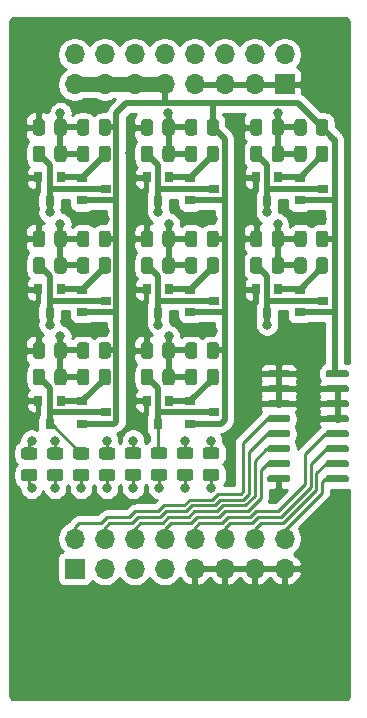
<source format=gtl>
%TF.GenerationSoftware,KiCad,Pcbnew,(5.1.9)-1*%
%TF.CreationDate,2021-06-12T20:27:06+01:00*%
%TF.ProjectId,ModulePullUpDown,4d6f6475-6c65-4507-956c-6c5570446f77,rev?*%
%TF.SameCoordinates,Original*%
%TF.FileFunction,Copper,L1,Top*%
%TF.FilePolarity,Positive*%
%FSLAX46Y46*%
G04 Gerber Fmt 4.6, Leading zero omitted, Abs format (unit mm)*
G04 Created by KiCad (PCBNEW (5.1.9)-1) date 2021-06-12 20:27:06*
%MOMM*%
%LPD*%
G01*
G04 APERTURE LIST*
%TA.AperFunction,ComponentPad*%
%ADD10R,1.700000X1.700000*%
%TD*%
%TA.AperFunction,ComponentPad*%
%ADD11O,1.700000X1.700000*%
%TD*%
%TA.AperFunction,SMDPad,CuDef*%
%ADD12R,0.800000X0.900000*%
%TD*%
%TA.AperFunction,SMDPad,CuDef*%
%ADD13R,0.900000X0.800000*%
%TD*%
%TA.AperFunction,ViaPad*%
%ADD14C,0.800000*%
%TD*%
%TA.AperFunction,Conductor*%
%ADD15C,1.270000*%
%TD*%
%TA.AperFunction,Conductor*%
%ADD16C,0.500000*%
%TD*%
%TA.AperFunction,Conductor*%
%ADD17C,0.250000*%
%TD*%
%TA.AperFunction,Conductor*%
%ADD18C,0.254000*%
%TD*%
%TA.AperFunction,Conductor*%
%ADD19C,0.100000*%
%TD*%
G04 APERTURE END LIST*
D10*
%TO.P,J1,1*%
%TO.N,+5V*%
X26110000Y-67770000D03*
D11*
%TO.P,J1,2*%
%TO.N,O0*%
X26110000Y-65230000D03*
%TO.P,J1,3*%
%TO.N,+5V*%
X28650000Y-67770000D03*
%TO.P,J1,4*%
%TO.N,O1*%
X28650000Y-65230000D03*
%TO.P,J1,5*%
%TO.N,+5V*%
X31190000Y-67770000D03*
%TO.P,J1,6*%
%TO.N,O2*%
X31190000Y-65230000D03*
%TO.P,J1,7*%
%TO.N,+5V*%
X33730000Y-67770000D03*
%TO.P,J1,8*%
%TO.N,O3*%
X33730000Y-65230000D03*
%TO.P,J1,9*%
%TO.N,GND*%
X36270000Y-67770000D03*
%TO.P,J1,10*%
%TO.N,O4*%
X36270000Y-65230000D03*
%TO.P,J1,11*%
%TO.N,GND*%
X38810000Y-67770000D03*
%TO.P,J1,12*%
%TO.N,O5*%
X38810000Y-65230000D03*
%TO.P,J1,13*%
%TO.N,GND*%
X41350000Y-67770000D03*
%TO.P,J1,14*%
%TO.N,O6*%
X41350000Y-65230000D03*
%TO.P,J1,15*%
%TO.N,GND*%
X43890000Y-67770000D03*
%TO.P,J1,16*%
%TO.N,O7*%
X43890000Y-65230000D03*
%TD*%
%TO.P,R38,1*%
%TO.N,O7*%
%TA.AperFunction,SMDPad,CuDef*%
G36*
G01*
X38106001Y-60349000D02*
X37205999Y-60349000D01*
G75*
G02*
X36956000Y-60099001I0J249999D01*
G01*
X36956000Y-59573999D01*
G75*
G02*
X37205999Y-59324000I249999J0D01*
G01*
X38106001Y-59324000D01*
G75*
G02*
X38356000Y-59573999I0J-249999D01*
G01*
X38356000Y-60099001D01*
G75*
G02*
X38106001Y-60349000I-249999J0D01*
G01*
G37*
%TD.AperFunction*%
%TO.P,R38,2*%
%TO.N,Net-(Q15-Pad3)*%
%TA.AperFunction,SMDPad,CuDef*%
G36*
G01*
X38106001Y-58524000D02*
X37205999Y-58524000D01*
G75*
G02*
X36956000Y-58274001I0J249999D01*
G01*
X36956000Y-57748999D01*
G75*
G02*
X37205999Y-57499000I249999J0D01*
G01*
X38106001Y-57499000D01*
G75*
G02*
X38356000Y-57748999I0J-249999D01*
G01*
X38356000Y-58274001D01*
G75*
G02*
X38106001Y-58524000I-249999J0D01*
G01*
G37*
%TD.AperFunction*%
%TD*%
%TO.P,R33,1*%
%TO.N,O6*%
%TA.AperFunction,SMDPad,CuDef*%
G36*
G01*
X35906001Y-60336500D02*
X35005999Y-60336500D01*
G75*
G02*
X34756000Y-60086501I0J249999D01*
G01*
X34756000Y-59561499D01*
G75*
G02*
X35005999Y-59311500I249999J0D01*
G01*
X35906001Y-59311500D01*
G75*
G02*
X36156000Y-59561499I0J-249999D01*
G01*
X36156000Y-60086501D01*
G75*
G02*
X35906001Y-60336500I-249999J0D01*
G01*
G37*
%TD.AperFunction*%
%TO.P,R33,2*%
%TO.N,Net-(Q13-Pad3)*%
%TA.AperFunction,SMDPad,CuDef*%
G36*
G01*
X35906001Y-58511500D02*
X35005999Y-58511500D01*
G75*
G02*
X34756000Y-58261501I0J249999D01*
G01*
X34756000Y-57736499D01*
G75*
G02*
X35005999Y-57486500I249999J0D01*
G01*
X35906001Y-57486500D01*
G75*
G02*
X36156000Y-57736499I0J-249999D01*
G01*
X36156000Y-58261501D01*
G75*
G02*
X35906001Y-58511500I-249999J0D01*
G01*
G37*
%TD.AperFunction*%
%TD*%
%TO.P,R28,1*%
%TO.N,O5*%
%TA.AperFunction,SMDPad,CuDef*%
G36*
G01*
X33706001Y-60336500D02*
X32805999Y-60336500D01*
G75*
G02*
X32556000Y-60086501I0J249999D01*
G01*
X32556000Y-59561499D01*
G75*
G02*
X32805999Y-59311500I249999J0D01*
G01*
X33706001Y-59311500D01*
G75*
G02*
X33956000Y-59561499I0J-249999D01*
G01*
X33956000Y-60086501D01*
G75*
G02*
X33706001Y-60336500I-249999J0D01*
G01*
G37*
%TD.AperFunction*%
%TO.P,R28,2*%
%TO.N,Net-(Q11-Pad3)*%
%TA.AperFunction,SMDPad,CuDef*%
G36*
G01*
X33706001Y-58511500D02*
X32805999Y-58511500D01*
G75*
G02*
X32556000Y-58261501I0J249999D01*
G01*
X32556000Y-57736499D01*
G75*
G02*
X32805999Y-57486500I249999J0D01*
G01*
X33706001Y-57486500D01*
G75*
G02*
X33956000Y-57736499I0J-249999D01*
G01*
X33956000Y-58261501D01*
G75*
G02*
X33706001Y-58511500I-249999J0D01*
G01*
G37*
%TD.AperFunction*%
%TD*%
%TO.P,R23,1*%
%TO.N,O4*%
%TA.AperFunction,SMDPad,CuDef*%
G36*
G01*
X31506001Y-60336500D02*
X30605999Y-60336500D01*
G75*
G02*
X30356000Y-60086501I0J249999D01*
G01*
X30356000Y-59561499D01*
G75*
G02*
X30605999Y-59311500I249999J0D01*
G01*
X31506001Y-59311500D01*
G75*
G02*
X31756000Y-59561499I0J-249999D01*
G01*
X31756000Y-60086501D01*
G75*
G02*
X31506001Y-60336500I-249999J0D01*
G01*
G37*
%TD.AperFunction*%
%TO.P,R23,2*%
%TO.N,Net-(Q10-Pad3)*%
%TA.AperFunction,SMDPad,CuDef*%
G36*
G01*
X31506001Y-58511500D02*
X30605999Y-58511500D01*
G75*
G02*
X30356000Y-58261501I0J249999D01*
G01*
X30356000Y-57736499D01*
G75*
G02*
X30605999Y-57486500I249999J0D01*
G01*
X31506001Y-57486500D01*
G75*
G02*
X31756000Y-57736499I0J-249999D01*
G01*
X31756000Y-58261501D01*
G75*
G02*
X31506001Y-58511500I-249999J0D01*
G01*
G37*
%TD.AperFunction*%
%TD*%
%TO.P,R18,1*%
%TO.N,O3*%
%TA.AperFunction,SMDPad,CuDef*%
G36*
G01*
X29306001Y-60361500D02*
X28405999Y-60361500D01*
G75*
G02*
X28156000Y-60111501I0J249999D01*
G01*
X28156000Y-59586499D01*
G75*
G02*
X28405999Y-59336500I249999J0D01*
G01*
X29306001Y-59336500D01*
G75*
G02*
X29556000Y-59586499I0J-249999D01*
G01*
X29556000Y-60111501D01*
G75*
G02*
X29306001Y-60361500I-249999J0D01*
G01*
G37*
%TD.AperFunction*%
%TO.P,R18,2*%
%TO.N,Net-(Q7-Pad3)*%
%TA.AperFunction,SMDPad,CuDef*%
G36*
G01*
X29306001Y-58536500D02*
X28405999Y-58536500D01*
G75*
G02*
X28156000Y-58286501I0J249999D01*
G01*
X28156000Y-57761499D01*
G75*
G02*
X28405999Y-57511500I249999J0D01*
G01*
X29306001Y-57511500D01*
G75*
G02*
X29556000Y-57761499I0J-249999D01*
G01*
X29556000Y-58286501D01*
G75*
G02*
X29306001Y-58536500I-249999J0D01*
G01*
G37*
%TD.AperFunction*%
%TD*%
%TO.P,R13,1*%
%TO.N,O2*%
%TA.AperFunction,SMDPad,CuDef*%
G36*
G01*
X27106001Y-60361500D02*
X26205999Y-60361500D01*
G75*
G02*
X25956000Y-60111501I0J249999D01*
G01*
X25956000Y-59586499D01*
G75*
G02*
X26205999Y-59336500I249999J0D01*
G01*
X27106001Y-59336500D01*
G75*
G02*
X27356000Y-59586499I0J-249999D01*
G01*
X27356000Y-60111501D01*
G75*
G02*
X27106001Y-60361500I-249999J0D01*
G01*
G37*
%TD.AperFunction*%
%TO.P,R13,2*%
%TO.N,Net-(Q5-Pad3)*%
%TA.AperFunction,SMDPad,CuDef*%
G36*
G01*
X27106001Y-58536500D02*
X26205999Y-58536500D01*
G75*
G02*
X25956000Y-58286501I0J249999D01*
G01*
X25956000Y-57761499D01*
G75*
G02*
X26205999Y-57511500I249999J0D01*
G01*
X27106001Y-57511500D01*
G75*
G02*
X27356000Y-57761499I0J-249999D01*
G01*
X27356000Y-58286501D01*
G75*
G02*
X27106001Y-58536500I-249999J0D01*
G01*
G37*
%TD.AperFunction*%
%TD*%
%TO.P,R8,1*%
%TO.N,O1*%
%TA.AperFunction,SMDPad,CuDef*%
G36*
G01*
X24906001Y-60361500D02*
X24005999Y-60361500D01*
G75*
G02*
X23756000Y-60111501I0J249999D01*
G01*
X23756000Y-59586499D01*
G75*
G02*
X24005999Y-59336500I249999J0D01*
G01*
X24906001Y-59336500D01*
G75*
G02*
X25156000Y-59586499I0J-249999D01*
G01*
X25156000Y-60111501D01*
G75*
G02*
X24906001Y-60361500I-249999J0D01*
G01*
G37*
%TD.AperFunction*%
%TO.P,R8,2*%
%TO.N,Net-(Q3-Pad3)*%
%TA.AperFunction,SMDPad,CuDef*%
G36*
G01*
X24906001Y-58536500D02*
X24005999Y-58536500D01*
G75*
G02*
X23756000Y-58286501I0J249999D01*
G01*
X23756000Y-57761499D01*
G75*
G02*
X24005999Y-57511500I249999J0D01*
G01*
X24906001Y-57511500D01*
G75*
G02*
X25156000Y-57761499I0J-249999D01*
G01*
X25156000Y-58286501D01*
G75*
G02*
X24906001Y-58536500I-249999J0D01*
G01*
G37*
%TD.AperFunction*%
%TD*%
%TO.P,R3,1*%
%TO.N,O0*%
%TA.AperFunction,SMDPad,CuDef*%
G36*
G01*
X22706001Y-60361500D02*
X21805999Y-60361500D01*
G75*
G02*
X21556000Y-60111501I0J249999D01*
G01*
X21556000Y-59586499D01*
G75*
G02*
X21805999Y-59336500I249999J0D01*
G01*
X22706001Y-59336500D01*
G75*
G02*
X22956000Y-59586499I0J-249999D01*
G01*
X22956000Y-60111501D01*
G75*
G02*
X22706001Y-60361500I-249999J0D01*
G01*
G37*
%TD.AperFunction*%
%TO.P,R3,2*%
%TO.N,Net-(Q1-Pad3)*%
%TA.AperFunction,SMDPad,CuDef*%
G36*
G01*
X22706001Y-58536500D02*
X21805999Y-58536500D01*
G75*
G02*
X21556000Y-58286501I0J249999D01*
G01*
X21556000Y-57761499D01*
G75*
G02*
X21805999Y-57511500I249999J0D01*
G01*
X22706001Y-57511500D01*
G75*
G02*
X22956000Y-57761499I0J-249999D01*
G01*
X22956000Y-58286501D01*
G75*
G02*
X22706001Y-58536500I-249999J0D01*
G01*
G37*
%TD.AperFunction*%
%TD*%
%TO.P,U1,16*%
%TO.N,+5V*%
%TA.AperFunction,SMDPad,CuDef*%
G36*
G01*
X47356000Y-51429000D02*
X47356000Y-51129000D01*
G75*
G02*
X47506000Y-50979000I150000J0D01*
G01*
X49156000Y-50979000D01*
G75*
G02*
X49306000Y-51129000I0J-150000D01*
G01*
X49306000Y-51429000D01*
G75*
G02*
X49156000Y-51579000I-150000J0D01*
G01*
X47506000Y-51579000D01*
G75*
G02*
X47356000Y-51429000I0J150000D01*
G01*
G37*
%TD.AperFunction*%
%TO.P,U1,15*%
%TO.N,GND*%
%TA.AperFunction,SMDPad,CuDef*%
G36*
G01*
X47356000Y-52699000D02*
X47356000Y-52399000D01*
G75*
G02*
X47506000Y-52249000I150000J0D01*
G01*
X49156000Y-52249000D01*
G75*
G02*
X49306000Y-52399000I0J-150000D01*
G01*
X49306000Y-52699000D01*
G75*
G02*
X49156000Y-52849000I-150000J0D01*
G01*
X47506000Y-52849000D01*
G75*
G02*
X47356000Y-52699000I0J150000D01*
G01*
G37*
%TD.AperFunction*%
%TO.P,U1,14*%
%TA.AperFunction,SMDPad,CuDef*%
G36*
G01*
X47356000Y-53969000D02*
X47356000Y-53669000D01*
G75*
G02*
X47506000Y-53519000I150000J0D01*
G01*
X49156000Y-53519000D01*
G75*
G02*
X49306000Y-53669000I0J-150000D01*
G01*
X49306000Y-53969000D01*
G75*
G02*
X49156000Y-54119000I-150000J0D01*
G01*
X47506000Y-54119000D01*
G75*
G02*
X47356000Y-53969000I0J150000D01*
G01*
G37*
%TD.AperFunction*%
%TO.P,U1,13*%
%TA.AperFunction,SMDPad,CuDef*%
G36*
G01*
X47356000Y-55239000D02*
X47356000Y-54939000D01*
G75*
G02*
X47506000Y-54789000I150000J0D01*
G01*
X49156000Y-54789000D01*
G75*
G02*
X49306000Y-54939000I0J-150000D01*
G01*
X49306000Y-55239000D01*
G75*
G02*
X49156000Y-55389000I-150000J0D01*
G01*
X47506000Y-55389000D01*
G75*
G02*
X47356000Y-55239000I0J150000D01*
G01*
G37*
%TD.AperFunction*%
%TO.P,U1,12*%
%TO.N,O4*%
%TA.AperFunction,SMDPad,CuDef*%
G36*
G01*
X47356000Y-56509000D02*
X47356000Y-56209000D01*
G75*
G02*
X47506000Y-56059000I150000J0D01*
G01*
X49156000Y-56059000D01*
G75*
G02*
X49306000Y-56209000I0J-150000D01*
G01*
X49306000Y-56509000D01*
G75*
G02*
X49156000Y-56659000I-150000J0D01*
G01*
X47506000Y-56659000D01*
G75*
G02*
X47356000Y-56509000I0J150000D01*
G01*
G37*
%TD.AperFunction*%
%TO.P,U1,11*%
%TO.N,O5*%
%TA.AperFunction,SMDPad,CuDef*%
G36*
G01*
X47356000Y-57779000D02*
X47356000Y-57479000D01*
G75*
G02*
X47506000Y-57329000I150000J0D01*
G01*
X49156000Y-57329000D01*
G75*
G02*
X49306000Y-57479000I0J-150000D01*
G01*
X49306000Y-57779000D01*
G75*
G02*
X49156000Y-57929000I-150000J0D01*
G01*
X47506000Y-57929000D01*
G75*
G02*
X47356000Y-57779000I0J150000D01*
G01*
G37*
%TD.AperFunction*%
%TO.P,U1,10*%
%TO.N,O6*%
%TA.AperFunction,SMDPad,CuDef*%
G36*
G01*
X47356000Y-59049000D02*
X47356000Y-58749000D01*
G75*
G02*
X47506000Y-58599000I150000J0D01*
G01*
X49156000Y-58599000D01*
G75*
G02*
X49306000Y-58749000I0J-150000D01*
G01*
X49306000Y-59049000D01*
G75*
G02*
X49156000Y-59199000I-150000J0D01*
G01*
X47506000Y-59199000D01*
G75*
G02*
X47356000Y-59049000I0J150000D01*
G01*
G37*
%TD.AperFunction*%
%TO.P,U1,9*%
%TO.N,O7*%
%TA.AperFunction,SMDPad,CuDef*%
G36*
G01*
X47356000Y-60319000D02*
X47356000Y-60019000D01*
G75*
G02*
X47506000Y-59869000I150000J0D01*
G01*
X49156000Y-59869000D01*
G75*
G02*
X49306000Y-60019000I0J-150000D01*
G01*
X49306000Y-60319000D01*
G75*
G02*
X49156000Y-60469000I-150000J0D01*
G01*
X47506000Y-60469000D01*
G75*
G02*
X47356000Y-60319000I0J150000D01*
G01*
G37*
%TD.AperFunction*%
%TO.P,U1,8*%
%TO.N,GND*%
%TA.AperFunction,SMDPad,CuDef*%
G36*
G01*
X42406000Y-60319000D02*
X42406000Y-60019000D01*
G75*
G02*
X42556000Y-59869000I150000J0D01*
G01*
X44206000Y-59869000D01*
G75*
G02*
X44356000Y-60019000I0J-150000D01*
G01*
X44356000Y-60319000D01*
G75*
G02*
X44206000Y-60469000I-150000J0D01*
G01*
X42556000Y-60469000D01*
G75*
G02*
X42406000Y-60319000I0J150000D01*
G01*
G37*
%TD.AperFunction*%
%TO.P,U1,7*%
%TO.N,O3*%
%TA.AperFunction,SMDPad,CuDef*%
G36*
G01*
X42406000Y-59049000D02*
X42406000Y-58749000D01*
G75*
G02*
X42556000Y-58599000I150000J0D01*
G01*
X44206000Y-58599000D01*
G75*
G02*
X44356000Y-58749000I0J-150000D01*
G01*
X44356000Y-59049000D01*
G75*
G02*
X44206000Y-59199000I-150000J0D01*
G01*
X42556000Y-59199000D01*
G75*
G02*
X42406000Y-59049000I0J150000D01*
G01*
G37*
%TD.AperFunction*%
%TO.P,U1,6*%
%TO.N,O2*%
%TA.AperFunction,SMDPad,CuDef*%
G36*
G01*
X42406000Y-57779000D02*
X42406000Y-57479000D01*
G75*
G02*
X42556000Y-57329000I150000J0D01*
G01*
X44206000Y-57329000D01*
G75*
G02*
X44356000Y-57479000I0J-150000D01*
G01*
X44356000Y-57779000D01*
G75*
G02*
X44206000Y-57929000I-150000J0D01*
G01*
X42556000Y-57929000D01*
G75*
G02*
X42406000Y-57779000I0J150000D01*
G01*
G37*
%TD.AperFunction*%
%TO.P,U1,5*%
%TO.N,O1*%
%TA.AperFunction,SMDPad,CuDef*%
G36*
G01*
X42406000Y-56509000D02*
X42406000Y-56209000D01*
G75*
G02*
X42556000Y-56059000I150000J0D01*
G01*
X44206000Y-56059000D01*
G75*
G02*
X44356000Y-56209000I0J-150000D01*
G01*
X44356000Y-56509000D01*
G75*
G02*
X44206000Y-56659000I-150000J0D01*
G01*
X42556000Y-56659000D01*
G75*
G02*
X42406000Y-56509000I0J150000D01*
G01*
G37*
%TD.AperFunction*%
%TO.P,U1,4*%
%TO.N,O0*%
%TA.AperFunction,SMDPad,CuDef*%
G36*
G01*
X42406000Y-55239000D02*
X42406000Y-54939000D01*
G75*
G02*
X42556000Y-54789000I150000J0D01*
G01*
X44206000Y-54789000D01*
G75*
G02*
X44356000Y-54939000I0J-150000D01*
G01*
X44356000Y-55239000D01*
G75*
G02*
X44206000Y-55389000I-150000J0D01*
G01*
X42556000Y-55389000D01*
G75*
G02*
X42406000Y-55239000I0J150000D01*
G01*
G37*
%TD.AperFunction*%
%TO.P,U1,3*%
%TO.N,GND*%
%TA.AperFunction,SMDPad,CuDef*%
G36*
G01*
X42406000Y-53969000D02*
X42406000Y-53669000D01*
G75*
G02*
X42556000Y-53519000I150000J0D01*
G01*
X44206000Y-53519000D01*
G75*
G02*
X44356000Y-53669000I0J-150000D01*
G01*
X44356000Y-53969000D01*
G75*
G02*
X44206000Y-54119000I-150000J0D01*
G01*
X42556000Y-54119000D01*
G75*
G02*
X42406000Y-53969000I0J150000D01*
G01*
G37*
%TD.AperFunction*%
%TO.P,U1,2*%
%TA.AperFunction,SMDPad,CuDef*%
G36*
G01*
X42406000Y-52699000D02*
X42406000Y-52399000D01*
G75*
G02*
X42556000Y-52249000I150000J0D01*
G01*
X44206000Y-52249000D01*
G75*
G02*
X44356000Y-52399000I0J-150000D01*
G01*
X44356000Y-52699000D01*
G75*
G02*
X44206000Y-52849000I-150000J0D01*
G01*
X42556000Y-52849000D01*
G75*
G02*
X42406000Y-52699000I0J150000D01*
G01*
G37*
%TD.AperFunction*%
%TO.P,U1,1*%
%TA.AperFunction,SMDPad,CuDef*%
G36*
G01*
X42406000Y-51429000D02*
X42406000Y-51129000D01*
G75*
G02*
X42556000Y-50979000I150000J0D01*
G01*
X44206000Y-50979000D01*
G75*
G02*
X44356000Y-51129000I0J-150000D01*
G01*
X44356000Y-51429000D01*
G75*
G02*
X44206000Y-51579000I-150000J0D01*
G01*
X42556000Y-51579000D01*
G75*
G02*
X42406000Y-51429000I0J150000D01*
G01*
G37*
%TD.AperFunction*%
%TD*%
%TO.P,R40,2*%
%TO.N,I7*%
%TA.AperFunction,SMDPad,CuDef*%
G36*
G01*
X42800000Y-42550001D02*
X42800000Y-41649999D01*
G75*
G02*
X43049999Y-41400000I249999J0D01*
G01*
X43575001Y-41400000D01*
G75*
G02*
X43825000Y-41649999I0J-249999D01*
G01*
X43825000Y-42550001D01*
G75*
G02*
X43575001Y-42800000I-249999J0D01*
G01*
X43049999Y-42800000D01*
G75*
G02*
X42800000Y-42550001I0J249999D01*
G01*
G37*
%TD.AperFunction*%
%TO.P,R40,1*%
%TO.N,Net-(Q15-Pad3)*%
%TA.AperFunction,SMDPad,CuDef*%
G36*
G01*
X40975000Y-42550001D02*
X40975000Y-41649999D01*
G75*
G02*
X41224999Y-41400000I249999J0D01*
G01*
X41750001Y-41400000D01*
G75*
G02*
X42000000Y-41649999I0J-249999D01*
G01*
X42000000Y-42550001D01*
G75*
G02*
X41750001Y-42800000I-249999J0D01*
G01*
X41224999Y-42800000D01*
G75*
G02*
X40975000Y-42550001I0J249999D01*
G01*
G37*
%TD.AperFunction*%
%TD*%
%TO.P,R39,2*%
%TO.N,I7*%
%TA.AperFunction,SMDPad,CuDef*%
G36*
G01*
X42800000Y-40300001D02*
X42800000Y-39399999D01*
G75*
G02*
X43049999Y-39150000I249999J0D01*
G01*
X43575001Y-39150000D01*
G75*
G02*
X43825000Y-39399999I0J-249999D01*
G01*
X43825000Y-40300001D01*
G75*
G02*
X43575001Y-40550000I-249999J0D01*
G01*
X43049999Y-40550000D01*
G75*
G02*
X42800000Y-40300001I0J249999D01*
G01*
G37*
%TD.AperFunction*%
%TO.P,R39,1*%
%TO.N,GND*%
%TA.AperFunction,SMDPad,CuDef*%
G36*
G01*
X40975000Y-40300001D02*
X40975000Y-39399999D01*
G75*
G02*
X41224999Y-39150000I249999J0D01*
G01*
X41750001Y-39150000D01*
G75*
G02*
X42000000Y-39399999I0J-249999D01*
G01*
X42000000Y-40300001D01*
G75*
G02*
X41750001Y-40550000I-249999J0D01*
G01*
X41224999Y-40550000D01*
G75*
G02*
X40975000Y-40300001I0J249999D01*
G01*
G37*
%TD.AperFunction*%
%TD*%
%TO.P,R37,2*%
%TO.N,Net-(Q15-Pad1)*%
%TA.AperFunction,SMDPad,CuDef*%
G36*
G01*
X46550000Y-42550001D02*
X46550000Y-41649999D01*
G75*
G02*
X46799999Y-41400000I249999J0D01*
G01*
X47325001Y-41400000D01*
G75*
G02*
X47575000Y-41649999I0J-249999D01*
G01*
X47575000Y-42550001D01*
G75*
G02*
X47325001Y-42800000I-249999J0D01*
G01*
X46799999Y-42800000D01*
G75*
G02*
X46550000Y-42550001I0J249999D01*
G01*
G37*
%TD.AperFunction*%
%TO.P,R37,1*%
%TO.N,I7*%
%TA.AperFunction,SMDPad,CuDef*%
G36*
G01*
X44725000Y-42550001D02*
X44725000Y-41649999D01*
G75*
G02*
X44974999Y-41400000I249999J0D01*
G01*
X45500001Y-41400000D01*
G75*
G02*
X45750000Y-41649999I0J-249999D01*
G01*
X45750000Y-42550001D01*
G75*
G02*
X45500001Y-42800000I-249999J0D01*
G01*
X44974999Y-42800000D01*
G75*
G02*
X44725000Y-42550001I0J249999D01*
G01*
G37*
%TD.AperFunction*%
%TD*%
%TO.P,R36,2*%
%TO.N,+5V*%
%TA.AperFunction,SMDPad,CuDef*%
G36*
G01*
X46550000Y-40300001D02*
X46550000Y-39399999D01*
G75*
G02*
X46799999Y-39150000I249999J0D01*
G01*
X47325001Y-39150000D01*
G75*
G02*
X47575000Y-39399999I0J-249999D01*
G01*
X47575000Y-40300001D01*
G75*
G02*
X47325001Y-40550000I-249999J0D01*
G01*
X46799999Y-40550000D01*
G75*
G02*
X46550000Y-40300001I0J249999D01*
G01*
G37*
%TD.AperFunction*%
%TO.P,R36,1*%
%TO.N,I7*%
%TA.AperFunction,SMDPad,CuDef*%
G36*
G01*
X44725000Y-40300001D02*
X44725000Y-39399999D01*
G75*
G02*
X44974999Y-39150000I249999J0D01*
G01*
X45500001Y-39150000D01*
G75*
G02*
X45750000Y-39399999I0J-249999D01*
G01*
X45750000Y-40300001D01*
G75*
G02*
X45500001Y-40550000I-249999J0D01*
G01*
X44974999Y-40550000D01*
G75*
G02*
X44725000Y-40300001I0J249999D01*
G01*
G37*
%TD.AperFunction*%
%TD*%
%TO.P,R35,2*%
%TO.N,I6*%
%TA.AperFunction,SMDPad,CuDef*%
G36*
G01*
X42800000Y-33100001D02*
X42800000Y-32199999D01*
G75*
G02*
X43049999Y-31950000I249999J0D01*
G01*
X43575001Y-31950000D01*
G75*
G02*
X43825000Y-32199999I0J-249999D01*
G01*
X43825000Y-33100001D01*
G75*
G02*
X43575001Y-33350000I-249999J0D01*
G01*
X43049999Y-33350000D01*
G75*
G02*
X42800000Y-33100001I0J249999D01*
G01*
G37*
%TD.AperFunction*%
%TO.P,R35,1*%
%TO.N,Net-(Q13-Pad3)*%
%TA.AperFunction,SMDPad,CuDef*%
G36*
G01*
X40975000Y-33100001D02*
X40975000Y-32199999D01*
G75*
G02*
X41224999Y-31950000I249999J0D01*
G01*
X41750001Y-31950000D01*
G75*
G02*
X42000000Y-32199999I0J-249999D01*
G01*
X42000000Y-33100001D01*
G75*
G02*
X41750001Y-33350000I-249999J0D01*
G01*
X41224999Y-33350000D01*
G75*
G02*
X40975000Y-33100001I0J249999D01*
G01*
G37*
%TD.AperFunction*%
%TD*%
%TO.P,R34,2*%
%TO.N,I6*%
%TA.AperFunction,SMDPad,CuDef*%
G36*
G01*
X42800000Y-30850001D02*
X42800000Y-29949999D01*
G75*
G02*
X43049999Y-29700000I249999J0D01*
G01*
X43575001Y-29700000D01*
G75*
G02*
X43825000Y-29949999I0J-249999D01*
G01*
X43825000Y-30850001D01*
G75*
G02*
X43575001Y-31100000I-249999J0D01*
G01*
X43049999Y-31100000D01*
G75*
G02*
X42800000Y-30850001I0J249999D01*
G01*
G37*
%TD.AperFunction*%
%TO.P,R34,1*%
%TO.N,GND*%
%TA.AperFunction,SMDPad,CuDef*%
G36*
G01*
X40975000Y-30850001D02*
X40975000Y-29949999D01*
G75*
G02*
X41224999Y-29700000I249999J0D01*
G01*
X41750001Y-29700000D01*
G75*
G02*
X42000000Y-29949999I0J-249999D01*
G01*
X42000000Y-30850001D01*
G75*
G02*
X41750001Y-31100000I-249999J0D01*
G01*
X41224999Y-31100000D01*
G75*
G02*
X40975000Y-30850001I0J249999D01*
G01*
G37*
%TD.AperFunction*%
%TD*%
%TO.P,R32,2*%
%TO.N,Net-(Q13-Pad1)*%
%TA.AperFunction,SMDPad,CuDef*%
G36*
G01*
X46550000Y-33100001D02*
X46550000Y-32199999D01*
G75*
G02*
X46799999Y-31950000I249999J0D01*
G01*
X47325001Y-31950000D01*
G75*
G02*
X47575000Y-32199999I0J-249999D01*
G01*
X47575000Y-33100001D01*
G75*
G02*
X47325001Y-33350000I-249999J0D01*
G01*
X46799999Y-33350000D01*
G75*
G02*
X46550000Y-33100001I0J249999D01*
G01*
G37*
%TD.AperFunction*%
%TO.P,R32,1*%
%TO.N,I6*%
%TA.AperFunction,SMDPad,CuDef*%
G36*
G01*
X44725000Y-33100001D02*
X44725000Y-32199999D01*
G75*
G02*
X44974999Y-31950000I249999J0D01*
G01*
X45500001Y-31950000D01*
G75*
G02*
X45750000Y-32199999I0J-249999D01*
G01*
X45750000Y-33100001D01*
G75*
G02*
X45500001Y-33350000I-249999J0D01*
G01*
X44974999Y-33350000D01*
G75*
G02*
X44725000Y-33100001I0J249999D01*
G01*
G37*
%TD.AperFunction*%
%TD*%
%TO.P,R31,2*%
%TO.N,+5V*%
%TA.AperFunction,SMDPad,CuDef*%
G36*
G01*
X46550000Y-30850001D02*
X46550000Y-29949999D01*
G75*
G02*
X46799999Y-29700000I249999J0D01*
G01*
X47325001Y-29700000D01*
G75*
G02*
X47575000Y-29949999I0J-249999D01*
G01*
X47575000Y-30850001D01*
G75*
G02*
X47325001Y-31100000I-249999J0D01*
G01*
X46799999Y-31100000D01*
G75*
G02*
X46550000Y-30850001I0J249999D01*
G01*
G37*
%TD.AperFunction*%
%TO.P,R31,1*%
%TO.N,I6*%
%TA.AperFunction,SMDPad,CuDef*%
G36*
G01*
X44725000Y-30850001D02*
X44725000Y-29949999D01*
G75*
G02*
X44974999Y-29700000I249999J0D01*
G01*
X45500001Y-29700000D01*
G75*
G02*
X45750000Y-29949999I0J-249999D01*
G01*
X45750000Y-30850001D01*
G75*
G02*
X45500001Y-31100000I-249999J0D01*
G01*
X44974999Y-31100000D01*
G75*
G02*
X44725000Y-30850001I0J249999D01*
G01*
G37*
%TD.AperFunction*%
%TD*%
%TO.P,R30,2*%
%TO.N,I5*%
%TA.AperFunction,SMDPad,CuDef*%
G36*
G01*
X33550000Y-52000001D02*
X33550000Y-51099999D01*
G75*
G02*
X33799999Y-50850000I249999J0D01*
G01*
X34325001Y-50850000D01*
G75*
G02*
X34575000Y-51099999I0J-249999D01*
G01*
X34575000Y-52000001D01*
G75*
G02*
X34325001Y-52250000I-249999J0D01*
G01*
X33799999Y-52250000D01*
G75*
G02*
X33550000Y-52000001I0J249999D01*
G01*
G37*
%TD.AperFunction*%
%TO.P,R30,1*%
%TO.N,Net-(Q11-Pad3)*%
%TA.AperFunction,SMDPad,CuDef*%
G36*
G01*
X31725000Y-52000001D02*
X31725000Y-51099999D01*
G75*
G02*
X31974999Y-50850000I249999J0D01*
G01*
X32500001Y-50850000D01*
G75*
G02*
X32750000Y-51099999I0J-249999D01*
G01*
X32750000Y-52000001D01*
G75*
G02*
X32500001Y-52250000I-249999J0D01*
G01*
X31974999Y-52250000D01*
G75*
G02*
X31725000Y-52000001I0J249999D01*
G01*
G37*
%TD.AperFunction*%
%TD*%
%TO.P,R29,2*%
%TO.N,I5*%
%TA.AperFunction,SMDPad,CuDef*%
G36*
G01*
X33550000Y-49750001D02*
X33550000Y-48849999D01*
G75*
G02*
X33799999Y-48600000I249999J0D01*
G01*
X34325001Y-48600000D01*
G75*
G02*
X34575000Y-48849999I0J-249999D01*
G01*
X34575000Y-49750001D01*
G75*
G02*
X34325001Y-50000000I-249999J0D01*
G01*
X33799999Y-50000000D01*
G75*
G02*
X33550000Y-49750001I0J249999D01*
G01*
G37*
%TD.AperFunction*%
%TO.P,R29,1*%
%TO.N,GND*%
%TA.AperFunction,SMDPad,CuDef*%
G36*
G01*
X31725000Y-49750001D02*
X31725000Y-48849999D01*
G75*
G02*
X31974999Y-48600000I249999J0D01*
G01*
X32500001Y-48600000D01*
G75*
G02*
X32750000Y-48849999I0J-249999D01*
G01*
X32750000Y-49750001D01*
G75*
G02*
X32500001Y-50000000I-249999J0D01*
G01*
X31974999Y-50000000D01*
G75*
G02*
X31725000Y-49750001I0J249999D01*
G01*
G37*
%TD.AperFunction*%
%TD*%
%TO.P,R27,2*%
%TO.N,Net-(Q11-Pad1)*%
%TA.AperFunction,SMDPad,CuDef*%
G36*
G01*
X37300000Y-52000001D02*
X37300000Y-51099999D01*
G75*
G02*
X37549999Y-50850000I249999J0D01*
G01*
X38075001Y-50850000D01*
G75*
G02*
X38325000Y-51099999I0J-249999D01*
G01*
X38325000Y-52000001D01*
G75*
G02*
X38075001Y-52250000I-249999J0D01*
G01*
X37549999Y-52250000D01*
G75*
G02*
X37300000Y-52000001I0J249999D01*
G01*
G37*
%TD.AperFunction*%
%TO.P,R27,1*%
%TO.N,I5*%
%TA.AperFunction,SMDPad,CuDef*%
G36*
G01*
X35475000Y-52000001D02*
X35475000Y-51099999D01*
G75*
G02*
X35724999Y-50850000I249999J0D01*
G01*
X36250001Y-50850000D01*
G75*
G02*
X36500000Y-51099999I0J-249999D01*
G01*
X36500000Y-52000001D01*
G75*
G02*
X36250001Y-52250000I-249999J0D01*
G01*
X35724999Y-52250000D01*
G75*
G02*
X35475000Y-52000001I0J249999D01*
G01*
G37*
%TD.AperFunction*%
%TD*%
%TO.P,R26,2*%
%TO.N,+5V*%
%TA.AperFunction,SMDPad,CuDef*%
G36*
G01*
X37300000Y-49750001D02*
X37300000Y-48849999D01*
G75*
G02*
X37549999Y-48600000I249999J0D01*
G01*
X38075001Y-48600000D01*
G75*
G02*
X38325000Y-48849999I0J-249999D01*
G01*
X38325000Y-49750001D01*
G75*
G02*
X38075001Y-50000000I-249999J0D01*
G01*
X37549999Y-50000000D01*
G75*
G02*
X37300000Y-49750001I0J249999D01*
G01*
G37*
%TD.AperFunction*%
%TO.P,R26,1*%
%TO.N,I5*%
%TA.AperFunction,SMDPad,CuDef*%
G36*
G01*
X35475000Y-49750001D02*
X35475000Y-48849999D01*
G75*
G02*
X35724999Y-48600000I249999J0D01*
G01*
X36250001Y-48600000D01*
G75*
G02*
X36500000Y-48849999I0J-249999D01*
G01*
X36500000Y-49750001D01*
G75*
G02*
X36250001Y-50000000I-249999J0D01*
G01*
X35724999Y-50000000D01*
G75*
G02*
X35475000Y-49750001I0J249999D01*
G01*
G37*
%TD.AperFunction*%
%TD*%
%TO.P,R25,2*%
%TO.N,I4*%
%TA.AperFunction,SMDPad,CuDef*%
G36*
G01*
X33550000Y-42550001D02*
X33550000Y-41649999D01*
G75*
G02*
X33799999Y-41400000I249999J0D01*
G01*
X34325001Y-41400000D01*
G75*
G02*
X34575000Y-41649999I0J-249999D01*
G01*
X34575000Y-42550001D01*
G75*
G02*
X34325001Y-42800000I-249999J0D01*
G01*
X33799999Y-42800000D01*
G75*
G02*
X33550000Y-42550001I0J249999D01*
G01*
G37*
%TD.AperFunction*%
%TO.P,R25,1*%
%TO.N,Net-(Q10-Pad3)*%
%TA.AperFunction,SMDPad,CuDef*%
G36*
G01*
X31725000Y-42550001D02*
X31725000Y-41649999D01*
G75*
G02*
X31974999Y-41400000I249999J0D01*
G01*
X32500001Y-41400000D01*
G75*
G02*
X32750000Y-41649999I0J-249999D01*
G01*
X32750000Y-42550001D01*
G75*
G02*
X32500001Y-42800000I-249999J0D01*
G01*
X31974999Y-42800000D01*
G75*
G02*
X31725000Y-42550001I0J249999D01*
G01*
G37*
%TD.AperFunction*%
%TD*%
%TO.P,R24,2*%
%TO.N,I4*%
%TA.AperFunction,SMDPad,CuDef*%
G36*
G01*
X33550000Y-40300001D02*
X33550000Y-39399999D01*
G75*
G02*
X33799999Y-39150000I249999J0D01*
G01*
X34325001Y-39150000D01*
G75*
G02*
X34575000Y-39399999I0J-249999D01*
G01*
X34575000Y-40300001D01*
G75*
G02*
X34325001Y-40550000I-249999J0D01*
G01*
X33799999Y-40550000D01*
G75*
G02*
X33550000Y-40300001I0J249999D01*
G01*
G37*
%TD.AperFunction*%
%TO.P,R24,1*%
%TO.N,GND*%
%TA.AperFunction,SMDPad,CuDef*%
G36*
G01*
X31725000Y-40300001D02*
X31725000Y-39399999D01*
G75*
G02*
X31974999Y-39150000I249999J0D01*
G01*
X32500001Y-39150000D01*
G75*
G02*
X32750000Y-39399999I0J-249999D01*
G01*
X32750000Y-40300001D01*
G75*
G02*
X32500001Y-40550000I-249999J0D01*
G01*
X31974999Y-40550000D01*
G75*
G02*
X31725000Y-40300001I0J249999D01*
G01*
G37*
%TD.AperFunction*%
%TD*%
%TO.P,R22,2*%
%TO.N,Net-(Q10-Pad1)*%
%TA.AperFunction,SMDPad,CuDef*%
G36*
G01*
X37300000Y-42550001D02*
X37300000Y-41649999D01*
G75*
G02*
X37549999Y-41400000I249999J0D01*
G01*
X38075001Y-41400000D01*
G75*
G02*
X38325000Y-41649999I0J-249999D01*
G01*
X38325000Y-42550001D01*
G75*
G02*
X38075001Y-42800000I-249999J0D01*
G01*
X37549999Y-42800000D01*
G75*
G02*
X37300000Y-42550001I0J249999D01*
G01*
G37*
%TD.AperFunction*%
%TO.P,R22,1*%
%TO.N,I4*%
%TA.AperFunction,SMDPad,CuDef*%
G36*
G01*
X35475000Y-42550001D02*
X35475000Y-41649999D01*
G75*
G02*
X35724999Y-41400000I249999J0D01*
G01*
X36250001Y-41400000D01*
G75*
G02*
X36500000Y-41649999I0J-249999D01*
G01*
X36500000Y-42550001D01*
G75*
G02*
X36250001Y-42800000I-249999J0D01*
G01*
X35724999Y-42800000D01*
G75*
G02*
X35475000Y-42550001I0J249999D01*
G01*
G37*
%TD.AperFunction*%
%TD*%
%TO.P,R21,2*%
%TO.N,+5V*%
%TA.AperFunction,SMDPad,CuDef*%
G36*
G01*
X37300000Y-40300001D02*
X37300000Y-39399999D01*
G75*
G02*
X37549999Y-39150000I249999J0D01*
G01*
X38075001Y-39150000D01*
G75*
G02*
X38325000Y-39399999I0J-249999D01*
G01*
X38325000Y-40300001D01*
G75*
G02*
X38075001Y-40550000I-249999J0D01*
G01*
X37549999Y-40550000D01*
G75*
G02*
X37300000Y-40300001I0J249999D01*
G01*
G37*
%TD.AperFunction*%
%TO.P,R21,1*%
%TO.N,I4*%
%TA.AperFunction,SMDPad,CuDef*%
G36*
G01*
X35475000Y-40300001D02*
X35475000Y-39399999D01*
G75*
G02*
X35724999Y-39150000I249999J0D01*
G01*
X36250001Y-39150000D01*
G75*
G02*
X36500000Y-39399999I0J-249999D01*
G01*
X36500000Y-40300001D01*
G75*
G02*
X36250001Y-40550000I-249999J0D01*
G01*
X35724999Y-40550000D01*
G75*
G02*
X35475000Y-40300001I0J249999D01*
G01*
G37*
%TD.AperFunction*%
%TD*%
%TO.P,R20,2*%
%TO.N,I3*%
%TA.AperFunction,SMDPad,CuDef*%
G36*
G01*
X33550000Y-33100001D02*
X33550000Y-32199999D01*
G75*
G02*
X33799999Y-31950000I249999J0D01*
G01*
X34325001Y-31950000D01*
G75*
G02*
X34575000Y-32199999I0J-249999D01*
G01*
X34575000Y-33100001D01*
G75*
G02*
X34325001Y-33350000I-249999J0D01*
G01*
X33799999Y-33350000D01*
G75*
G02*
X33550000Y-33100001I0J249999D01*
G01*
G37*
%TD.AperFunction*%
%TO.P,R20,1*%
%TO.N,Net-(Q7-Pad3)*%
%TA.AperFunction,SMDPad,CuDef*%
G36*
G01*
X31725000Y-33100001D02*
X31725000Y-32199999D01*
G75*
G02*
X31974999Y-31950000I249999J0D01*
G01*
X32500001Y-31950000D01*
G75*
G02*
X32750000Y-32199999I0J-249999D01*
G01*
X32750000Y-33100001D01*
G75*
G02*
X32500001Y-33350000I-249999J0D01*
G01*
X31974999Y-33350000D01*
G75*
G02*
X31725000Y-33100001I0J249999D01*
G01*
G37*
%TD.AperFunction*%
%TD*%
%TO.P,R19,2*%
%TO.N,I3*%
%TA.AperFunction,SMDPad,CuDef*%
G36*
G01*
X33550000Y-30850001D02*
X33550000Y-29949999D01*
G75*
G02*
X33799999Y-29700000I249999J0D01*
G01*
X34325001Y-29700000D01*
G75*
G02*
X34575000Y-29949999I0J-249999D01*
G01*
X34575000Y-30850001D01*
G75*
G02*
X34325001Y-31100000I-249999J0D01*
G01*
X33799999Y-31100000D01*
G75*
G02*
X33550000Y-30850001I0J249999D01*
G01*
G37*
%TD.AperFunction*%
%TO.P,R19,1*%
%TO.N,GND*%
%TA.AperFunction,SMDPad,CuDef*%
G36*
G01*
X31725000Y-30850001D02*
X31725000Y-29949999D01*
G75*
G02*
X31974999Y-29700000I249999J0D01*
G01*
X32500001Y-29700000D01*
G75*
G02*
X32750000Y-29949999I0J-249999D01*
G01*
X32750000Y-30850001D01*
G75*
G02*
X32500001Y-31100000I-249999J0D01*
G01*
X31974999Y-31100000D01*
G75*
G02*
X31725000Y-30850001I0J249999D01*
G01*
G37*
%TD.AperFunction*%
%TD*%
%TO.P,R17,2*%
%TO.N,Net-(Q7-Pad1)*%
%TA.AperFunction,SMDPad,CuDef*%
G36*
G01*
X37300000Y-33100001D02*
X37300000Y-32199999D01*
G75*
G02*
X37549999Y-31950000I249999J0D01*
G01*
X38075001Y-31950000D01*
G75*
G02*
X38325000Y-32199999I0J-249999D01*
G01*
X38325000Y-33100001D01*
G75*
G02*
X38075001Y-33350000I-249999J0D01*
G01*
X37549999Y-33350000D01*
G75*
G02*
X37300000Y-33100001I0J249999D01*
G01*
G37*
%TD.AperFunction*%
%TO.P,R17,1*%
%TO.N,I3*%
%TA.AperFunction,SMDPad,CuDef*%
G36*
G01*
X35475000Y-33100001D02*
X35475000Y-32199999D01*
G75*
G02*
X35724999Y-31950000I249999J0D01*
G01*
X36250001Y-31950000D01*
G75*
G02*
X36500000Y-32199999I0J-249999D01*
G01*
X36500000Y-33100001D01*
G75*
G02*
X36250001Y-33350000I-249999J0D01*
G01*
X35724999Y-33350000D01*
G75*
G02*
X35475000Y-33100001I0J249999D01*
G01*
G37*
%TD.AperFunction*%
%TD*%
%TO.P,R16,2*%
%TO.N,+5V*%
%TA.AperFunction,SMDPad,CuDef*%
G36*
G01*
X37300000Y-30850001D02*
X37300000Y-29949999D01*
G75*
G02*
X37549999Y-29700000I249999J0D01*
G01*
X38075001Y-29700000D01*
G75*
G02*
X38325000Y-29949999I0J-249999D01*
G01*
X38325000Y-30850001D01*
G75*
G02*
X38075001Y-31100000I-249999J0D01*
G01*
X37549999Y-31100000D01*
G75*
G02*
X37300000Y-30850001I0J249999D01*
G01*
G37*
%TD.AperFunction*%
%TO.P,R16,1*%
%TO.N,I3*%
%TA.AperFunction,SMDPad,CuDef*%
G36*
G01*
X35475000Y-30850001D02*
X35475000Y-29949999D01*
G75*
G02*
X35724999Y-29700000I249999J0D01*
G01*
X36250001Y-29700000D01*
G75*
G02*
X36500000Y-29949999I0J-249999D01*
G01*
X36500000Y-30850001D01*
G75*
G02*
X36250001Y-31100000I-249999J0D01*
G01*
X35724999Y-31100000D01*
G75*
G02*
X35475000Y-30850001I0J249999D01*
G01*
G37*
%TD.AperFunction*%
%TD*%
%TO.P,R15,2*%
%TO.N,I2*%
%TA.AperFunction,SMDPad,CuDef*%
G36*
G01*
X24400000Y-52000001D02*
X24400000Y-51099999D01*
G75*
G02*
X24649999Y-50850000I249999J0D01*
G01*
X25175001Y-50850000D01*
G75*
G02*
X25425000Y-51099999I0J-249999D01*
G01*
X25425000Y-52000001D01*
G75*
G02*
X25175001Y-52250000I-249999J0D01*
G01*
X24649999Y-52250000D01*
G75*
G02*
X24400000Y-52000001I0J249999D01*
G01*
G37*
%TD.AperFunction*%
%TO.P,R15,1*%
%TO.N,Net-(Q5-Pad3)*%
%TA.AperFunction,SMDPad,CuDef*%
G36*
G01*
X22575000Y-52000001D02*
X22575000Y-51099999D01*
G75*
G02*
X22824999Y-50850000I249999J0D01*
G01*
X23350001Y-50850000D01*
G75*
G02*
X23600000Y-51099999I0J-249999D01*
G01*
X23600000Y-52000001D01*
G75*
G02*
X23350001Y-52250000I-249999J0D01*
G01*
X22824999Y-52250000D01*
G75*
G02*
X22575000Y-52000001I0J249999D01*
G01*
G37*
%TD.AperFunction*%
%TD*%
%TO.P,R14,2*%
%TO.N,I2*%
%TA.AperFunction,SMDPad,CuDef*%
G36*
G01*
X24400000Y-49750001D02*
X24400000Y-48849999D01*
G75*
G02*
X24649999Y-48600000I249999J0D01*
G01*
X25175001Y-48600000D01*
G75*
G02*
X25425000Y-48849999I0J-249999D01*
G01*
X25425000Y-49750001D01*
G75*
G02*
X25175001Y-50000000I-249999J0D01*
G01*
X24649999Y-50000000D01*
G75*
G02*
X24400000Y-49750001I0J249999D01*
G01*
G37*
%TD.AperFunction*%
%TO.P,R14,1*%
%TO.N,GND*%
%TA.AperFunction,SMDPad,CuDef*%
G36*
G01*
X22575000Y-49750001D02*
X22575000Y-48849999D01*
G75*
G02*
X22824999Y-48600000I249999J0D01*
G01*
X23350001Y-48600000D01*
G75*
G02*
X23600000Y-48849999I0J-249999D01*
G01*
X23600000Y-49750001D01*
G75*
G02*
X23350001Y-50000000I-249999J0D01*
G01*
X22824999Y-50000000D01*
G75*
G02*
X22575000Y-49750001I0J249999D01*
G01*
G37*
%TD.AperFunction*%
%TD*%
%TO.P,R12,2*%
%TO.N,Net-(Q5-Pad1)*%
%TA.AperFunction,SMDPad,CuDef*%
G36*
G01*
X28150000Y-52000001D02*
X28150000Y-51099999D01*
G75*
G02*
X28399999Y-50850000I249999J0D01*
G01*
X28925001Y-50850000D01*
G75*
G02*
X29175000Y-51099999I0J-249999D01*
G01*
X29175000Y-52000001D01*
G75*
G02*
X28925001Y-52250000I-249999J0D01*
G01*
X28399999Y-52250000D01*
G75*
G02*
X28150000Y-52000001I0J249999D01*
G01*
G37*
%TD.AperFunction*%
%TO.P,R12,1*%
%TO.N,I2*%
%TA.AperFunction,SMDPad,CuDef*%
G36*
G01*
X26325000Y-52000001D02*
X26325000Y-51099999D01*
G75*
G02*
X26574999Y-50850000I249999J0D01*
G01*
X27100001Y-50850000D01*
G75*
G02*
X27350000Y-51099999I0J-249999D01*
G01*
X27350000Y-52000001D01*
G75*
G02*
X27100001Y-52250000I-249999J0D01*
G01*
X26574999Y-52250000D01*
G75*
G02*
X26325000Y-52000001I0J249999D01*
G01*
G37*
%TD.AperFunction*%
%TD*%
%TO.P,R11,2*%
%TO.N,+5V*%
%TA.AperFunction,SMDPad,CuDef*%
G36*
G01*
X28150000Y-49750001D02*
X28150000Y-48849999D01*
G75*
G02*
X28399999Y-48600000I249999J0D01*
G01*
X28925001Y-48600000D01*
G75*
G02*
X29175000Y-48849999I0J-249999D01*
G01*
X29175000Y-49750001D01*
G75*
G02*
X28925001Y-50000000I-249999J0D01*
G01*
X28399999Y-50000000D01*
G75*
G02*
X28150000Y-49750001I0J249999D01*
G01*
G37*
%TD.AperFunction*%
%TO.P,R11,1*%
%TO.N,I2*%
%TA.AperFunction,SMDPad,CuDef*%
G36*
G01*
X26325000Y-49750001D02*
X26325000Y-48849999D01*
G75*
G02*
X26574999Y-48600000I249999J0D01*
G01*
X27100001Y-48600000D01*
G75*
G02*
X27350000Y-48849999I0J-249999D01*
G01*
X27350000Y-49750001D01*
G75*
G02*
X27100001Y-50000000I-249999J0D01*
G01*
X26574999Y-50000000D01*
G75*
G02*
X26325000Y-49750001I0J249999D01*
G01*
G37*
%TD.AperFunction*%
%TD*%
%TO.P,R10,2*%
%TO.N,I1*%
%TA.AperFunction,SMDPad,CuDef*%
G36*
G01*
X24400000Y-42550001D02*
X24400000Y-41649999D01*
G75*
G02*
X24649999Y-41400000I249999J0D01*
G01*
X25175001Y-41400000D01*
G75*
G02*
X25425000Y-41649999I0J-249999D01*
G01*
X25425000Y-42550001D01*
G75*
G02*
X25175001Y-42800000I-249999J0D01*
G01*
X24649999Y-42800000D01*
G75*
G02*
X24400000Y-42550001I0J249999D01*
G01*
G37*
%TD.AperFunction*%
%TO.P,R10,1*%
%TO.N,Net-(Q3-Pad3)*%
%TA.AperFunction,SMDPad,CuDef*%
G36*
G01*
X22575000Y-42550001D02*
X22575000Y-41649999D01*
G75*
G02*
X22824999Y-41400000I249999J0D01*
G01*
X23350001Y-41400000D01*
G75*
G02*
X23600000Y-41649999I0J-249999D01*
G01*
X23600000Y-42550001D01*
G75*
G02*
X23350001Y-42800000I-249999J0D01*
G01*
X22824999Y-42800000D01*
G75*
G02*
X22575000Y-42550001I0J249999D01*
G01*
G37*
%TD.AperFunction*%
%TD*%
%TO.P,R9,2*%
%TO.N,I1*%
%TA.AperFunction,SMDPad,CuDef*%
G36*
G01*
X24400000Y-40300001D02*
X24400000Y-39399999D01*
G75*
G02*
X24649999Y-39150000I249999J0D01*
G01*
X25175001Y-39150000D01*
G75*
G02*
X25425000Y-39399999I0J-249999D01*
G01*
X25425000Y-40300001D01*
G75*
G02*
X25175001Y-40550000I-249999J0D01*
G01*
X24649999Y-40550000D01*
G75*
G02*
X24400000Y-40300001I0J249999D01*
G01*
G37*
%TD.AperFunction*%
%TO.P,R9,1*%
%TO.N,GND*%
%TA.AperFunction,SMDPad,CuDef*%
G36*
G01*
X22575000Y-40300001D02*
X22575000Y-39399999D01*
G75*
G02*
X22824999Y-39150000I249999J0D01*
G01*
X23350001Y-39150000D01*
G75*
G02*
X23600000Y-39399999I0J-249999D01*
G01*
X23600000Y-40300001D01*
G75*
G02*
X23350001Y-40550000I-249999J0D01*
G01*
X22824999Y-40550000D01*
G75*
G02*
X22575000Y-40300001I0J249999D01*
G01*
G37*
%TD.AperFunction*%
%TD*%
%TO.P,R7,2*%
%TO.N,Net-(Q3-Pad1)*%
%TA.AperFunction,SMDPad,CuDef*%
G36*
G01*
X28150000Y-42550001D02*
X28150000Y-41649999D01*
G75*
G02*
X28399999Y-41400000I249999J0D01*
G01*
X28925001Y-41400000D01*
G75*
G02*
X29175000Y-41649999I0J-249999D01*
G01*
X29175000Y-42550001D01*
G75*
G02*
X28925001Y-42800000I-249999J0D01*
G01*
X28399999Y-42800000D01*
G75*
G02*
X28150000Y-42550001I0J249999D01*
G01*
G37*
%TD.AperFunction*%
%TO.P,R7,1*%
%TO.N,I1*%
%TA.AperFunction,SMDPad,CuDef*%
G36*
G01*
X26325000Y-42550001D02*
X26325000Y-41649999D01*
G75*
G02*
X26574999Y-41400000I249999J0D01*
G01*
X27100001Y-41400000D01*
G75*
G02*
X27350000Y-41649999I0J-249999D01*
G01*
X27350000Y-42550001D01*
G75*
G02*
X27100001Y-42800000I-249999J0D01*
G01*
X26574999Y-42800000D01*
G75*
G02*
X26325000Y-42550001I0J249999D01*
G01*
G37*
%TD.AperFunction*%
%TD*%
%TO.P,R6,2*%
%TO.N,+5V*%
%TA.AperFunction,SMDPad,CuDef*%
G36*
G01*
X28150000Y-40300001D02*
X28150000Y-39399999D01*
G75*
G02*
X28399999Y-39150000I249999J0D01*
G01*
X28925001Y-39150000D01*
G75*
G02*
X29175000Y-39399999I0J-249999D01*
G01*
X29175000Y-40300001D01*
G75*
G02*
X28925001Y-40550000I-249999J0D01*
G01*
X28399999Y-40550000D01*
G75*
G02*
X28150000Y-40300001I0J249999D01*
G01*
G37*
%TD.AperFunction*%
%TO.P,R6,1*%
%TO.N,I1*%
%TA.AperFunction,SMDPad,CuDef*%
G36*
G01*
X26325000Y-40300001D02*
X26325000Y-39399999D01*
G75*
G02*
X26574999Y-39150000I249999J0D01*
G01*
X27100001Y-39150000D01*
G75*
G02*
X27350000Y-39399999I0J-249999D01*
G01*
X27350000Y-40300001D01*
G75*
G02*
X27100001Y-40550000I-249999J0D01*
G01*
X26574999Y-40550000D01*
G75*
G02*
X26325000Y-40300001I0J249999D01*
G01*
G37*
%TD.AperFunction*%
%TD*%
D12*
%TO.P,Q16,3*%
%TO.N,Net-(Q15-Pad3)*%
X42400000Y-46100000D03*
%TO.P,Q16,2*%
%TO.N,GND*%
X41450000Y-44100000D03*
%TO.P,Q16,1*%
%TO.N,Net-(Q15-Pad1)*%
X43350000Y-44100000D03*
%TD*%
D13*
%TO.P,Q15,3*%
%TO.N,Net-(Q15-Pad3)*%
X47150000Y-45100000D03*
%TO.P,Q15,2*%
%TO.N,+5V*%
X45150000Y-46050000D03*
%TO.P,Q15,1*%
%TO.N,Net-(Q15-Pad1)*%
X45150000Y-44150000D03*
%TD*%
D12*
%TO.P,Q14,3*%
%TO.N,Net-(Q13-Pad3)*%
X42400000Y-36650000D03*
%TO.P,Q14,2*%
%TO.N,GND*%
X41450000Y-34650000D03*
%TO.P,Q14,1*%
%TO.N,Net-(Q13-Pad1)*%
X43350000Y-34650000D03*
%TD*%
D13*
%TO.P,Q13,3*%
%TO.N,Net-(Q13-Pad3)*%
X47150000Y-35650000D03*
%TO.P,Q13,2*%
%TO.N,+5V*%
X45150000Y-36600000D03*
%TO.P,Q13,1*%
%TO.N,Net-(Q13-Pad1)*%
X45150000Y-34700000D03*
%TD*%
D12*
%TO.P,Q12,3*%
%TO.N,Net-(Q11-Pad3)*%
X33150000Y-55550000D03*
%TO.P,Q12,2*%
%TO.N,GND*%
X32200000Y-53550000D03*
%TO.P,Q12,1*%
%TO.N,Net-(Q11-Pad1)*%
X34100000Y-53550000D03*
%TD*%
D13*
%TO.P,Q11,3*%
%TO.N,Net-(Q11-Pad3)*%
X37900000Y-54550000D03*
%TO.P,Q11,2*%
%TO.N,+5V*%
X35900000Y-55500000D03*
%TO.P,Q11,1*%
%TO.N,Net-(Q11-Pad1)*%
X35900000Y-53600000D03*
%TD*%
D12*
%TO.P,Q10,3*%
%TO.N,Net-(Q10-Pad3)*%
X33150000Y-46100000D03*
%TO.P,Q10,2*%
%TO.N,GND*%
X32200000Y-44100000D03*
%TO.P,Q10,1*%
%TO.N,Net-(Q10-Pad1)*%
X34100000Y-44100000D03*
%TD*%
D13*
%TO.P,Q9,3*%
%TO.N,Net-(Q10-Pad3)*%
X37900000Y-45100000D03*
%TO.P,Q9,2*%
%TO.N,+5V*%
X35900000Y-46050000D03*
%TO.P,Q9,1*%
%TO.N,Net-(Q10-Pad1)*%
X35900000Y-44150000D03*
%TD*%
D12*
%TO.P,Q8,3*%
%TO.N,Net-(Q7-Pad3)*%
X33150000Y-36650000D03*
%TO.P,Q8,2*%
%TO.N,GND*%
X32200000Y-34650000D03*
%TO.P,Q8,1*%
%TO.N,Net-(Q7-Pad1)*%
X34100000Y-34650000D03*
%TD*%
D13*
%TO.P,Q7,3*%
%TO.N,Net-(Q7-Pad3)*%
X37900000Y-35650000D03*
%TO.P,Q7,2*%
%TO.N,+5V*%
X35900000Y-36600000D03*
%TO.P,Q7,1*%
%TO.N,Net-(Q7-Pad1)*%
X35900000Y-34700000D03*
%TD*%
D12*
%TO.P,Q6,3*%
%TO.N,Net-(Q5-Pad3)*%
X24000000Y-55550000D03*
%TO.P,Q6,2*%
%TO.N,GND*%
X23050000Y-53550000D03*
%TO.P,Q6,1*%
%TO.N,Net-(Q5-Pad1)*%
X24950000Y-53550000D03*
%TD*%
D13*
%TO.P,Q5,3*%
%TO.N,Net-(Q5-Pad3)*%
X28750000Y-54550000D03*
%TO.P,Q5,2*%
%TO.N,+5V*%
X26750000Y-55500000D03*
%TO.P,Q5,1*%
%TO.N,Net-(Q5-Pad1)*%
X26750000Y-53600000D03*
%TD*%
D12*
%TO.P,Q4,3*%
%TO.N,Net-(Q3-Pad3)*%
X24000000Y-46100000D03*
%TO.P,Q4,2*%
%TO.N,GND*%
X23050000Y-44100000D03*
%TO.P,Q4,1*%
%TO.N,Net-(Q3-Pad1)*%
X24950000Y-44100000D03*
%TD*%
D13*
%TO.P,Q3,3*%
%TO.N,Net-(Q3-Pad3)*%
X28750000Y-45100000D03*
%TO.P,Q3,2*%
%TO.N,+5V*%
X26750000Y-46050000D03*
%TO.P,Q3,1*%
%TO.N,Net-(Q3-Pad1)*%
X26750000Y-44150000D03*
%TD*%
%TO.P,R5,2*%
%TO.N,I0*%
%TA.AperFunction,SMDPad,CuDef*%
G36*
G01*
X24400000Y-33100001D02*
X24400000Y-32199999D01*
G75*
G02*
X24649999Y-31950000I249999J0D01*
G01*
X25175001Y-31950000D01*
G75*
G02*
X25425000Y-32199999I0J-249999D01*
G01*
X25425000Y-33100001D01*
G75*
G02*
X25175001Y-33350000I-249999J0D01*
G01*
X24649999Y-33350000D01*
G75*
G02*
X24400000Y-33100001I0J249999D01*
G01*
G37*
%TD.AperFunction*%
%TO.P,R5,1*%
%TO.N,Net-(Q1-Pad3)*%
%TA.AperFunction,SMDPad,CuDef*%
G36*
G01*
X22575000Y-33100001D02*
X22575000Y-32199999D01*
G75*
G02*
X22824999Y-31950000I249999J0D01*
G01*
X23350001Y-31950000D01*
G75*
G02*
X23600000Y-32199999I0J-249999D01*
G01*
X23600000Y-33100001D01*
G75*
G02*
X23350001Y-33350000I-249999J0D01*
G01*
X22824999Y-33350000D01*
G75*
G02*
X22575000Y-33100001I0J249999D01*
G01*
G37*
%TD.AperFunction*%
%TD*%
%TO.P,R4,2*%
%TO.N,I0*%
%TA.AperFunction,SMDPad,CuDef*%
G36*
G01*
X24400000Y-30850001D02*
X24400000Y-29949999D01*
G75*
G02*
X24649999Y-29700000I249999J0D01*
G01*
X25175001Y-29700000D01*
G75*
G02*
X25425000Y-29949999I0J-249999D01*
G01*
X25425000Y-30850001D01*
G75*
G02*
X25175001Y-31100000I-249999J0D01*
G01*
X24649999Y-31100000D01*
G75*
G02*
X24400000Y-30850001I0J249999D01*
G01*
G37*
%TD.AperFunction*%
%TO.P,R4,1*%
%TO.N,GND*%
%TA.AperFunction,SMDPad,CuDef*%
G36*
G01*
X22575000Y-30850001D02*
X22575000Y-29949999D01*
G75*
G02*
X22824999Y-29700000I249999J0D01*
G01*
X23350001Y-29700000D01*
G75*
G02*
X23600000Y-29949999I0J-249999D01*
G01*
X23600000Y-30850001D01*
G75*
G02*
X23350001Y-31100000I-249999J0D01*
G01*
X22824999Y-31100000D01*
G75*
G02*
X22575000Y-30850001I0J249999D01*
G01*
G37*
%TD.AperFunction*%
%TD*%
%TO.P,R2,2*%
%TO.N,Net-(Q1-Pad1)*%
%TA.AperFunction,SMDPad,CuDef*%
G36*
G01*
X28150000Y-33100001D02*
X28150000Y-32199999D01*
G75*
G02*
X28399999Y-31950000I249999J0D01*
G01*
X28925001Y-31950000D01*
G75*
G02*
X29175000Y-32199999I0J-249999D01*
G01*
X29175000Y-33100001D01*
G75*
G02*
X28925001Y-33350000I-249999J0D01*
G01*
X28399999Y-33350000D01*
G75*
G02*
X28150000Y-33100001I0J249999D01*
G01*
G37*
%TD.AperFunction*%
%TO.P,R2,1*%
%TO.N,I0*%
%TA.AperFunction,SMDPad,CuDef*%
G36*
G01*
X26325000Y-33100001D02*
X26325000Y-32199999D01*
G75*
G02*
X26574999Y-31950000I249999J0D01*
G01*
X27100001Y-31950000D01*
G75*
G02*
X27350000Y-32199999I0J-249999D01*
G01*
X27350000Y-33100001D01*
G75*
G02*
X27100001Y-33350000I-249999J0D01*
G01*
X26574999Y-33350000D01*
G75*
G02*
X26325000Y-33100001I0J249999D01*
G01*
G37*
%TD.AperFunction*%
%TD*%
%TO.P,R1,2*%
%TO.N,+5V*%
%TA.AperFunction,SMDPad,CuDef*%
G36*
G01*
X28150000Y-30850001D02*
X28150000Y-29949999D01*
G75*
G02*
X28399999Y-29700000I249999J0D01*
G01*
X28925001Y-29700000D01*
G75*
G02*
X29175000Y-29949999I0J-249999D01*
G01*
X29175000Y-30850001D01*
G75*
G02*
X28925001Y-31100000I-249999J0D01*
G01*
X28399999Y-31100000D01*
G75*
G02*
X28150000Y-30850001I0J249999D01*
G01*
G37*
%TD.AperFunction*%
%TO.P,R1,1*%
%TO.N,I0*%
%TA.AperFunction,SMDPad,CuDef*%
G36*
G01*
X26325000Y-30850001D02*
X26325000Y-29949999D01*
G75*
G02*
X26574999Y-29700000I249999J0D01*
G01*
X27100001Y-29700000D01*
G75*
G02*
X27350000Y-29949999I0J-249999D01*
G01*
X27350000Y-30850001D01*
G75*
G02*
X27100001Y-31100000I-249999J0D01*
G01*
X26574999Y-31100000D01*
G75*
G02*
X26325000Y-30850001I0J249999D01*
G01*
G37*
%TD.AperFunction*%
%TD*%
D12*
%TO.P,Q2,3*%
%TO.N,Net-(Q1-Pad3)*%
X24000000Y-36650000D03*
%TO.P,Q2,2*%
%TO.N,GND*%
X23050000Y-34650000D03*
%TO.P,Q2,1*%
%TO.N,Net-(Q1-Pad1)*%
X24950000Y-34650000D03*
%TD*%
D13*
%TO.P,Q1,3*%
%TO.N,Net-(Q1-Pad3)*%
X28750000Y-35650000D03*
%TO.P,Q1,2*%
%TO.N,+5V*%
X26750000Y-36600000D03*
%TO.P,Q1,1*%
%TO.N,Net-(Q1-Pad1)*%
X26750000Y-34700000D03*
%TD*%
D10*
%TO.P,J2,1*%
%TO.N,GND*%
X43890000Y-26770000D03*
D11*
%TO.P,J2,2*%
%TO.N,I7*%
X43890000Y-24230000D03*
%TO.P,J2,3*%
%TO.N,GND*%
X41350000Y-26770000D03*
%TO.P,J2,4*%
%TO.N,I6*%
X41350000Y-24230000D03*
%TO.P,J2,5*%
%TO.N,GND*%
X38810000Y-26770000D03*
%TO.P,J2,6*%
%TO.N,I5*%
X38810000Y-24230000D03*
%TO.P,J2,7*%
%TO.N,GND*%
X36270000Y-26770000D03*
%TO.P,J2,8*%
%TO.N,I4*%
X36270000Y-24230000D03*
%TO.P,J2,9*%
%TO.N,+5V*%
X33730000Y-26770000D03*
%TO.P,J2,10*%
%TO.N,I3*%
X33730000Y-24230000D03*
%TO.P,J2,11*%
%TO.N,+5V*%
X31190000Y-26770000D03*
%TO.P,J2,12*%
%TO.N,I2*%
X31190000Y-24230000D03*
%TO.P,J2,13*%
%TO.N,+5V*%
X28650000Y-26770000D03*
%TO.P,J2,14*%
%TO.N,I1*%
X28650000Y-24230000D03*
%TO.P,J2,15*%
%TO.N,+5V*%
X26110000Y-26770000D03*
%TO.P,J2,16*%
%TO.N,I0*%
X26110000Y-24230000D03*
%TD*%
D14*
%TO.N,GND*%
X23765000Y-72525000D03*
X45990000Y-72525000D03*
X22749000Y-28329000D03*
X23765000Y-65540000D03*
X30813500Y-32583500D03*
X40021000Y-32647000D03*
X28654500Y-38171500D03*
X28654500Y-47633000D03*
X37862000Y-38171500D03*
X37862000Y-47633000D03*
X47069500Y-38171500D03*
X43356000Y-61424000D03*
%TO.N,O0*%
X22460000Y-60924000D03*
%TO.N,O1*%
X24456000Y-60924000D03*
%TO.N,O3*%
X28856000Y-60924000D03*
%TO.N,O4*%
X31056000Y-60924000D03*
%TO.N,O5*%
X33256000Y-60924000D03*
%TO.N,O6*%
X35456000Y-60924000D03*
%TO.N,O7*%
X37656000Y-60924000D03*
%TO.N,O2*%
X26656000Y-60924000D03*
%TO.N,I0*%
X24900000Y-29200000D03*
%TO.N,I7*%
X43300000Y-38600000D03*
%TO.N,I6*%
X43300000Y-29200000D03*
%TO.N,I5*%
X34100000Y-48100000D03*
%TO.N,I4*%
X34100000Y-38600000D03*
%TO.N,I3*%
X34000000Y-29200000D03*
%TO.N,I2*%
X24900000Y-48100000D03*
%TO.N,I1*%
X24900000Y-38600000D03*
%TO.N,Net-(Q1-Pad3)*%
X24000000Y-37600000D03*
X22460000Y-56924000D03*
%TO.N,Net-(Q3-Pad3)*%
X24000000Y-47100000D03*
X24456000Y-56924000D03*
%TO.N,Net-(Q7-Pad3)*%
X33200000Y-37600000D03*
X28856000Y-56924000D03*
%TO.N,Net-(Q10-Pad3)*%
X33200000Y-47100000D03*
X31056000Y-56924000D03*
%TO.N,Net-(Q13-Pad3)*%
X42400000Y-37600000D03*
X35456000Y-56924000D03*
%TO.N,Net-(Q15-Pad3)*%
X42400000Y-47100000D03*
X37656000Y-56924000D03*
%TD*%
D15*
%TO.N,+5V*%
X33730000Y-26770000D02*
X31190000Y-26770000D01*
X31190000Y-26770000D02*
X28650000Y-26770000D01*
X28650000Y-26770000D02*
X26110000Y-26770000D01*
D16*
X33730000Y-28184998D02*
X33564999Y-28349999D01*
X33730000Y-26770000D02*
X33730000Y-28184998D01*
X45012499Y-28349999D02*
X47062500Y-30400000D01*
X38095001Y-28349999D02*
X45012499Y-28349999D01*
X28662500Y-30400000D02*
X29604020Y-30400000D01*
X28662500Y-39850000D02*
X29571000Y-39850000D01*
X29527500Y-49300000D02*
X29625010Y-49202490D01*
X28662500Y-49300000D02*
X29527500Y-49300000D01*
X37812500Y-39850000D02*
X38660000Y-39850000D01*
X37812500Y-49300000D02*
X38735000Y-49300000D01*
X47062500Y-39850000D02*
X47931000Y-39850000D01*
X37812500Y-30400000D02*
X37812500Y-28378500D01*
X37841001Y-28349999D02*
X38095001Y-28349999D01*
X37812500Y-28378500D02*
X37841001Y-28349999D01*
X33564999Y-28349999D02*
X37841001Y-28349999D01*
X29460002Y-36600000D02*
X29466992Y-36593010D01*
X26750000Y-36600000D02*
X29460002Y-36600000D01*
D17*
%TO.N,O0*%
X22256000Y-60720000D02*
X22460000Y-60924000D01*
X22256000Y-59849000D02*
X22256000Y-60720000D01*
X26110000Y-65230000D02*
X26110000Y-64270000D01*
X33656000Y-62424000D02*
X35356000Y-62424000D01*
X37756000Y-61924000D02*
X38256000Y-61424000D01*
X26110000Y-64270000D02*
X26456000Y-63924000D01*
X35856000Y-61924000D02*
X37756000Y-61924000D01*
X40156000Y-61424000D02*
X40356000Y-61224000D01*
X28356000Y-63924000D02*
X28856000Y-63424000D01*
X31256000Y-62924000D02*
X33156000Y-62924000D01*
X28856000Y-63424000D02*
X30756000Y-63424000D01*
X30756000Y-63424000D02*
X31256000Y-62924000D01*
X33156000Y-62924000D02*
X33656000Y-62424000D01*
X26456000Y-63924000D02*
X28356000Y-63924000D01*
X38256000Y-61424000D02*
X40156000Y-61424000D01*
X35356000Y-62424000D02*
X35856000Y-61924000D01*
X42391000Y-55089000D02*
X40356000Y-57124000D01*
X43381000Y-55089000D02*
X42391000Y-55089000D01*
X40356000Y-61224000D02*
X40356000Y-57124000D01*
%TO.N,O1*%
X24456000Y-59849000D02*
X24456000Y-60924000D01*
X30956000Y-63924000D02*
X31456000Y-63424000D01*
X28650000Y-64330000D02*
X29056000Y-63924000D01*
X29056000Y-63924000D02*
X30956000Y-63924000D01*
X35556000Y-62924000D02*
X36056000Y-62424000D01*
X31456000Y-63424000D02*
X33356000Y-63424000D01*
X40356000Y-61924000D02*
X40856000Y-61424000D01*
X33356000Y-63424000D02*
X33856000Y-62924000D01*
X33856000Y-62924000D02*
X35556000Y-62924000D01*
X36056000Y-62424000D02*
X37956000Y-62424000D01*
X28650000Y-65230000D02*
X28650000Y-64330000D01*
X37956000Y-62424000D02*
X38456000Y-61924000D01*
X38456000Y-61924000D02*
X40356000Y-61924000D01*
X42421000Y-56359000D02*
X40856000Y-57924000D01*
X43381000Y-56359000D02*
X42421000Y-56359000D01*
X40856000Y-61424000D02*
X40856000Y-57924000D01*
%TO.N,O3*%
X28856000Y-59849000D02*
X28856000Y-60924000D01*
X33730000Y-65230000D02*
X33730000Y-64450000D01*
X33730000Y-64450000D02*
X34256000Y-63924000D01*
X34256000Y-63924000D02*
X35956000Y-63924000D01*
X35956000Y-63924000D02*
X36456000Y-63424000D01*
X36456000Y-63424000D02*
X38356000Y-63424000D01*
X38356000Y-63424000D02*
X38856000Y-62924000D01*
X38856000Y-62924000D02*
X40756000Y-62924000D01*
X40756000Y-62924000D02*
X41856000Y-61824000D01*
X42381000Y-58899000D02*
X41856000Y-59424000D01*
X43381000Y-58899000D02*
X42381000Y-58899000D01*
X41856000Y-61824000D02*
X41856000Y-59424000D01*
%TO.N,O4*%
X31056000Y-59824000D02*
X31056000Y-60924000D01*
X41456000Y-62924000D02*
X43356000Y-62924000D01*
X40956000Y-63424000D02*
X41456000Y-62924000D01*
X39056000Y-63424000D02*
X40956000Y-63424000D01*
X38556000Y-63924000D02*
X39056000Y-63424000D01*
X36656000Y-63924000D02*
X38556000Y-63924000D01*
X43356000Y-62924000D02*
X45655980Y-60624020D01*
X36270000Y-64310000D02*
X36656000Y-63924000D01*
X36270000Y-65230000D02*
X36270000Y-64310000D01*
X47321000Y-56359000D02*
X45655980Y-58024020D01*
X48331000Y-56359000D02*
X47321000Y-56359000D01*
X45655980Y-60624020D02*
X45655980Y-58024020D01*
%TO.N,O5*%
X33256000Y-59824000D02*
X33256000Y-60924000D01*
X43556000Y-63424000D02*
X46105990Y-60874010D01*
X41656000Y-63424000D02*
X43556000Y-63424000D01*
X39256000Y-63924000D02*
X41156000Y-63924000D01*
X38810000Y-64370000D02*
X39256000Y-63924000D01*
X41156000Y-63924000D02*
X41656000Y-63424000D01*
X38810000Y-65230000D02*
X38810000Y-64370000D01*
X47351000Y-57629000D02*
X46105990Y-58874010D01*
X48331000Y-57629000D02*
X47351000Y-57629000D01*
X46105990Y-60874010D02*
X46105990Y-58874010D01*
%TO.N,O6*%
X35456000Y-59824000D02*
X35456000Y-60924000D01*
X41350000Y-64430000D02*
X41350000Y-65230000D01*
X41856000Y-63924000D02*
X41350000Y-64430000D01*
X43756000Y-63924000D02*
X41856000Y-63924000D01*
X46556000Y-61124000D02*
X43756000Y-63924000D01*
X46556000Y-59699000D02*
X46556000Y-61124000D01*
X47356000Y-58899000D02*
X46556000Y-59699000D01*
X48331000Y-58899000D02*
X47356000Y-58899000D01*
%TO.N,O7*%
X37656000Y-59836500D02*
X37656000Y-60924000D01*
X47311000Y-60169000D02*
X48331000Y-60169000D01*
X47056000Y-60424000D02*
X47311000Y-60169000D01*
X43890000Y-64490000D02*
X47056000Y-61324000D01*
X47056000Y-61324000D02*
X47056000Y-60424000D01*
X43890000Y-65230000D02*
X43890000Y-64490000D01*
%TO.N,O2*%
X26656000Y-59849000D02*
X26656000Y-60924000D01*
X38656000Y-62424000D02*
X40556000Y-62424000D01*
X38156000Y-62924000D02*
X38656000Y-62424000D01*
X36256000Y-62924000D02*
X38156000Y-62924000D01*
X35756000Y-63424000D02*
X36256000Y-62924000D01*
X34056000Y-63424000D02*
X35756000Y-63424000D01*
X33556000Y-63924000D02*
X34056000Y-63424000D01*
X31656000Y-63924000D02*
X33556000Y-63924000D01*
X40556000Y-62424000D02*
X41356000Y-61624000D01*
X31190000Y-64390000D02*
X31656000Y-63924000D01*
X31190000Y-65230000D02*
X31190000Y-64390000D01*
X42351000Y-57629000D02*
X41356000Y-58624000D01*
X43381000Y-57629000D02*
X42351000Y-57629000D01*
X41356000Y-61624000D02*
X41356000Y-58624000D01*
D16*
%TO.N,I0*%
X24912500Y-30400000D02*
X26837500Y-30400000D01*
X24912500Y-32650000D02*
X26837500Y-32650000D01*
X24912500Y-30400000D02*
X24912500Y-32650000D01*
X24912500Y-29212500D02*
X24900000Y-29200000D01*
X24912500Y-30400000D02*
X24912500Y-29212500D01*
%TO.N,Net-(Q1-Pad1)*%
X26700000Y-34650000D02*
X26750000Y-34700000D01*
X24950000Y-34650000D02*
X26700000Y-34650000D01*
X28662500Y-32787500D02*
X26750000Y-34700000D01*
X28662500Y-32650000D02*
X28662500Y-32787500D01*
%TO.N,I7*%
X45237500Y-39850000D02*
X43312500Y-39850000D01*
X43312500Y-39850000D02*
X43312500Y-42100000D01*
X43312500Y-42100000D02*
X45237500Y-42100000D01*
X43312500Y-38612500D02*
X43300000Y-38600000D01*
X43312500Y-39850000D02*
X43312500Y-38612500D01*
%TO.N,I6*%
X45237500Y-30400000D02*
X43312500Y-30400000D01*
X43312500Y-30400000D02*
X43312500Y-32650000D01*
X43312500Y-32650000D02*
X45237500Y-32650000D01*
X43312500Y-29212500D02*
X43300000Y-29200000D01*
X43312500Y-30400000D02*
X43312500Y-29212500D01*
%TO.N,I5*%
X35987500Y-49300000D02*
X34062500Y-49300000D01*
X34062500Y-49300000D02*
X34062500Y-51550000D01*
X34062500Y-51550000D02*
X35987500Y-51550000D01*
X34062500Y-48137500D02*
X34100000Y-48100000D01*
X34062500Y-49300000D02*
X34062500Y-48137500D01*
%TO.N,I4*%
X35987500Y-39850000D02*
X34062500Y-39850000D01*
X34062500Y-39850000D02*
X34062500Y-42100000D01*
X34062500Y-42100000D02*
X35987500Y-42100000D01*
X34062500Y-38637500D02*
X34100000Y-38600000D01*
X34062500Y-39850000D02*
X34062500Y-38637500D01*
%TO.N,I3*%
X35987500Y-30400000D02*
X34062500Y-30400000D01*
X34062500Y-30400000D02*
X34062500Y-32650000D01*
X34062500Y-32650000D02*
X35987500Y-32650000D01*
X34062500Y-29262500D02*
X34000000Y-29200000D01*
X34062500Y-30400000D02*
X34062500Y-29262500D01*
%TO.N,I2*%
X26837500Y-49300000D02*
X24912500Y-49300000D01*
X24912500Y-49300000D02*
X24912500Y-51550000D01*
X24912500Y-51550000D02*
X26837500Y-51550000D01*
X24912500Y-48112500D02*
X24900000Y-48100000D01*
X24912500Y-49300000D02*
X24912500Y-48112500D01*
%TO.N,I1*%
X24912500Y-39850000D02*
X26837500Y-39850000D01*
X24912500Y-39850000D02*
X24912500Y-42100000D01*
X24912500Y-42100000D02*
X26837500Y-42100000D01*
X24912500Y-38612500D02*
X24900000Y-38600000D01*
X24912500Y-39850000D02*
X24912500Y-38612500D01*
%TO.N,Net-(Q3-Pad1)*%
X26700000Y-44100000D02*
X26750000Y-44150000D01*
X24950000Y-44100000D02*
X26700000Y-44100000D01*
X28662500Y-42237500D02*
X26750000Y-44150000D01*
X28662500Y-42100000D02*
X28662500Y-42237500D01*
%TO.N,Net-(Q5-Pad1)*%
X26700000Y-53550000D02*
X26750000Y-53600000D01*
X24950000Y-53550000D02*
X26700000Y-53550000D01*
X28662500Y-51687500D02*
X26750000Y-53600000D01*
X28662500Y-51550000D02*
X28662500Y-51687500D01*
%TO.N,Net-(Q7-Pad1)*%
X35850000Y-34650000D02*
X35900000Y-34700000D01*
X34100000Y-34650000D02*
X35850000Y-34650000D01*
X37812500Y-32787500D02*
X35900000Y-34700000D01*
X37812500Y-32650000D02*
X37812500Y-32787500D01*
%TO.N,Net-(Q10-Pad1)*%
X35850000Y-44100000D02*
X35900000Y-44150000D01*
X34100000Y-44100000D02*
X35850000Y-44100000D01*
X37812500Y-42237500D02*
X35900000Y-44150000D01*
X37812500Y-42100000D02*
X37812500Y-42237500D01*
%TO.N,Net-(Q11-Pad1)*%
X35850000Y-53550000D02*
X35900000Y-53600000D01*
X34100000Y-53550000D02*
X35850000Y-53550000D01*
X37812500Y-51687500D02*
X35900000Y-53600000D01*
X37812500Y-51550000D02*
X37812500Y-51687500D01*
%TO.N,Net-(Q13-Pad1)*%
X45100000Y-34650000D02*
X45150000Y-34700000D01*
X43350000Y-34650000D02*
X45100000Y-34650000D01*
X47062500Y-32787500D02*
X45150000Y-34700000D01*
X47062500Y-32650000D02*
X47062500Y-32787500D01*
%TO.N,Net-(Q15-Pad1)*%
X45100000Y-44100000D02*
X45150000Y-44150000D01*
X43350000Y-44100000D02*
X45100000Y-44100000D01*
X47062500Y-42237500D02*
X45150000Y-44150000D01*
X47062500Y-42100000D02*
X47062500Y-42237500D01*
%TO.N,Net-(Q1-Pad3)*%
X24050000Y-36600000D02*
X24000000Y-36650000D01*
X23087500Y-32650000D02*
X24000000Y-33562500D01*
X24000000Y-36650000D02*
X24000000Y-37600000D01*
D17*
X22256000Y-57128000D02*
X22460000Y-56924000D01*
X22256000Y-58024000D02*
X22256000Y-57128000D01*
D16*
%TO.N,+5V*%
X26700000Y-46100000D02*
X26750000Y-46050000D01*
%TO.N,Net-(Q3-Pad3)*%
X23087500Y-42100000D02*
X24000000Y-43012500D01*
X24000000Y-46100000D02*
X24000000Y-47100000D01*
D17*
X24456000Y-58024000D02*
X24456000Y-56924000D01*
D16*
%TO.N,+5V*%
X26700000Y-55550000D02*
X26750000Y-55500000D01*
%TO.N,Net-(Q5-Pad3)*%
X23087500Y-51550000D02*
X24000000Y-52462500D01*
D17*
X26750000Y-58017500D02*
X26656000Y-58111500D01*
X26750000Y-57930000D02*
X26656000Y-58024000D01*
D16*
%TO.N,+5V*%
X35850000Y-36650000D02*
X35900000Y-36600000D01*
X35900000Y-36600000D02*
X38680000Y-36600000D01*
%TO.N,Net-(Q7-Pad3)*%
X32237500Y-32650000D02*
X33150000Y-33562500D01*
X33150000Y-37550000D02*
X33200000Y-37600000D01*
X33150000Y-36650000D02*
X33150000Y-37550000D01*
D17*
X28856000Y-58024000D02*
X28856000Y-56924000D01*
D16*
%TO.N,+5V*%
X35850000Y-46100000D02*
X35900000Y-46050000D01*
%TO.N,Net-(Q10-Pad3)*%
X32237500Y-42100000D02*
X33150000Y-43012500D01*
X33150000Y-47050000D02*
X33200000Y-47100000D01*
X33150000Y-46100000D02*
X33150000Y-47050000D01*
D17*
X31056000Y-57999000D02*
X31056000Y-56924000D01*
D16*
%TO.N,+5V*%
X35850000Y-55550000D02*
X35900000Y-55500000D01*
%TO.N,Net-(Q11-Pad3)*%
X32237500Y-51550000D02*
X33150000Y-52462500D01*
D17*
X33150000Y-58005500D02*
X33256000Y-58111500D01*
X33150000Y-57893000D02*
X33256000Y-57999000D01*
X33150000Y-55550000D02*
X33150000Y-57893000D01*
D16*
%TO.N,+5V*%
X45100000Y-36650000D02*
X45150000Y-36600000D01*
X45150000Y-36600000D02*
X47918020Y-36600000D01*
X29583020Y-46050000D02*
X29625010Y-46008010D01*
X26750000Y-46050000D02*
X29583020Y-46050000D01*
X35900000Y-46050000D02*
X38684000Y-46050000D01*
%TO.N,Net-(Q10-Pad3)*%
X33168000Y-45100000D02*
X33150000Y-45082000D01*
X33150000Y-45082000D02*
X33150000Y-46100000D01*
X37900000Y-45100000D02*
X33168000Y-45100000D01*
X33150000Y-43012500D02*
X33150000Y-45082000D01*
%TO.N,Net-(Q13-Pad3)*%
X41487500Y-32650000D02*
X42400000Y-33562500D01*
X42400000Y-36650000D02*
X42400000Y-37600000D01*
D17*
X35456000Y-57999000D02*
X35456000Y-56924000D01*
D16*
%TO.N,+5V*%
X45100000Y-46100000D02*
X45150000Y-46050000D01*
X45150000Y-46050000D02*
X47930000Y-46050000D01*
X32585035Y-28349999D02*
X33564999Y-28349999D01*
X30475001Y-28349999D02*
X32585035Y-28349999D01*
X29650001Y-29174999D02*
X30475001Y-28349999D01*
X29650001Y-55312999D02*
X29650001Y-29174999D01*
X29463000Y-55500000D02*
X29650001Y-55312999D01*
X26750000Y-55500000D02*
X29463000Y-55500000D01*
X38480000Y-55500000D02*
X35900000Y-55500000D01*
X38800001Y-55179999D02*
X38480000Y-55500000D01*
X38800001Y-53789999D02*
X38800001Y-55179999D01*
X38800001Y-31387501D02*
X37812500Y-30400000D01*
X38800001Y-53789999D02*
X38800001Y-32450001D01*
X38800001Y-32450001D02*
X38800001Y-31387501D01*
X38800001Y-32450001D02*
X38800001Y-32065999D01*
X47930000Y-46050000D02*
X48133000Y-45847000D01*
X48133000Y-51081000D02*
X48331000Y-51279000D01*
X48133000Y-45847000D02*
X48133000Y-51081000D01*
X48025010Y-31362510D02*
X47062500Y-30400000D01*
X48133000Y-31470500D02*
X48025010Y-31362510D01*
X48133000Y-45847000D02*
X48133000Y-31470500D01*
%TO.N,Net-(Q15-Pad3)*%
X41487500Y-42100000D02*
X42400000Y-43012500D01*
X42400000Y-46100000D02*
X42400000Y-47100000D01*
D17*
X37656000Y-58011500D02*
X37656000Y-56924000D01*
D16*
%TO.N,Net-(Q1-Pad3)*%
X28750000Y-35650000D02*
X24130000Y-35650000D01*
X24000000Y-35780000D02*
X24000000Y-36650000D01*
X24130000Y-35650000D02*
X24000000Y-35780000D01*
X24000000Y-33562500D02*
X24000000Y-35780000D01*
%TO.N,Net-(Q3-Pad3)*%
X24012000Y-45100000D02*
X24000000Y-45088000D01*
X28750000Y-45100000D02*
X24012000Y-45100000D01*
X24000000Y-45088000D02*
X24000000Y-46100000D01*
X24000000Y-43012500D02*
X24000000Y-45088000D01*
%TO.N,Net-(Q5-Pad3)*%
X24063000Y-54550000D02*
X24000000Y-54613000D01*
X28750000Y-54550000D02*
X24063000Y-54550000D01*
X24000000Y-54613000D02*
X24000000Y-55550000D01*
X24000000Y-52462500D02*
X24000000Y-54613000D01*
D17*
X24182000Y-55550000D02*
X26656000Y-58024000D01*
X24000000Y-55550000D02*
X24182000Y-55550000D01*
D16*
%TO.N,Net-(Q7-Pad3)*%
X37900000Y-35650000D02*
X33170000Y-35650000D01*
X33150000Y-35630000D02*
X33150000Y-36650000D01*
X33170000Y-35650000D02*
X33150000Y-35630000D01*
X33150000Y-33562500D02*
X33150000Y-35630000D01*
%TO.N,Net-(Q11-Pad3)*%
X37900000Y-54550000D02*
X33207000Y-54550000D01*
X33207000Y-54550000D02*
X33150000Y-54607000D01*
X33150000Y-54607000D02*
X33150000Y-55550000D01*
X33150000Y-52462500D02*
X33150000Y-54607000D01*
%TO.N,Net-(Q13-Pad3)*%
X42472000Y-35650000D02*
X42400000Y-35578000D01*
X47150000Y-35650000D02*
X42472000Y-35650000D01*
X42400000Y-35578000D02*
X42400000Y-36650000D01*
X42400000Y-33562500D02*
X42400000Y-35578000D01*
%TO.N,Net-(Q15-Pad3)*%
X42433000Y-45100000D02*
X42400000Y-45067000D01*
X47150000Y-45100000D02*
X42433000Y-45100000D01*
X42400000Y-45067000D02*
X42400000Y-46100000D01*
X42400000Y-43012500D02*
X42400000Y-45067000D01*
%TD*%
D18*
%TO.N,GND*%
X49065424Y-21169580D02*
X49128356Y-21188580D01*
X49186405Y-21219445D01*
X49237343Y-21260989D01*
X49279248Y-21311644D01*
X49310515Y-21369471D01*
X49329956Y-21432272D01*
X49340000Y-21527835D01*
X49340001Y-50365249D01*
X49309745Y-50356071D01*
X49156000Y-50340928D01*
X49018000Y-50340928D01*
X49018000Y-45890467D01*
X49022281Y-45847001D01*
X49018000Y-45803535D01*
X49018000Y-31513969D01*
X49022281Y-31470500D01*
X49018000Y-31427031D01*
X49018000Y-31427023D01*
X49005195Y-31297010D01*
X48954589Y-31130187D01*
X48872411Y-30976441D01*
X48761817Y-30841683D01*
X48728044Y-30813966D01*
X48681547Y-30767469D01*
X48681542Y-30767463D01*
X48213072Y-30298993D01*
X48213072Y-29949999D01*
X48196008Y-29776745D01*
X48145472Y-29610149D01*
X48063405Y-29456613D01*
X47952962Y-29322038D01*
X47818387Y-29211595D01*
X47664851Y-29129528D01*
X47498255Y-29078992D01*
X47325001Y-29061928D01*
X46976007Y-29061928D01*
X45669031Y-27754953D01*
X45641316Y-27721182D01*
X45506558Y-27610588D01*
X45377646Y-27541684D01*
X45375000Y-27055750D01*
X45216250Y-26897000D01*
X44017000Y-26897000D01*
X44017000Y-26917000D01*
X43763000Y-26917000D01*
X43763000Y-26897000D01*
X41477000Y-26897000D01*
X41477000Y-26917000D01*
X41223000Y-26917000D01*
X41223000Y-26897000D01*
X38937000Y-26897000D01*
X38937000Y-26917000D01*
X38683000Y-26917000D01*
X38683000Y-26897000D01*
X36397000Y-26897000D01*
X36397000Y-26917000D01*
X36143000Y-26917000D01*
X36143000Y-26897000D01*
X36123000Y-26897000D01*
X36123000Y-26643000D01*
X36143000Y-26643000D01*
X36143000Y-26623000D01*
X36397000Y-26623000D01*
X36397000Y-26643000D01*
X38683000Y-26643000D01*
X38683000Y-26623000D01*
X38937000Y-26623000D01*
X38937000Y-26643000D01*
X41223000Y-26643000D01*
X41223000Y-26623000D01*
X41477000Y-26623000D01*
X41477000Y-26643000D01*
X43763000Y-26643000D01*
X43763000Y-26623000D01*
X44017000Y-26623000D01*
X44017000Y-26643000D01*
X45216250Y-26643000D01*
X45375000Y-26484250D01*
X45378072Y-25920000D01*
X45365812Y-25795518D01*
X45329502Y-25675820D01*
X45270537Y-25565506D01*
X45191185Y-25468815D01*
X45094494Y-25389463D01*
X44984180Y-25330498D01*
X44911620Y-25308487D01*
X45043475Y-25176632D01*
X45205990Y-24933411D01*
X45317932Y-24663158D01*
X45375000Y-24376260D01*
X45375000Y-24083740D01*
X45317932Y-23796842D01*
X45205990Y-23526589D01*
X45043475Y-23283368D01*
X44836632Y-23076525D01*
X44593411Y-22914010D01*
X44323158Y-22802068D01*
X44036260Y-22745000D01*
X43743740Y-22745000D01*
X43456842Y-22802068D01*
X43186589Y-22914010D01*
X42943368Y-23076525D01*
X42736525Y-23283368D01*
X42620000Y-23457760D01*
X42503475Y-23283368D01*
X42296632Y-23076525D01*
X42053411Y-22914010D01*
X41783158Y-22802068D01*
X41496260Y-22745000D01*
X41203740Y-22745000D01*
X40916842Y-22802068D01*
X40646589Y-22914010D01*
X40403368Y-23076525D01*
X40196525Y-23283368D01*
X40080000Y-23457760D01*
X39963475Y-23283368D01*
X39756632Y-23076525D01*
X39513411Y-22914010D01*
X39243158Y-22802068D01*
X38956260Y-22745000D01*
X38663740Y-22745000D01*
X38376842Y-22802068D01*
X38106589Y-22914010D01*
X37863368Y-23076525D01*
X37656525Y-23283368D01*
X37540000Y-23457760D01*
X37423475Y-23283368D01*
X37216632Y-23076525D01*
X36973411Y-22914010D01*
X36703158Y-22802068D01*
X36416260Y-22745000D01*
X36123740Y-22745000D01*
X35836842Y-22802068D01*
X35566589Y-22914010D01*
X35323368Y-23076525D01*
X35116525Y-23283368D01*
X35000000Y-23457760D01*
X34883475Y-23283368D01*
X34676632Y-23076525D01*
X34433411Y-22914010D01*
X34163158Y-22802068D01*
X33876260Y-22745000D01*
X33583740Y-22745000D01*
X33296842Y-22802068D01*
X33026589Y-22914010D01*
X32783368Y-23076525D01*
X32576525Y-23283368D01*
X32460000Y-23457760D01*
X32343475Y-23283368D01*
X32136632Y-23076525D01*
X31893411Y-22914010D01*
X31623158Y-22802068D01*
X31336260Y-22745000D01*
X31043740Y-22745000D01*
X30756842Y-22802068D01*
X30486589Y-22914010D01*
X30243368Y-23076525D01*
X30036525Y-23283368D01*
X29920000Y-23457760D01*
X29803475Y-23283368D01*
X29596632Y-23076525D01*
X29353411Y-22914010D01*
X29083158Y-22802068D01*
X28796260Y-22745000D01*
X28503740Y-22745000D01*
X28216842Y-22802068D01*
X27946589Y-22914010D01*
X27703368Y-23076525D01*
X27496525Y-23283368D01*
X27380000Y-23457760D01*
X27263475Y-23283368D01*
X27056632Y-23076525D01*
X26813411Y-22914010D01*
X26543158Y-22802068D01*
X26256260Y-22745000D01*
X25963740Y-22745000D01*
X25676842Y-22802068D01*
X25406589Y-22914010D01*
X25163368Y-23076525D01*
X24956525Y-23283368D01*
X24794010Y-23526589D01*
X24682068Y-23796842D01*
X24625000Y-24083740D01*
X24625000Y-24376260D01*
X24682068Y-24663158D01*
X24794010Y-24933411D01*
X24956525Y-25176632D01*
X25163368Y-25383475D01*
X25337760Y-25500000D01*
X25163368Y-25616525D01*
X24956525Y-25823368D01*
X24794010Y-26066589D01*
X24682068Y-26336842D01*
X24625000Y-26623740D01*
X24625000Y-26916260D01*
X24682068Y-27203158D01*
X24794010Y-27473411D01*
X24956525Y-27716632D01*
X25163368Y-27923475D01*
X25406589Y-28085990D01*
X25676842Y-28197932D01*
X25963740Y-28255000D01*
X26256260Y-28255000D01*
X26543158Y-28197932D01*
X26813411Y-28085990D01*
X26882240Y-28040000D01*
X27877760Y-28040000D01*
X27946589Y-28085990D01*
X28216842Y-28197932D01*
X28503740Y-28255000D01*
X28796260Y-28255000D01*
X29083158Y-28197932D01*
X29353411Y-28085990D01*
X29422240Y-28040000D01*
X29533421Y-28040000D01*
X29054952Y-28518470D01*
X29021185Y-28546182D01*
X28993472Y-28579950D01*
X28993469Y-28579953D01*
X28910591Y-28680940D01*
X28828413Y-28834686D01*
X28777806Y-29001509D01*
X28771856Y-29061928D01*
X28399999Y-29061928D01*
X28226745Y-29078992D01*
X28060149Y-29129528D01*
X27906613Y-29211595D01*
X27772038Y-29322038D01*
X27750000Y-29348891D01*
X27727962Y-29322038D01*
X27593387Y-29211595D01*
X27439851Y-29129528D01*
X27273255Y-29078992D01*
X27100001Y-29061928D01*
X26574999Y-29061928D01*
X26401745Y-29078992D01*
X26235149Y-29129528D01*
X26081613Y-29211595D01*
X25947038Y-29322038D01*
X25925872Y-29347829D01*
X25935000Y-29301939D01*
X25935000Y-29098061D01*
X25895226Y-28898102D01*
X25817205Y-28709744D01*
X25703937Y-28540226D01*
X25559774Y-28396063D01*
X25390256Y-28282795D01*
X25201898Y-28204774D01*
X25001939Y-28165000D01*
X24798061Y-28165000D01*
X24598102Y-28204774D01*
X24409744Y-28282795D01*
X24240226Y-28396063D01*
X24096063Y-28540226D01*
X23982795Y-28709744D01*
X23904774Y-28898102D01*
X23865000Y-29098061D01*
X23865000Y-29121627D01*
X23844180Y-29110498D01*
X23724482Y-29074188D01*
X23600000Y-29061928D01*
X23373250Y-29065000D01*
X23214500Y-29223750D01*
X23214500Y-30273000D01*
X23234500Y-30273000D01*
X23234500Y-30527000D01*
X23214500Y-30527000D01*
X23214500Y-30547000D01*
X22960500Y-30547000D01*
X22960500Y-30527000D01*
X22098750Y-30527000D01*
X21940000Y-30685750D01*
X21936928Y-31100000D01*
X21949188Y-31224482D01*
X21985498Y-31344180D01*
X22044463Y-31454494D01*
X22123815Y-31551185D01*
X22177795Y-31595485D01*
X22086595Y-31706613D01*
X22004528Y-31860149D01*
X21953992Y-32026745D01*
X21936928Y-32199999D01*
X21936928Y-33100001D01*
X21953992Y-33273255D01*
X22004528Y-33439851D01*
X22086595Y-33593387D01*
X22197038Y-33727962D01*
X22210631Y-33739118D01*
X22198815Y-33748815D01*
X22119463Y-33845506D01*
X22060498Y-33955820D01*
X22024188Y-34075518D01*
X22011928Y-34200000D01*
X22015000Y-34364250D01*
X22173750Y-34523000D01*
X22923000Y-34523000D01*
X22923000Y-34503000D01*
X23115000Y-34503000D01*
X23115001Y-35736514D01*
X23115000Y-35736524D01*
X23115000Y-35736531D01*
X23110719Y-35780000D01*
X23112059Y-35793603D01*
X23069463Y-35845506D01*
X23010498Y-35955820D01*
X22974188Y-36075518D01*
X22961928Y-36200000D01*
X22961928Y-37100000D01*
X22974188Y-37224482D01*
X23001505Y-37314535D01*
X22965000Y-37498061D01*
X22965000Y-37701939D01*
X23004774Y-37901898D01*
X23082795Y-38090256D01*
X23196063Y-38259774D01*
X23340226Y-38403937D01*
X23503797Y-38513231D01*
X23373250Y-38515000D01*
X23214500Y-38673750D01*
X23214500Y-39723000D01*
X23234500Y-39723000D01*
X23234500Y-39977000D01*
X23214500Y-39977000D01*
X23214500Y-39997000D01*
X22960500Y-39997000D01*
X22960500Y-39977000D01*
X22098750Y-39977000D01*
X21940000Y-40135750D01*
X21936928Y-40550000D01*
X21949188Y-40674482D01*
X21985498Y-40794180D01*
X22044463Y-40904494D01*
X22123815Y-41001185D01*
X22177795Y-41045485D01*
X22086595Y-41156613D01*
X22004528Y-41310149D01*
X21953992Y-41476745D01*
X21936928Y-41649999D01*
X21936928Y-42550001D01*
X21953992Y-42723255D01*
X22004528Y-42889851D01*
X22086595Y-43043387D01*
X22197038Y-43177962D01*
X22210631Y-43189118D01*
X22198815Y-43198815D01*
X22119463Y-43295506D01*
X22060498Y-43405820D01*
X22024188Y-43525518D01*
X22011928Y-43650000D01*
X22015000Y-43814250D01*
X22173750Y-43973000D01*
X22923000Y-43973000D01*
X22923000Y-43953000D01*
X23115000Y-43953000D01*
X23115001Y-45044514D01*
X23115000Y-45044524D01*
X23115000Y-45044531D01*
X23110719Y-45088000D01*
X23115000Y-45131470D01*
X23115000Y-45240019D01*
X23069463Y-45295506D01*
X23010498Y-45405820D01*
X22974188Y-45525518D01*
X22961928Y-45650000D01*
X22961928Y-46550000D01*
X22974188Y-46674482D01*
X23008765Y-46788467D01*
X23004774Y-46798102D01*
X22965000Y-46998061D01*
X22965000Y-47201939D01*
X23004774Y-47401898D01*
X23082795Y-47590256D01*
X23196063Y-47759774D01*
X23340226Y-47903937D01*
X23430454Y-47964225D01*
X23373250Y-47965000D01*
X23214500Y-48123750D01*
X23214500Y-49173000D01*
X23234500Y-49173000D01*
X23234500Y-49427000D01*
X23214500Y-49427000D01*
X23214500Y-49447000D01*
X22960500Y-49447000D01*
X22960500Y-49427000D01*
X22098750Y-49427000D01*
X21940000Y-49585750D01*
X21936928Y-50000000D01*
X21949188Y-50124482D01*
X21985498Y-50244180D01*
X22044463Y-50354494D01*
X22123815Y-50451185D01*
X22177795Y-50495485D01*
X22086595Y-50606613D01*
X22004528Y-50760149D01*
X21953992Y-50926745D01*
X21936928Y-51099999D01*
X21936928Y-52000001D01*
X21953992Y-52173255D01*
X22004528Y-52339851D01*
X22086595Y-52493387D01*
X22197038Y-52627962D01*
X22210631Y-52639118D01*
X22198815Y-52648815D01*
X22119463Y-52745506D01*
X22060498Y-52855820D01*
X22024188Y-52975518D01*
X22011928Y-53100000D01*
X22015000Y-53264250D01*
X22173750Y-53423000D01*
X22923000Y-53423000D01*
X22923000Y-53403000D01*
X23115000Y-53403000D01*
X23115001Y-54569514D01*
X23115000Y-54569524D01*
X23115000Y-54569531D01*
X23110719Y-54613000D01*
X23115000Y-54656467D01*
X23115000Y-54690019D01*
X23069463Y-54745506D01*
X23010498Y-54855820D01*
X22974188Y-54975518D01*
X22961928Y-55100000D01*
X22961928Y-56000000D01*
X22963467Y-56015622D01*
X22950256Y-56006795D01*
X22761898Y-55928774D01*
X22561939Y-55889000D01*
X22358061Y-55889000D01*
X22158102Y-55928774D01*
X21969744Y-56006795D01*
X21800226Y-56120063D01*
X21656063Y-56264226D01*
X21542795Y-56433744D01*
X21464774Y-56622102D01*
X21425000Y-56822061D01*
X21425000Y-56963023D01*
X21312613Y-57023095D01*
X21178038Y-57133538D01*
X21067595Y-57268113D01*
X20985528Y-57421649D01*
X20934992Y-57588245D01*
X20917928Y-57761499D01*
X20917928Y-58286501D01*
X20934992Y-58459755D01*
X20985528Y-58626351D01*
X21067595Y-58779887D01*
X21178038Y-58914462D01*
X21204891Y-58936500D01*
X21178038Y-58958538D01*
X21067595Y-59093113D01*
X20985528Y-59246649D01*
X20934992Y-59413245D01*
X20917928Y-59586499D01*
X20917928Y-60111501D01*
X20934992Y-60284755D01*
X20985528Y-60451351D01*
X21067595Y-60604887D01*
X21178038Y-60739462D01*
X21312613Y-60849905D01*
X21425000Y-60909977D01*
X21425000Y-61025939D01*
X21464774Y-61225898D01*
X21542795Y-61414256D01*
X21656063Y-61583774D01*
X21800226Y-61727937D01*
X21969744Y-61841205D01*
X22158102Y-61919226D01*
X22358061Y-61959000D01*
X22561939Y-61959000D01*
X22761898Y-61919226D01*
X22950256Y-61841205D01*
X23119774Y-61727937D01*
X23263937Y-61583774D01*
X23377205Y-61414256D01*
X23455226Y-61225898D01*
X23458000Y-61211952D01*
X23460774Y-61225898D01*
X23538795Y-61414256D01*
X23652063Y-61583774D01*
X23796226Y-61727937D01*
X23965744Y-61841205D01*
X24154102Y-61919226D01*
X24354061Y-61959000D01*
X24557939Y-61959000D01*
X24757898Y-61919226D01*
X24946256Y-61841205D01*
X25115774Y-61727937D01*
X25259937Y-61583774D01*
X25373205Y-61414256D01*
X25451226Y-61225898D01*
X25491000Y-61025939D01*
X25491000Y-60822061D01*
X25482905Y-60781364D01*
X25533962Y-60739462D01*
X25556000Y-60712609D01*
X25578038Y-60739462D01*
X25629095Y-60781364D01*
X25621000Y-60822061D01*
X25621000Y-61025939D01*
X25660774Y-61225898D01*
X25738795Y-61414256D01*
X25852063Y-61583774D01*
X25996226Y-61727937D01*
X26165744Y-61841205D01*
X26354102Y-61919226D01*
X26554061Y-61959000D01*
X26757939Y-61959000D01*
X26957898Y-61919226D01*
X27146256Y-61841205D01*
X27315774Y-61727937D01*
X27459937Y-61583774D01*
X27573205Y-61414256D01*
X27651226Y-61225898D01*
X27691000Y-61025939D01*
X27691000Y-60822061D01*
X27682905Y-60781364D01*
X27733962Y-60739462D01*
X27756000Y-60712609D01*
X27778038Y-60739462D01*
X27829095Y-60781364D01*
X27821000Y-60822061D01*
X27821000Y-61025939D01*
X27860774Y-61225898D01*
X27938795Y-61414256D01*
X28052063Y-61583774D01*
X28196226Y-61727937D01*
X28365744Y-61841205D01*
X28554102Y-61919226D01*
X28754061Y-61959000D01*
X28957939Y-61959000D01*
X29157898Y-61919226D01*
X29346256Y-61841205D01*
X29515774Y-61727937D01*
X29659937Y-61583774D01*
X29773205Y-61414256D01*
X29851226Y-61225898D01*
X29891000Y-61025939D01*
X29891000Y-60822061D01*
X29882905Y-60781364D01*
X29933962Y-60739462D01*
X29966258Y-60700109D01*
X29978038Y-60714462D01*
X30033370Y-60759872D01*
X30021000Y-60822061D01*
X30021000Y-61025939D01*
X30060774Y-61225898D01*
X30138795Y-61414256D01*
X30252063Y-61583774D01*
X30396226Y-61727937D01*
X30565744Y-61841205D01*
X30754102Y-61919226D01*
X30954061Y-61959000D01*
X31157939Y-61959000D01*
X31357898Y-61919226D01*
X31546256Y-61841205D01*
X31715774Y-61727937D01*
X31859937Y-61583774D01*
X31973205Y-61414256D01*
X32051226Y-61225898D01*
X32091000Y-61025939D01*
X32091000Y-60822061D01*
X32078630Y-60759872D01*
X32133962Y-60714462D01*
X32156000Y-60687609D01*
X32178038Y-60714462D01*
X32233370Y-60759872D01*
X32221000Y-60822061D01*
X32221000Y-61025939D01*
X32260774Y-61225898D01*
X32338795Y-61414256D01*
X32452063Y-61583774D01*
X32596226Y-61727937D01*
X32765744Y-61841205D01*
X32954102Y-61919226D01*
X33064094Y-61941105D01*
X32841199Y-62164000D01*
X31293325Y-62164000D01*
X31256000Y-62160324D01*
X31218675Y-62164000D01*
X31218667Y-62164000D01*
X31107014Y-62174997D01*
X30963753Y-62218454D01*
X30831724Y-62289026D01*
X30715999Y-62383999D01*
X30692196Y-62413003D01*
X30441199Y-62664000D01*
X28893325Y-62664000D01*
X28856000Y-62660324D01*
X28818675Y-62664000D01*
X28818667Y-62664000D01*
X28707014Y-62674997D01*
X28563753Y-62718454D01*
X28431724Y-62789026D01*
X28315999Y-62883999D01*
X28292196Y-62913003D01*
X28041199Y-63164000D01*
X26493323Y-63164000D01*
X26456000Y-63160324D01*
X26418677Y-63164000D01*
X26418667Y-63164000D01*
X26307014Y-63174997D01*
X26163753Y-63218454D01*
X26031724Y-63289026D01*
X25915999Y-63383999D01*
X25892196Y-63413003D01*
X25598998Y-63706201D01*
X25570000Y-63729999D01*
X25546202Y-63758997D01*
X25546201Y-63758998D01*
X25475026Y-63845724D01*
X25447608Y-63897020D01*
X25406589Y-63914010D01*
X25163368Y-64076525D01*
X24956525Y-64283368D01*
X24794010Y-64526589D01*
X24682068Y-64796842D01*
X24625000Y-65083740D01*
X24625000Y-65376260D01*
X24682068Y-65663158D01*
X24794010Y-65933411D01*
X24956525Y-66176632D01*
X25088380Y-66308487D01*
X25015820Y-66330498D01*
X24905506Y-66389463D01*
X24808815Y-66468815D01*
X24729463Y-66565506D01*
X24670498Y-66675820D01*
X24634188Y-66795518D01*
X24621928Y-66920000D01*
X24621928Y-68620000D01*
X24634188Y-68744482D01*
X24670498Y-68864180D01*
X24729463Y-68974494D01*
X24808815Y-69071185D01*
X24905506Y-69150537D01*
X25015820Y-69209502D01*
X25135518Y-69245812D01*
X25260000Y-69258072D01*
X26960000Y-69258072D01*
X27084482Y-69245812D01*
X27204180Y-69209502D01*
X27314494Y-69150537D01*
X27411185Y-69071185D01*
X27490537Y-68974494D01*
X27549502Y-68864180D01*
X27571513Y-68791620D01*
X27703368Y-68923475D01*
X27946589Y-69085990D01*
X28216842Y-69197932D01*
X28503740Y-69255000D01*
X28796260Y-69255000D01*
X29083158Y-69197932D01*
X29353411Y-69085990D01*
X29596632Y-68923475D01*
X29803475Y-68716632D01*
X29920000Y-68542240D01*
X30036525Y-68716632D01*
X30243368Y-68923475D01*
X30486589Y-69085990D01*
X30756842Y-69197932D01*
X31043740Y-69255000D01*
X31336260Y-69255000D01*
X31623158Y-69197932D01*
X31893411Y-69085990D01*
X32136632Y-68923475D01*
X32343475Y-68716632D01*
X32460000Y-68542240D01*
X32576525Y-68716632D01*
X32783368Y-68923475D01*
X33026589Y-69085990D01*
X33296842Y-69197932D01*
X33583740Y-69255000D01*
X33876260Y-69255000D01*
X34163158Y-69197932D01*
X34433411Y-69085990D01*
X34676632Y-68923475D01*
X34883475Y-68716632D01*
X35005195Y-68534466D01*
X35074822Y-68651355D01*
X35269731Y-68867588D01*
X35503080Y-69041641D01*
X35765901Y-69166825D01*
X35913110Y-69211476D01*
X36143000Y-69090155D01*
X36143000Y-67897000D01*
X36397000Y-67897000D01*
X36397000Y-69090155D01*
X36626890Y-69211476D01*
X36774099Y-69166825D01*
X37036920Y-69041641D01*
X37270269Y-68867588D01*
X37465178Y-68651355D01*
X37540000Y-68525745D01*
X37614822Y-68651355D01*
X37809731Y-68867588D01*
X38043080Y-69041641D01*
X38305901Y-69166825D01*
X38453110Y-69211476D01*
X38683000Y-69090155D01*
X38683000Y-67897000D01*
X38937000Y-67897000D01*
X38937000Y-69090155D01*
X39166890Y-69211476D01*
X39314099Y-69166825D01*
X39576920Y-69041641D01*
X39810269Y-68867588D01*
X40005178Y-68651355D01*
X40080000Y-68525745D01*
X40154822Y-68651355D01*
X40349731Y-68867588D01*
X40583080Y-69041641D01*
X40845901Y-69166825D01*
X40993110Y-69211476D01*
X41223000Y-69090155D01*
X41223000Y-67897000D01*
X41477000Y-67897000D01*
X41477000Y-69090155D01*
X41706890Y-69211476D01*
X41854099Y-69166825D01*
X42116920Y-69041641D01*
X42350269Y-68867588D01*
X42545178Y-68651355D01*
X42620000Y-68525745D01*
X42694822Y-68651355D01*
X42889731Y-68867588D01*
X43123080Y-69041641D01*
X43385901Y-69166825D01*
X43533110Y-69211476D01*
X43763000Y-69090155D01*
X43763000Y-67897000D01*
X44017000Y-67897000D01*
X44017000Y-69090155D01*
X44246890Y-69211476D01*
X44394099Y-69166825D01*
X44656920Y-69041641D01*
X44890269Y-68867588D01*
X45085178Y-68651355D01*
X45234157Y-68401252D01*
X45331481Y-68126891D01*
X45210814Y-67897000D01*
X44017000Y-67897000D01*
X43763000Y-67897000D01*
X41477000Y-67897000D01*
X41223000Y-67897000D01*
X38937000Y-67897000D01*
X38683000Y-67897000D01*
X36397000Y-67897000D01*
X36143000Y-67897000D01*
X36123000Y-67897000D01*
X36123000Y-67643000D01*
X36143000Y-67643000D01*
X36143000Y-67623000D01*
X36397000Y-67623000D01*
X36397000Y-67643000D01*
X38683000Y-67643000D01*
X38683000Y-67623000D01*
X38937000Y-67623000D01*
X38937000Y-67643000D01*
X41223000Y-67643000D01*
X41223000Y-67623000D01*
X41477000Y-67623000D01*
X41477000Y-67643000D01*
X43763000Y-67643000D01*
X43763000Y-67623000D01*
X44017000Y-67623000D01*
X44017000Y-67643000D01*
X45210814Y-67643000D01*
X45331481Y-67413109D01*
X45234157Y-67138748D01*
X45085178Y-66888645D01*
X44890269Y-66672412D01*
X44660594Y-66501100D01*
X44836632Y-66383475D01*
X45043475Y-66176632D01*
X45205990Y-65933411D01*
X45317932Y-65663158D01*
X45375000Y-65376260D01*
X45375000Y-65083740D01*
X45317932Y-64796842D01*
X45205990Y-64526589D01*
X45094728Y-64360073D01*
X47567004Y-61887798D01*
X47596001Y-61864001D01*
X47628829Y-61824000D01*
X47690974Y-61748277D01*
X47761546Y-61616247D01*
X47796892Y-61499724D01*
X47805003Y-61472986D01*
X47816000Y-61361333D01*
X47816000Y-61361324D01*
X47819676Y-61324001D01*
X47816000Y-61286678D01*
X47816000Y-61107072D01*
X49156000Y-61107072D01*
X49309745Y-61091929D01*
X49340001Y-61082751D01*
X49340001Y-78467711D01*
X49330420Y-78565424D01*
X49311420Y-78628357D01*
X49280554Y-78686406D01*
X49239011Y-78737343D01*
X49188356Y-78779248D01*
X49130529Y-78810515D01*
X49067728Y-78829956D01*
X48972165Y-78840000D01*
X21032279Y-78840000D01*
X20934576Y-78830420D01*
X20871643Y-78811420D01*
X20813594Y-78780554D01*
X20762657Y-78739011D01*
X20720752Y-78688356D01*
X20689485Y-78630529D01*
X20670044Y-78567728D01*
X20660000Y-78472165D01*
X20660000Y-54000000D01*
X22011928Y-54000000D01*
X22024188Y-54124482D01*
X22060498Y-54244180D01*
X22119463Y-54354494D01*
X22198815Y-54451185D01*
X22295506Y-54530537D01*
X22405820Y-54589502D01*
X22525518Y-54625812D01*
X22650000Y-54638072D01*
X22764250Y-54635000D01*
X22923000Y-54476250D01*
X22923000Y-53677000D01*
X22173750Y-53677000D01*
X22015000Y-53835750D01*
X22011928Y-54000000D01*
X20660000Y-54000000D01*
X20660000Y-48600000D01*
X21936928Y-48600000D01*
X21940000Y-49014250D01*
X22098750Y-49173000D01*
X22960500Y-49173000D01*
X22960500Y-48123750D01*
X22801750Y-47965000D01*
X22575000Y-47961928D01*
X22450518Y-47974188D01*
X22330820Y-48010498D01*
X22220506Y-48069463D01*
X22123815Y-48148815D01*
X22044463Y-48245506D01*
X21985498Y-48355820D01*
X21949188Y-48475518D01*
X21936928Y-48600000D01*
X20660000Y-48600000D01*
X20660000Y-44550000D01*
X22011928Y-44550000D01*
X22024188Y-44674482D01*
X22060498Y-44794180D01*
X22119463Y-44904494D01*
X22198815Y-45001185D01*
X22295506Y-45080537D01*
X22405820Y-45139502D01*
X22525518Y-45175812D01*
X22650000Y-45188072D01*
X22764250Y-45185000D01*
X22923000Y-45026250D01*
X22923000Y-44227000D01*
X22173750Y-44227000D01*
X22015000Y-44385750D01*
X22011928Y-44550000D01*
X20660000Y-44550000D01*
X20660000Y-39150000D01*
X21936928Y-39150000D01*
X21940000Y-39564250D01*
X22098750Y-39723000D01*
X22960500Y-39723000D01*
X22960500Y-38673750D01*
X22801750Y-38515000D01*
X22575000Y-38511928D01*
X22450518Y-38524188D01*
X22330820Y-38560498D01*
X22220506Y-38619463D01*
X22123815Y-38698815D01*
X22044463Y-38795506D01*
X21985498Y-38905820D01*
X21949188Y-39025518D01*
X21936928Y-39150000D01*
X20660000Y-39150000D01*
X20660000Y-35100000D01*
X22011928Y-35100000D01*
X22024188Y-35224482D01*
X22060498Y-35344180D01*
X22119463Y-35454494D01*
X22198815Y-35551185D01*
X22295506Y-35630537D01*
X22405820Y-35689502D01*
X22525518Y-35725812D01*
X22650000Y-35738072D01*
X22764250Y-35735000D01*
X22923000Y-35576250D01*
X22923000Y-34777000D01*
X22173750Y-34777000D01*
X22015000Y-34935750D01*
X22011928Y-35100000D01*
X20660000Y-35100000D01*
X20660000Y-29700000D01*
X21936928Y-29700000D01*
X21940000Y-30114250D01*
X22098750Y-30273000D01*
X22960500Y-30273000D01*
X22960500Y-29223750D01*
X22801750Y-29065000D01*
X22575000Y-29061928D01*
X22450518Y-29074188D01*
X22330820Y-29110498D01*
X22220506Y-29169463D01*
X22123815Y-29248815D01*
X22044463Y-29345506D01*
X21985498Y-29455820D01*
X21949188Y-29575518D01*
X21936928Y-29700000D01*
X20660000Y-29700000D01*
X20660000Y-21532279D01*
X20669580Y-21434576D01*
X20688580Y-21371644D01*
X20719445Y-21313595D01*
X20760989Y-21262657D01*
X20811644Y-21220752D01*
X20869471Y-21189485D01*
X20932272Y-21170044D01*
X21027835Y-21160000D01*
X48967721Y-21160000D01*
X49065424Y-21169580D01*
%TA.AperFunction,Conductor*%
D19*
G36*
X49065424Y-21169580D02*
G01*
X49128356Y-21188580D01*
X49186405Y-21219445D01*
X49237343Y-21260989D01*
X49279248Y-21311644D01*
X49310515Y-21369471D01*
X49329956Y-21432272D01*
X49340000Y-21527835D01*
X49340001Y-50365249D01*
X49309745Y-50356071D01*
X49156000Y-50340928D01*
X49018000Y-50340928D01*
X49018000Y-45890467D01*
X49022281Y-45847001D01*
X49018000Y-45803535D01*
X49018000Y-31513969D01*
X49022281Y-31470500D01*
X49018000Y-31427031D01*
X49018000Y-31427023D01*
X49005195Y-31297010D01*
X48954589Y-31130187D01*
X48872411Y-30976441D01*
X48761817Y-30841683D01*
X48728044Y-30813966D01*
X48681547Y-30767469D01*
X48681542Y-30767463D01*
X48213072Y-30298993D01*
X48213072Y-29949999D01*
X48196008Y-29776745D01*
X48145472Y-29610149D01*
X48063405Y-29456613D01*
X47952962Y-29322038D01*
X47818387Y-29211595D01*
X47664851Y-29129528D01*
X47498255Y-29078992D01*
X47325001Y-29061928D01*
X46976007Y-29061928D01*
X45669031Y-27754953D01*
X45641316Y-27721182D01*
X45506558Y-27610588D01*
X45377646Y-27541684D01*
X45375000Y-27055750D01*
X45216250Y-26897000D01*
X44017000Y-26897000D01*
X44017000Y-26917000D01*
X43763000Y-26917000D01*
X43763000Y-26897000D01*
X41477000Y-26897000D01*
X41477000Y-26917000D01*
X41223000Y-26917000D01*
X41223000Y-26897000D01*
X38937000Y-26897000D01*
X38937000Y-26917000D01*
X38683000Y-26917000D01*
X38683000Y-26897000D01*
X36397000Y-26897000D01*
X36397000Y-26917000D01*
X36143000Y-26917000D01*
X36143000Y-26897000D01*
X36123000Y-26897000D01*
X36123000Y-26643000D01*
X36143000Y-26643000D01*
X36143000Y-26623000D01*
X36397000Y-26623000D01*
X36397000Y-26643000D01*
X38683000Y-26643000D01*
X38683000Y-26623000D01*
X38937000Y-26623000D01*
X38937000Y-26643000D01*
X41223000Y-26643000D01*
X41223000Y-26623000D01*
X41477000Y-26623000D01*
X41477000Y-26643000D01*
X43763000Y-26643000D01*
X43763000Y-26623000D01*
X44017000Y-26623000D01*
X44017000Y-26643000D01*
X45216250Y-26643000D01*
X45375000Y-26484250D01*
X45378072Y-25920000D01*
X45365812Y-25795518D01*
X45329502Y-25675820D01*
X45270537Y-25565506D01*
X45191185Y-25468815D01*
X45094494Y-25389463D01*
X44984180Y-25330498D01*
X44911620Y-25308487D01*
X45043475Y-25176632D01*
X45205990Y-24933411D01*
X45317932Y-24663158D01*
X45375000Y-24376260D01*
X45375000Y-24083740D01*
X45317932Y-23796842D01*
X45205990Y-23526589D01*
X45043475Y-23283368D01*
X44836632Y-23076525D01*
X44593411Y-22914010D01*
X44323158Y-22802068D01*
X44036260Y-22745000D01*
X43743740Y-22745000D01*
X43456842Y-22802068D01*
X43186589Y-22914010D01*
X42943368Y-23076525D01*
X42736525Y-23283368D01*
X42620000Y-23457760D01*
X42503475Y-23283368D01*
X42296632Y-23076525D01*
X42053411Y-22914010D01*
X41783158Y-22802068D01*
X41496260Y-22745000D01*
X41203740Y-22745000D01*
X40916842Y-22802068D01*
X40646589Y-22914010D01*
X40403368Y-23076525D01*
X40196525Y-23283368D01*
X40080000Y-23457760D01*
X39963475Y-23283368D01*
X39756632Y-23076525D01*
X39513411Y-22914010D01*
X39243158Y-22802068D01*
X38956260Y-22745000D01*
X38663740Y-22745000D01*
X38376842Y-22802068D01*
X38106589Y-22914010D01*
X37863368Y-23076525D01*
X37656525Y-23283368D01*
X37540000Y-23457760D01*
X37423475Y-23283368D01*
X37216632Y-23076525D01*
X36973411Y-22914010D01*
X36703158Y-22802068D01*
X36416260Y-22745000D01*
X36123740Y-22745000D01*
X35836842Y-22802068D01*
X35566589Y-22914010D01*
X35323368Y-23076525D01*
X35116525Y-23283368D01*
X35000000Y-23457760D01*
X34883475Y-23283368D01*
X34676632Y-23076525D01*
X34433411Y-22914010D01*
X34163158Y-22802068D01*
X33876260Y-22745000D01*
X33583740Y-22745000D01*
X33296842Y-22802068D01*
X33026589Y-22914010D01*
X32783368Y-23076525D01*
X32576525Y-23283368D01*
X32460000Y-23457760D01*
X32343475Y-23283368D01*
X32136632Y-23076525D01*
X31893411Y-22914010D01*
X31623158Y-22802068D01*
X31336260Y-22745000D01*
X31043740Y-22745000D01*
X30756842Y-22802068D01*
X30486589Y-22914010D01*
X30243368Y-23076525D01*
X30036525Y-23283368D01*
X29920000Y-23457760D01*
X29803475Y-23283368D01*
X29596632Y-23076525D01*
X29353411Y-22914010D01*
X29083158Y-22802068D01*
X28796260Y-22745000D01*
X28503740Y-22745000D01*
X28216842Y-22802068D01*
X27946589Y-22914010D01*
X27703368Y-23076525D01*
X27496525Y-23283368D01*
X27380000Y-23457760D01*
X27263475Y-23283368D01*
X27056632Y-23076525D01*
X26813411Y-22914010D01*
X26543158Y-22802068D01*
X26256260Y-22745000D01*
X25963740Y-22745000D01*
X25676842Y-22802068D01*
X25406589Y-22914010D01*
X25163368Y-23076525D01*
X24956525Y-23283368D01*
X24794010Y-23526589D01*
X24682068Y-23796842D01*
X24625000Y-24083740D01*
X24625000Y-24376260D01*
X24682068Y-24663158D01*
X24794010Y-24933411D01*
X24956525Y-25176632D01*
X25163368Y-25383475D01*
X25337760Y-25500000D01*
X25163368Y-25616525D01*
X24956525Y-25823368D01*
X24794010Y-26066589D01*
X24682068Y-26336842D01*
X24625000Y-26623740D01*
X24625000Y-26916260D01*
X24682068Y-27203158D01*
X24794010Y-27473411D01*
X24956525Y-27716632D01*
X25163368Y-27923475D01*
X25406589Y-28085990D01*
X25676842Y-28197932D01*
X25963740Y-28255000D01*
X26256260Y-28255000D01*
X26543158Y-28197932D01*
X26813411Y-28085990D01*
X26882240Y-28040000D01*
X27877760Y-28040000D01*
X27946589Y-28085990D01*
X28216842Y-28197932D01*
X28503740Y-28255000D01*
X28796260Y-28255000D01*
X29083158Y-28197932D01*
X29353411Y-28085990D01*
X29422240Y-28040000D01*
X29533421Y-28040000D01*
X29054952Y-28518470D01*
X29021185Y-28546182D01*
X28993472Y-28579950D01*
X28993469Y-28579953D01*
X28910591Y-28680940D01*
X28828413Y-28834686D01*
X28777806Y-29001509D01*
X28771856Y-29061928D01*
X28399999Y-29061928D01*
X28226745Y-29078992D01*
X28060149Y-29129528D01*
X27906613Y-29211595D01*
X27772038Y-29322038D01*
X27750000Y-29348891D01*
X27727962Y-29322038D01*
X27593387Y-29211595D01*
X27439851Y-29129528D01*
X27273255Y-29078992D01*
X27100001Y-29061928D01*
X26574999Y-29061928D01*
X26401745Y-29078992D01*
X26235149Y-29129528D01*
X26081613Y-29211595D01*
X25947038Y-29322038D01*
X25925872Y-29347829D01*
X25935000Y-29301939D01*
X25935000Y-29098061D01*
X25895226Y-28898102D01*
X25817205Y-28709744D01*
X25703937Y-28540226D01*
X25559774Y-28396063D01*
X25390256Y-28282795D01*
X25201898Y-28204774D01*
X25001939Y-28165000D01*
X24798061Y-28165000D01*
X24598102Y-28204774D01*
X24409744Y-28282795D01*
X24240226Y-28396063D01*
X24096063Y-28540226D01*
X23982795Y-28709744D01*
X23904774Y-28898102D01*
X23865000Y-29098061D01*
X23865000Y-29121627D01*
X23844180Y-29110498D01*
X23724482Y-29074188D01*
X23600000Y-29061928D01*
X23373250Y-29065000D01*
X23214500Y-29223750D01*
X23214500Y-30273000D01*
X23234500Y-30273000D01*
X23234500Y-30527000D01*
X23214500Y-30527000D01*
X23214500Y-30547000D01*
X22960500Y-30547000D01*
X22960500Y-30527000D01*
X22098750Y-30527000D01*
X21940000Y-30685750D01*
X21936928Y-31100000D01*
X21949188Y-31224482D01*
X21985498Y-31344180D01*
X22044463Y-31454494D01*
X22123815Y-31551185D01*
X22177795Y-31595485D01*
X22086595Y-31706613D01*
X22004528Y-31860149D01*
X21953992Y-32026745D01*
X21936928Y-32199999D01*
X21936928Y-33100001D01*
X21953992Y-33273255D01*
X22004528Y-33439851D01*
X22086595Y-33593387D01*
X22197038Y-33727962D01*
X22210631Y-33739118D01*
X22198815Y-33748815D01*
X22119463Y-33845506D01*
X22060498Y-33955820D01*
X22024188Y-34075518D01*
X22011928Y-34200000D01*
X22015000Y-34364250D01*
X22173750Y-34523000D01*
X22923000Y-34523000D01*
X22923000Y-34503000D01*
X23115000Y-34503000D01*
X23115001Y-35736514D01*
X23115000Y-35736524D01*
X23115000Y-35736531D01*
X23110719Y-35780000D01*
X23112059Y-35793603D01*
X23069463Y-35845506D01*
X23010498Y-35955820D01*
X22974188Y-36075518D01*
X22961928Y-36200000D01*
X22961928Y-37100000D01*
X22974188Y-37224482D01*
X23001505Y-37314535D01*
X22965000Y-37498061D01*
X22965000Y-37701939D01*
X23004774Y-37901898D01*
X23082795Y-38090256D01*
X23196063Y-38259774D01*
X23340226Y-38403937D01*
X23503797Y-38513231D01*
X23373250Y-38515000D01*
X23214500Y-38673750D01*
X23214500Y-39723000D01*
X23234500Y-39723000D01*
X23234500Y-39977000D01*
X23214500Y-39977000D01*
X23214500Y-39997000D01*
X22960500Y-39997000D01*
X22960500Y-39977000D01*
X22098750Y-39977000D01*
X21940000Y-40135750D01*
X21936928Y-40550000D01*
X21949188Y-40674482D01*
X21985498Y-40794180D01*
X22044463Y-40904494D01*
X22123815Y-41001185D01*
X22177795Y-41045485D01*
X22086595Y-41156613D01*
X22004528Y-41310149D01*
X21953992Y-41476745D01*
X21936928Y-41649999D01*
X21936928Y-42550001D01*
X21953992Y-42723255D01*
X22004528Y-42889851D01*
X22086595Y-43043387D01*
X22197038Y-43177962D01*
X22210631Y-43189118D01*
X22198815Y-43198815D01*
X22119463Y-43295506D01*
X22060498Y-43405820D01*
X22024188Y-43525518D01*
X22011928Y-43650000D01*
X22015000Y-43814250D01*
X22173750Y-43973000D01*
X22923000Y-43973000D01*
X22923000Y-43953000D01*
X23115000Y-43953000D01*
X23115001Y-45044514D01*
X23115000Y-45044524D01*
X23115000Y-45044531D01*
X23110719Y-45088000D01*
X23115000Y-45131470D01*
X23115000Y-45240019D01*
X23069463Y-45295506D01*
X23010498Y-45405820D01*
X22974188Y-45525518D01*
X22961928Y-45650000D01*
X22961928Y-46550000D01*
X22974188Y-46674482D01*
X23008765Y-46788467D01*
X23004774Y-46798102D01*
X22965000Y-46998061D01*
X22965000Y-47201939D01*
X23004774Y-47401898D01*
X23082795Y-47590256D01*
X23196063Y-47759774D01*
X23340226Y-47903937D01*
X23430454Y-47964225D01*
X23373250Y-47965000D01*
X23214500Y-48123750D01*
X23214500Y-49173000D01*
X23234500Y-49173000D01*
X23234500Y-49427000D01*
X23214500Y-49427000D01*
X23214500Y-49447000D01*
X22960500Y-49447000D01*
X22960500Y-49427000D01*
X22098750Y-49427000D01*
X21940000Y-49585750D01*
X21936928Y-50000000D01*
X21949188Y-50124482D01*
X21985498Y-50244180D01*
X22044463Y-50354494D01*
X22123815Y-50451185D01*
X22177795Y-50495485D01*
X22086595Y-50606613D01*
X22004528Y-50760149D01*
X21953992Y-50926745D01*
X21936928Y-51099999D01*
X21936928Y-52000001D01*
X21953992Y-52173255D01*
X22004528Y-52339851D01*
X22086595Y-52493387D01*
X22197038Y-52627962D01*
X22210631Y-52639118D01*
X22198815Y-52648815D01*
X22119463Y-52745506D01*
X22060498Y-52855820D01*
X22024188Y-52975518D01*
X22011928Y-53100000D01*
X22015000Y-53264250D01*
X22173750Y-53423000D01*
X22923000Y-53423000D01*
X22923000Y-53403000D01*
X23115000Y-53403000D01*
X23115001Y-54569514D01*
X23115000Y-54569524D01*
X23115000Y-54569531D01*
X23110719Y-54613000D01*
X23115000Y-54656467D01*
X23115000Y-54690019D01*
X23069463Y-54745506D01*
X23010498Y-54855820D01*
X22974188Y-54975518D01*
X22961928Y-55100000D01*
X22961928Y-56000000D01*
X22963467Y-56015622D01*
X22950256Y-56006795D01*
X22761898Y-55928774D01*
X22561939Y-55889000D01*
X22358061Y-55889000D01*
X22158102Y-55928774D01*
X21969744Y-56006795D01*
X21800226Y-56120063D01*
X21656063Y-56264226D01*
X21542795Y-56433744D01*
X21464774Y-56622102D01*
X21425000Y-56822061D01*
X21425000Y-56963023D01*
X21312613Y-57023095D01*
X21178038Y-57133538D01*
X21067595Y-57268113D01*
X20985528Y-57421649D01*
X20934992Y-57588245D01*
X20917928Y-57761499D01*
X20917928Y-58286501D01*
X20934992Y-58459755D01*
X20985528Y-58626351D01*
X21067595Y-58779887D01*
X21178038Y-58914462D01*
X21204891Y-58936500D01*
X21178038Y-58958538D01*
X21067595Y-59093113D01*
X20985528Y-59246649D01*
X20934992Y-59413245D01*
X20917928Y-59586499D01*
X20917928Y-60111501D01*
X20934992Y-60284755D01*
X20985528Y-60451351D01*
X21067595Y-60604887D01*
X21178038Y-60739462D01*
X21312613Y-60849905D01*
X21425000Y-60909977D01*
X21425000Y-61025939D01*
X21464774Y-61225898D01*
X21542795Y-61414256D01*
X21656063Y-61583774D01*
X21800226Y-61727937D01*
X21969744Y-61841205D01*
X22158102Y-61919226D01*
X22358061Y-61959000D01*
X22561939Y-61959000D01*
X22761898Y-61919226D01*
X22950256Y-61841205D01*
X23119774Y-61727937D01*
X23263937Y-61583774D01*
X23377205Y-61414256D01*
X23455226Y-61225898D01*
X23458000Y-61211952D01*
X23460774Y-61225898D01*
X23538795Y-61414256D01*
X23652063Y-61583774D01*
X23796226Y-61727937D01*
X23965744Y-61841205D01*
X24154102Y-61919226D01*
X24354061Y-61959000D01*
X24557939Y-61959000D01*
X24757898Y-61919226D01*
X24946256Y-61841205D01*
X25115774Y-61727937D01*
X25259937Y-61583774D01*
X25373205Y-61414256D01*
X25451226Y-61225898D01*
X25491000Y-61025939D01*
X25491000Y-60822061D01*
X25482905Y-60781364D01*
X25533962Y-60739462D01*
X25556000Y-60712609D01*
X25578038Y-60739462D01*
X25629095Y-60781364D01*
X25621000Y-60822061D01*
X25621000Y-61025939D01*
X25660774Y-61225898D01*
X25738795Y-61414256D01*
X25852063Y-61583774D01*
X25996226Y-61727937D01*
X26165744Y-61841205D01*
X26354102Y-61919226D01*
X26554061Y-61959000D01*
X26757939Y-61959000D01*
X26957898Y-61919226D01*
X27146256Y-61841205D01*
X27315774Y-61727937D01*
X27459937Y-61583774D01*
X27573205Y-61414256D01*
X27651226Y-61225898D01*
X27691000Y-61025939D01*
X27691000Y-60822061D01*
X27682905Y-60781364D01*
X27733962Y-60739462D01*
X27756000Y-60712609D01*
X27778038Y-60739462D01*
X27829095Y-60781364D01*
X27821000Y-60822061D01*
X27821000Y-61025939D01*
X27860774Y-61225898D01*
X27938795Y-61414256D01*
X28052063Y-61583774D01*
X28196226Y-61727937D01*
X28365744Y-61841205D01*
X28554102Y-61919226D01*
X28754061Y-61959000D01*
X28957939Y-61959000D01*
X29157898Y-61919226D01*
X29346256Y-61841205D01*
X29515774Y-61727937D01*
X29659937Y-61583774D01*
X29773205Y-61414256D01*
X29851226Y-61225898D01*
X29891000Y-61025939D01*
X29891000Y-60822061D01*
X29882905Y-60781364D01*
X29933962Y-60739462D01*
X29966258Y-60700109D01*
X29978038Y-60714462D01*
X30033370Y-60759872D01*
X30021000Y-60822061D01*
X30021000Y-61025939D01*
X30060774Y-61225898D01*
X30138795Y-61414256D01*
X30252063Y-61583774D01*
X30396226Y-61727937D01*
X30565744Y-61841205D01*
X30754102Y-61919226D01*
X30954061Y-61959000D01*
X31157939Y-61959000D01*
X31357898Y-61919226D01*
X31546256Y-61841205D01*
X31715774Y-61727937D01*
X31859937Y-61583774D01*
X31973205Y-61414256D01*
X32051226Y-61225898D01*
X32091000Y-61025939D01*
X32091000Y-60822061D01*
X32078630Y-60759872D01*
X32133962Y-60714462D01*
X32156000Y-60687609D01*
X32178038Y-60714462D01*
X32233370Y-60759872D01*
X32221000Y-60822061D01*
X32221000Y-61025939D01*
X32260774Y-61225898D01*
X32338795Y-61414256D01*
X32452063Y-61583774D01*
X32596226Y-61727937D01*
X32765744Y-61841205D01*
X32954102Y-61919226D01*
X33064094Y-61941105D01*
X32841199Y-62164000D01*
X31293325Y-62164000D01*
X31256000Y-62160324D01*
X31218675Y-62164000D01*
X31218667Y-62164000D01*
X31107014Y-62174997D01*
X30963753Y-62218454D01*
X30831724Y-62289026D01*
X30715999Y-62383999D01*
X30692196Y-62413003D01*
X30441199Y-62664000D01*
X28893325Y-62664000D01*
X28856000Y-62660324D01*
X28818675Y-62664000D01*
X28818667Y-62664000D01*
X28707014Y-62674997D01*
X28563753Y-62718454D01*
X28431724Y-62789026D01*
X28315999Y-62883999D01*
X28292196Y-62913003D01*
X28041199Y-63164000D01*
X26493323Y-63164000D01*
X26456000Y-63160324D01*
X26418677Y-63164000D01*
X26418667Y-63164000D01*
X26307014Y-63174997D01*
X26163753Y-63218454D01*
X26031724Y-63289026D01*
X25915999Y-63383999D01*
X25892196Y-63413003D01*
X25598998Y-63706201D01*
X25570000Y-63729999D01*
X25546202Y-63758997D01*
X25546201Y-63758998D01*
X25475026Y-63845724D01*
X25447608Y-63897020D01*
X25406589Y-63914010D01*
X25163368Y-64076525D01*
X24956525Y-64283368D01*
X24794010Y-64526589D01*
X24682068Y-64796842D01*
X24625000Y-65083740D01*
X24625000Y-65376260D01*
X24682068Y-65663158D01*
X24794010Y-65933411D01*
X24956525Y-66176632D01*
X25088380Y-66308487D01*
X25015820Y-66330498D01*
X24905506Y-66389463D01*
X24808815Y-66468815D01*
X24729463Y-66565506D01*
X24670498Y-66675820D01*
X24634188Y-66795518D01*
X24621928Y-66920000D01*
X24621928Y-68620000D01*
X24634188Y-68744482D01*
X24670498Y-68864180D01*
X24729463Y-68974494D01*
X24808815Y-69071185D01*
X24905506Y-69150537D01*
X25015820Y-69209502D01*
X25135518Y-69245812D01*
X25260000Y-69258072D01*
X26960000Y-69258072D01*
X27084482Y-69245812D01*
X27204180Y-69209502D01*
X27314494Y-69150537D01*
X27411185Y-69071185D01*
X27490537Y-68974494D01*
X27549502Y-68864180D01*
X27571513Y-68791620D01*
X27703368Y-68923475D01*
X27946589Y-69085990D01*
X28216842Y-69197932D01*
X28503740Y-69255000D01*
X28796260Y-69255000D01*
X29083158Y-69197932D01*
X29353411Y-69085990D01*
X29596632Y-68923475D01*
X29803475Y-68716632D01*
X29920000Y-68542240D01*
X30036525Y-68716632D01*
X30243368Y-68923475D01*
X30486589Y-69085990D01*
X30756842Y-69197932D01*
X31043740Y-69255000D01*
X31336260Y-69255000D01*
X31623158Y-69197932D01*
X31893411Y-69085990D01*
X32136632Y-68923475D01*
X32343475Y-68716632D01*
X32460000Y-68542240D01*
X32576525Y-68716632D01*
X32783368Y-68923475D01*
X33026589Y-69085990D01*
X33296842Y-69197932D01*
X33583740Y-69255000D01*
X33876260Y-69255000D01*
X34163158Y-69197932D01*
X34433411Y-69085990D01*
X34676632Y-68923475D01*
X34883475Y-68716632D01*
X35005195Y-68534466D01*
X35074822Y-68651355D01*
X35269731Y-68867588D01*
X35503080Y-69041641D01*
X35765901Y-69166825D01*
X35913110Y-69211476D01*
X36143000Y-69090155D01*
X36143000Y-67897000D01*
X36397000Y-67897000D01*
X36397000Y-69090155D01*
X36626890Y-69211476D01*
X36774099Y-69166825D01*
X37036920Y-69041641D01*
X37270269Y-68867588D01*
X37465178Y-68651355D01*
X37540000Y-68525745D01*
X37614822Y-68651355D01*
X37809731Y-68867588D01*
X38043080Y-69041641D01*
X38305901Y-69166825D01*
X38453110Y-69211476D01*
X38683000Y-69090155D01*
X38683000Y-67897000D01*
X38937000Y-67897000D01*
X38937000Y-69090155D01*
X39166890Y-69211476D01*
X39314099Y-69166825D01*
X39576920Y-69041641D01*
X39810269Y-68867588D01*
X40005178Y-68651355D01*
X40080000Y-68525745D01*
X40154822Y-68651355D01*
X40349731Y-68867588D01*
X40583080Y-69041641D01*
X40845901Y-69166825D01*
X40993110Y-69211476D01*
X41223000Y-69090155D01*
X41223000Y-67897000D01*
X41477000Y-67897000D01*
X41477000Y-69090155D01*
X41706890Y-69211476D01*
X41854099Y-69166825D01*
X42116920Y-69041641D01*
X42350269Y-68867588D01*
X42545178Y-68651355D01*
X42620000Y-68525745D01*
X42694822Y-68651355D01*
X42889731Y-68867588D01*
X43123080Y-69041641D01*
X43385901Y-69166825D01*
X43533110Y-69211476D01*
X43763000Y-69090155D01*
X43763000Y-67897000D01*
X44017000Y-67897000D01*
X44017000Y-69090155D01*
X44246890Y-69211476D01*
X44394099Y-69166825D01*
X44656920Y-69041641D01*
X44890269Y-68867588D01*
X45085178Y-68651355D01*
X45234157Y-68401252D01*
X45331481Y-68126891D01*
X45210814Y-67897000D01*
X44017000Y-67897000D01*
X43763000Y-67897000D01*
X41477000Y-67897000D01*
X41223000Y-67897000D01*
X38937000Y-67897000D01*
X38683000Y-67897000D01*
X36397000Y-67897000D01*
X36143000Y-67897000D01*
X36123000Y-67897000D01*
X36123000Y-67643000D01*
X36143000Y-67643000D01*
X36143000Y-67623000D01*
X36397000Y-67623000D01*
X36397000Y-67643000D01*
X38683000Y-67643000D01*
X38683000Y-67623000D01*
X38937000Y-67623000D01*
X38937000Y-67643000D01*
X41223000Y-67643000D01*
X41223000Y-67623000D01*
X41477000Y-67623000D01*
X41477000Y-67643000D01*
X43763000Y-67643000D01*
X43763000Y-67623000D01*
X44017000Y-67623000D01*
X44017000Y-67643000D01*
X45210814Y-67643000D01*
X45331481Y-67413109D01*
X45234157Y-67138748D01*
X45085178Y-66888645D01*
X44890269Y-66672412D01*
X44660594Y-66501100D01*
X44836632Y-66383475D01*
X45043475Y-66176632D01*
X45205990Y-65933411D01*
X45317932Y-65663158D01*
X45375000Y-65376260D01*
X45375000Y-65083740D01*
X45317932Y-64796842D01*
X45205990Y-64526589D01*
X45094728Y-64360073D01*
X47567004Y-61887798D01*
X47596001Y-61864001D01*
X47628829Y-61824000D01*
X47690974Y-61748277D01*
X47761546Y-61616247D01*
X47796892Y-61499724D01*
X47805003Y-61472986D01*
X47816000Y-61361333D01*
X47816000Y-61361324D01*
X47819676Y-61324001D01*
X47816000Y-61286678D01*
X47816000Y-61107072D01*
X49156000Y-61107072D01*
X49309745Y-61091929D01*
X49340001Y-61082751D01*
X49340001Y-78467711D01*
X49330420Y-78565424D01*
X49311420Y-78628357D01*
X49280554Y-78686406D01*
X49239011Y-78737343D01*
X49188356Y-78779248D01*
X49130529Y-78810515D01*
X49067728Y-78829956D01*
X48972165Y-78840000D01*
X21032279Y-78840000D01*
X20934576Y-78830420D01*
X20871643Y-78811420D01*
X20813594Y-78780554D01*
X20762657Y-78739011D01*
X20720752Y-78688356D01*
X20689485Y-78630529D01*
X20670044Y-78567728D01*
X20660000Y-78472165D01*
X20660000Y-54000000D01*
X22011928Y-54000000D01*
X22024188Y-54124482D01*
X22060498Y-54244180D01*
X22119463Y-54354494D01*
X22198815Y-54451185D01*
X22295506Y-54530537D01*
X22405820Y-54589502D01*
X22525518Y-54625812D01*
X22650000Y-54638072D01*
X22764250Y-54635000D01*
X22923000Y-54476250D01*
X22923000Y-53677000D01*
X22173750Y-53677000D01*
X22015000Y-53835750D01*
X22011928Y-54000000D01*
X20660000Y-54000000D01*
X20660000Y-48600000D01*
X21936928Y-48600000D01*
X21940000Y-49014250D01*
X22098750Y-49173000D01*
X22960500Y-49173000D01*
X22960500Y-48123750D01*
X22801750Y-47965000D01*
X22575000Y-47961928D01*
X22450518Y-47974188D01*
X22330820Y-48010498D01*
X22220506Y-48069463D01*
X22123815Y-48148815D01*
X22044463Y-48245506D01*
X21985498Y-48355820D01*
X21949188Y-48475518D01*
X21936928Y-48600000D01*
X20660000Y-48600000D01*
X20660000Y-44550000D01*
X22011928Y-44550000D01*
X22024188Y-44674482D01*
X22060498Y-44794180D01*
X22119463Y-44904494D01*
X22198815Y-45001185D01*
X22295506Y-45080537D01*
X22405820Y-45139502D01*
X22525518Y-45175812D01*
X22650000Y-45188072D01*
X22764250Y-45185000D01*
X22923000Y-45026250D01*
X22923000Y-44227000D01*
X22173750Y-44227000D01*
X22015000Y-44385750D01*
X22011928Y-44550000D01*
X20660000Y-44550000D01*
X20660000Y-39150000D01*
X21936928Y-39150000D01*
X21940000Y-39564250D01*
X22098750Y-39723000D01*
X22960500Y-39723000D01*
X22960500Y-38673750D01*
X22801750Y-38515000D01*
X22575000Y-38511928D01*
X22450518Y-38524188D01*
X22330820Y-38560498D01*
X22220506Y-38619463D01*
X22123815Y-38698815D01*
X22044463Y-38795506D01*
X21985498Y-38905820D01*
X21949188Y-39025518D01*
X21936928Y-39150000D01*
X20660000Y-39150000D01*
X20660000Y-35100000D01*
X22011928Y-35100000D01*
X22024188Y-35224482D01*
X22060498Y-35344180D01*
X22119463Y-35454494D01*
X22198815Y-35551185D01*
X22295506Y-35630537D01*
X22405820Y-35689502D01*
X22525518Y-35725812D01*
X22650000Y-35738072D01*
X22764250Y-35735000D01*
X22923000Y-35576250D01*
X22923000Y-34777000D01*
X22173750Y-34777000D01*
X22015000Y-34935750D01*
X22011928Y-35100000D01*
X20660000Y-35100000D01*
X20660000Y-29700000D01*
X21936928Y-29700000D01*
X21940000Y-30114250D01*
X22098750Y-30273000D01*
X22960500Y-30273000D01*
X22960500Y-29223750D01*
X22801750Y-29065000D01*
X22575000Y-29061928D01*
X22450518Y-29074188D01*
X22330820Y-29110498D01*
X22220506Y-29169463D01*
X22123815Y-29248815D01*
X22044463Y-29345506D01*
X21985498Y-29455820D01*
X21949188Y-29575518D01*
X21936928Y-29700000D01*
X20660000Y-29700000D01*
X20660000Y-21532279D01*
X20669580Y-21434576D01*
X20688580Y-21371644D01*
X20719445Y-21313595D01*
X20760989Y-21262657D01*
X20811644Y-21220752D01*
X20869471Y-21189485D01*
X20932272Y-21170044D01*
X21027835Y-21160000D01*
X48967721Y-21160000D01*
X49065424Y-21169580D01*
G37*
%TD.AperFunction*%
D18*
X43508000Y-60042000D02*
X43528000Y-60042000D01*
X43528000Y-60296000D01*
X43508000Y-60296000D01*
X43508000Y-60945250D01*
X43666750Y-61104000D01*
X44099271Y-61105928D01*
X43041199Y-62164000D01*
X42536021Y-62164000D01*
X42561546Y-62116247D01*
X42570212Y-62087677D01*
X42605003Y-61972986D01*
X42616000Y-61861333D01*
X42616000Y-61861323D01*
X42619676Y-61824000D01*
X42616000Y-61786677D01*
X42616000Y-61106136D01*
X43095250Y-61104000D01*
X43254000Y-60945250D01*
X43254000Y-60296000D01*
X43234000Y-60296000D01*
X43234000Y-60042000D01*
X43254000Y-60042000D01*
X43254000Y-60022000D01*
X43508000Y-60022000D01*
X43508000Y-60042000D01*
%TA.AperFunction,Conductor*%
D19*
G36*
X43508000Y-60042000D02*
G01*
X43528000Y-60042000D01*
X43528000Y-60296000D01*
X43508000Y-60296000D01*
X43508000Y-60945250D01*
X43666750Y-61104000D01*
X44099271Y-61105928D01*
X43041199Y-62164000D01*
X42536021Y-62164000D01*
X42561546Y-62116247D01*
X42570212Y-62087677D01*
X42605003Y-61972986D01*
X42616000Y-61861333D01*
X42616000Y-61861323D01*
X42619676Y-61824000D01*
X42616000Y-61786677D01*
X42616000Y-61106136D01*
X43095250Y-61104000D01*
X43254000Y-60945250D01*
X43254000Y-60296000D01*
X43234000Y-60296000D01*
X43234000Y-60042000D01*
X43254000Y-60042000D01*
X43254000Y-60022000D01*
X43508000Y-60022000D01*
X43508000Y-60042000D01*
G37*
%TD.AperFunction*%
D18*
X40523815Y-29248815D02*
X40444463Y-29345506D01*
X40385498Y-29455820D01*
X40349188Y-29575518D01*
X40336928Y-29700000D01*
X40340000Y-30114250D01*
X40498750Y-30273000D01*
X41360500Y-30273000D01*
X41360500Y-30253000D01*
X41614500Y-30253000D01*
X41614500Y-30273000D01*
X41634500Y-30273000D01*
X41634500Y-30527000D01*
X41614500Y-30527000D01*
X41614500Y-30547000D01*
X41360500Y-30547000D01*
X41360500Y-30527000D01*
X40498750Y-30527000D01*
X40340000Y-30685750D01*
X40336928Y-31100000D01*
X40349188Y-31224482D01*
X40385498Y-31344180D01*
X40444463Y-31454494D01*
X40523815Y-31551185D01*
X40577795Y-31595485D01*
X40486595Y-31706613D01*
X40404528Y-31860149D01*
X40353992Y-32026745D01*
X40336928Y-32199999D01*
X40336928Y-33100001D01*
X40353992Y-33273255D01*
X40404528Y-33439851D01*
X40486595Y-33593387D01*
X40597038Y-33727962D01*
X40610631Y-33739118D01*
X40598815Y-33748815D01*
X40519463Y-33845506D01*
X40460498Y-33955820D01*
X40424188Y-34075518D01*
X40411928Y-34200000D01*
X40415000Y-34364250D01*
X40573750Y-34523000D01*
X41323000Y-34523000D01*
X41323000Y-34503000D01*
X41515000Y-34503000D01*
X41515001Y-35534514D01*
X41515000Y-35534524D01*
X41515000Y-35534531D01*
X41510719Y-35578000D01*
X41515000Y-35621470D01*
X41515000Y-35790019D01*
X41469463Y-35845506D01*
X41410498Y-35955820D01*
X41374188Y-36075518D01*
X41361928Y-36200000D01*
X41361928Y-37100000D01*
X41374188Y-37224482D01*
X41401505Y-37314535D01*
X41365000Y-37498061D01*
X41365000Y-37701939D01*
X41404774Y-37901898D01*
X41482795Y-38090256D01*
X41596063Y-38259774D01*
X41740226Y-38403937D01*
X41903797Y-38513231D01*
X41773250Y-38515000D01*
X41614500Y-38673750D01*
X41614500Y-39723000D01*
X41634500Y-39723000D01*
X41634500Y-39977000D01*
X41614500Y-39977000D01*
X41614500Y-39997000D01*
X41360500Y-39997000D01*
X41360500Y-39977000D01*
X40498750Y-39977000D01*
X40340000Y-40135750D01*
X40336928Y-40550000D01*
X40349188Y-40674482D01*
X40385498Y-40794180D01*
X40444463Y-40904494D01*
X40523815Y-41001185D01*
X40577795Y-41045485D01*
X40486595Y-41156613D01*
X40404528Y-41310149D01*
X40353992Y-41476745D01*
X40336928Y-41649999D01*
X40336928Y-42550001D01*
X40353992Y-42723255D01*
X40404528Y-42889851D01*
X40486595Y-43043387D01*
X40597038Y-43177962D01*
X40610631Y-43189118D01*
X40598815Y-43198815D01*
X40519463Y-43295506D01*
X40460498Y-43405820D01*
X40424188Y-43525518D01*
X40411928Y-43650000D01*
X40415000Y-43814250D01*
X40573750Y-43973000D01*
X41323000Y-43973000D01*
X41323000Y-43953000D01*
X41515000Y-43953000D01*
X41515001Y-45023514D01*
X41515000Y-45023524D01*
X41515000Y-45023531D01*
X41510719Y-45067000D01*
X41515000Y-45110470D01*
X41515000Y-45240019D01*
X41469463Y-45295506D01*
X41410498Y-45405820D01*
X41374188Y-45525518D01*
X41361928Y-45650000D01*
X41361928Y-46550000D01*
X41374188Y-46674482D01*
X41408765Y-46788467D01*
X41404774Y-46798102D01*
X41365000Y-46998061D01*
X41365000Y-47201939D01*
X41404774Y-47401898D01*
X41482795Y-47590256D01*
X41596063Y-47759774D01*
X41740226Y-47903937D01*
X41909744Y-48017205D01*
X42098102Y-48095226D01*
X42298061Y-48135000D01*
X42501939Y-48135000D01*
X42701898Y-48095226D01*
X42890256Y-48017205D01*
X43059774Y-47903937D01*
X43203937Y-47759774D01*
X43317205Y-47590256D01*
X43395226Y-47401898D01*
X43435000Y-47201939D01*
X43435000Y-46998061D01*
X43395226Y-46798102D01*
X43391235Y-46788467D01*
X43425812Y-46674482D01*
X43438072Y-46550000D01*
X43438072Y-45985000D01*
X44061928Y-45985000D01*
X44061928Y-46450000D01*
X44074188Y-46574482D01*
X44110498Y-46694180D01*
X44169463Y-46804494D01*
X44248815Y-46901185D01*
X44345506Y-46980537D01*
X44455820Y-47039502D01*
X44575518Y-47075812D01*
X44700000Y-47088072D01*
X45600000Y-47088072D01*
X45724482Y-47075812D01*
X45844180Y-47039502D01*
X45954494Y-46980537D01*
X46009981Y-46935000D01*
X47248000Y-46935000D01*
X47248001Y-50387696D01*
X47204418Y-50400916D01*
X47068171Y-50473742D01*
X46948749Y-50571749D01*
X46850742Y-50691171D01*
X46777916Y-50827418D01*
X46733071Y-50975255D01*
X46717928Y-51129000D01*
X46717928Y-51429000D01*
X46733071Y-51582745D01*
X46777916Y-51730582D01*
X46849730Y-51864936D01*
X46825463Y-51894506D01*
X46766498Y-52004820D01*
X46730188Y-52124518D01*
X46717928Y-52249000D01*
X46721000Y-52263250D01*
X46879750Y-52422000D01*
X48204000Y-52422000D01*
X48204000Y-52402000D01*
X48458000Y-52402000D01*
X48458000Y-52422000D01*
X48478000Y-52422000D01*
X48478000Y-52676000D01*
X48458000Y-52676000D01*
X48458000Y-53692000D01*
X48478000Y-53692000D01*
X48478000Y-53946000D01*
X48458000Y-53946000D01*
X48458000Y-54962000D01*
X48478000Y-54962000D01*
X48478000Y-55216000D01*
X48458000Y-55216000D01*
X48458000Y-55236000D01*
X48204000Y-55236000D01*
X48204000Y-55216000D01*
X46879750Y-55216000D01*
X46721000Y-55374750D01*
X46717928Y-55389000D01*
X46730188Y-55513482D01*
X46766498Y-55633180D01*
X46825463Y-55743494D01*
X46844595Y-55766807D01*
X46780999Y-55818999D01*
X46757201Y-55847997D01*
X45144978Y-57460221D01*
X45115980Y-57484019D01*
X45092182Y-57513017D01*
X45092181Y-57513018D01*
X45021006Y-57599744D01*
X44994072Y-57650134D01*
X44994072Y-57479000D01*
X44978929Y-57325255D01*
X44934084Y-57177418D01*
X44861258Y-57041171D01*
X44822546Y-56994000D01*
X44861258Y-56946829D01*
X44934084Y-56810582D01*
X44978929Y-56662745D01*
X44994072Y-56509000D01*
X44994072Y-56209000D01*
X44978929Y-56055255D01*
X44934084Y-55907418D01*
X44861258Y-55771171D01*
X44822546Y-55724000D01*
X44861258Y-55676829D01*
X44934084Y-55540582D01*
X44978929Y-55392745D01*
X44994072Y-55239000D01*
X44994072Y-54939000D01*
X44978929Y-54785255D01*
X44934084Y-54637418D01*
X44862270Y-54503064D01*
X44886537Y-54473494D01*
X44945502Y-54363180D01*
X44981812Y-54243482D01*
X44994072Y-54119000D01*
X46717928Y-54119000D01*
X46730188Y-54243482D01*
X46766498Y-54363180D01*
X46815043Y-54454000D01*
X46766498Y-54544820D01*
X46730188Y-54664518D01*
X46717928Y-54789000D01*
X46721000Y-54803250D01*
X46879750Y-54962000D01*
X48204000Y-54962000D01*
X48204000Y-53946000D01*
X46879750Y-53946000D01*
X46721000Y-54104750D01*
X46717928Y-54119000D01*
X44994072Y-54119000D01*
X44991000Y-54104750D01*
X44832250Y-53946000D01*
X43508000Y-53946000D01*
X43508000Y-53966000D01*
X43254000Y-53966000D01*
X43254000Y-53946000D01*
X41929750Y-53946000D01*
X41771000Y-54104750D01*
X41767928Y-54119000D01*
X41780188Y-54243482D01*
X41816498Y-54363180D01*
X41875463Y-54473494D01*
X41899730Y-54503064D01*
X41894072Y-54513650D01*
X41850999Y-54548999D01*
X41827201Y-54577997D01*
X39844998Y-56560201D01*
X39816000Y-56583999D01*
X39792202Y-56612997D01*
X39792201Y-56612998D01*
X39721026Y-56699724D01*
X39650454Y-56831754D01*
X39635820Y-56879998D01*
X39606998Y-56975014D01*
X39596001Y-57086667D01*
X39592324Y-57124000D01*
X39596001Y-57161332D01*
X39596000Y-60664000D01*
X38785634Y-60664000D01*
X38844405Y-60592387D01*
X38926472Y-60438851D01*
X38977008Y-60272255D01*
X38994072Y-60099001D01*
X38994072Y-59573999D01*
X38977008Y-59400745D01*
X38926472Y-59234149D01*
X38844405Y-59080613D01*
X38733962Y-58946038D01*
X38707109Y-58924000D01*
X38733962Y-58901962D01*
X38844405Y-58767387D01*
X38926472Y-58613851D01*
X38977008Y-58447255D01*
X38994072Y-58274001D01*
X38994072Y-57748999D01*
X38977008Y-57575745D01*
X38926472Y-57409149D01*
X38844405Y-57255613D01*
X38733962Y-57121038D01*
X38680767Y-57077382D01*
X38691000Y-57025939D01*
X38691000Y-56822061D01*
X38651226Y-56622102D01*
X38573205Y-56433744D01*
X38539576Y-56383414D01*
X38653490Y-56372195D01*
X38820313Y-56321589D01*
X38974059Y-56239411D01*
X39108817Y-56128817D01*
X39136534Y-56095044D01*
X39395045Y-55836533D01*
X39428818Y-55808816D01*
X39539412Y-55674058D01*
X39621590Y-55520312D01*
X39672196Y-55353489D01*
X39685001Y-55223476D01*
X39685001Y-55223468D01*
X39689282Y-55179999D01*
X39685001Y-55136530D01*
X39685001Y-52849000D01*
X41767928Y-52849000D01*
X41780188Y-52973482D01*
X41816498Y-53093180D01*
X41865043Y-53184000D01*
X41816498Y-53274820D01*
X41780188Y-53394518D01*
X41767928Y-53519000D01*
X41771000Y-53533250D01*
X41929750Y-53692000D01*
X43254000Y-53692000D01*
X43254000Y-52676000D01*
X43508000Y-52676000D01*
X43508000Y-53692000D01*
X44832250Y-53692000D01*
X44991000Y-53533250D01*
X44994072Y-53519000D01*
X44981812Y-53394518D01*
X44945502Y-53274820D01*
X44896957Y-53184000D01*
X44945502Y-53093180D01*
X44981812Y-52973482D01*
X44994072Y-52849000D01*
X46717928Y-52849000D01*
X46730188Y-52973482D01*
X46766498Y-53093180D01*
X46815043Y-53184000D01*
X46766498Y-53274820D01*
X46730188Y-53394518D01*
X46717928Y-53519000D01*
X46721000Y-53533250D01*
X46879750Y-53692000D01*
X48204000Y-53692000D01*
X48204000Y-52676000D01*
X46879750Y-52676000D01*
X46721000Y-52834750D01*
X46717928Y-52849000D01*
X44994072Y-52849000D01*
X44991000Y-52834750D01*
X44832250Y-52676000D01*
X43508000Y-52676000D01*
X43254000Y-52676000D01*
X41929750Y-52676000D01*
X41771000Y-52834750D01*
X41767928Y-52849000D01*
X39685001Y-52849000D01*
X39685001Y-51579000D01*
X41767928Y-51579000D01*
X41780188Y-51703482D01*
X41816498Y-51823180D01*
X41865043Y-51914000D01*
X41816498Y-52004820D01*
X41780188Y-52124518D01*
X41767928Y-52249000D01*
X41771000Y-52263250D01*
X41929750Y-52422000D01*
X43254000Y-52422000D01*
X43254000Y-51406000D01*
X43508000Y-51406000D01*
X43508000Y-52422000D01*
X44832250Y-52422000D01*
X44991000Y-52263250D01*
X44994072Y-52249000D01*
X44981812Y-52124518D01*
X44945502Y-52004820D01*
X44896957Y-51914000D01*
X44945502Y-51823180D01*
X44981812Y-51703482D01*
X44994072Y-51579000D01*
X44991000Y-51564750D01*
X44832250Y-51406000D01*
X43508000Y-51406000D01*
X43254000Y-51406000D01*
X41929750Y-51406000D01*
X41771000Y-51564750D01*
X41767928Y-51579000D01*
X39685001Y-51579000D01*
X39685001Y-50979000D01*
X41767928Y-50979000D01*
X41771000Y-50993250D01*
X41929750Y-51152000D01*
X43254000Y-51152000D01*
X43254000Y-50502750D01*
X43508000Y-50502750D01*
X43508000Y-51152000D01*
X44832250Y-51152000D01*
X44991000Y-50993250D01*
X44994072Y-50979000D01*
X44981812Y-50854518D01*
X44945502Y-50734820D01*
X44886537Y-50624506D01*
X44807185Y-50527815D01*
X44710494Y-50448463D01*
X44600180Y-50389498D01*
X44480482Y-50353188D01*
X44356000Y-50340928D01*
X43666750Y-50344000D01*
X43508000Y-50502750D01*
X43254000Y-50502750D01*
X43095250Y-50344000D01*
X42406000Y-50340928D01*
X42281518Y-50353188D01*
X42161820Y-50389498D01*
X42051506Y-50448463D01*
X41954815Y-50527815D01*
X41875463Y-50624506D01*
X41816498Y-50734820D01*
X41780188Y-50854518D01*
X41767928Y-50979000D01*
X39685001Y-50979000D01*
X39685001Y-44550000D01*
X40411928Y-44550000D01*
X40424188Y-44674482D01*
X40460498Y-44794180D01*
X40519463Y-44904494D01*
X40598815Y-45001185D01*
X40695506Y-45080537D01*
X40805820Y-45139502D01*
X40925518Y-45175812D01*
X41050000Y-45188072D01*
X41164250Y-45185000D01*
X41323000Y-45026250D01*
X41323000Y-44227000D01*
X40573750Y-44227000D01*
X40415000Y-44385750D01*
X40411928Y-44550000D01*
X39685001Y-44550000D01*
X39685001Y-39150000D01*
X40336928Y-39150000D01*
X40340000Y-39564250D01*
X40498750Y-39723000D01*
X41360500Y-39723000D01*
X41360500Y-38673750D01*
X41201750Y-38515000D01*
X40975000Y-38511928D01*
X40850518Y-38524188D01*
X40730820Y-38560498D01*
X40620506Y-38619463D01*
X40523815Y-38698815D01*
X40444463Y-38795506D01*
X40385498Y-38905820D01*
X40349188Y-39025518D01*
X40336928Y-39150000D01*
X39685001Y-39150000D01*
X39685001Y-35100000D01*
X40411928Y-35100000D01*
X40424188Y-35224482D01*
X40460498Y-35344180D01*
X40519463Y-35454494D01*
X40598815Y-35551185D01*
X40695506Y-35630537D01*
X40805820Y-35689502D01*
X40925518Y-35725812D01*
X41050000Y-35738072D01*
X41164250Y-35735000D01*
X41323000Y-35576250D01*
X41323000Y-34777000D01*
X40573750Y-34777000D01*
X40415000Y-34935750D01*
X40411928Y-35100000D01*
X39685001Y-35100000D01*
X39685001Y-31430966D01*
X39689282Y-31387500D01*
X39685001Y-31344034D01*
X39685001Y-31344024D01*
X39672196Y-31214011D01*
X39621590Y-31047188D01*
X39539412Y-30893442D01*
X39428818Y-30758684D01*
X39395050Y-30730971D01*
X38963072Y-30298993D01*
X38963072Y-29949999D01*
X38946008Y-29776745D01*
X38895472Y-29610149D01*
X38813405Y-29456613D01*
X38702962Y-29322038D01*
X38697500Y-29317555D01*
X38697500Y-29234999D01*
X40540650Y-29234999D01*
X40523815Y-29248815D01*
%TA.AperFunction,Conductor*%
D19*
G36*
X40523815Y-29248815D02*
G01*
X40444463Y-29345506D01*
X40385498Y-29455820D01*
X40349188Y-29575518D01*
X40336928Y-29700000D01*
X40340000Y-30114250D01*
X40498750Y-30273000D01*
X41360500Y-30273000D01*
X41360500Y-30253000D01*
X41614500Y-30253000D01*
X41614500Y-30273000D01*
X41634500Y-30273000D01*
X41634500Y-30527000D01*
X41614500Y-30527000D01*
X41614500Y-30547000D01*
X41360500Y-30547000D01*
X41360500Y-30527000D01*
X40498750Y-30527000D01*
X40340000Y-30685750D01*
X40336928Y-31100000D01*
X40349188Y-31224482D01*
X40385498Y-31344180D01*
X40444463Y-31454494D01*
X40523815Y-31551185D01*
X40577795Y-31595485D01*
X40486595Y-31706613D01*
X40404528Y-31860149D01*
X40353992Y-32026745D01*
X40336928Y-32199999D01*
X40336928Y-33100001D01*
X40353992Y-33273255D01*
X40404528Y-33439851D01*
X40486595Y-33593387D01*
X40597038Y-33727962D01*
X40610631Y-33739118D01*
X40598815Y-33748815D01*
X40519463Y-33845506D01*
X40460498Y-33955820D01*
X40424188Y-34075518D01*
X40411928Y-34200000D01*
X40415000Y-34364250D01*
X40573750Y-34523000D01*
X41323000Y-34523000D01*
X41323000Y-34503000D01*
X41515000Y-34503000D01*
X41515001Y-35534514D01*
X41515000Y-35534524D01*
X41515000Y-35534531D01*
X41510719Y-35578000D01*
X41515000Y-35621470D01*
X41515000Y-35790019D01*
X41469463Y-35845506D01*
X41410498Y-35955820D01*
X41374188Y-36075518D01*
X41361928Y-36200000D01*
X41361928Y-37100000D01*
X41374188Y-37224482D01*
X41401505Y-37314535D01*
X41365000Y-37498061D01*
X41365000Y-37701939D01*
X41404774Y-37901898D01*
X41482795Y-38090256D01*
X41596063Y-38259774D01*
X41740226Y-38403937D01*
X41903797Y-38513231D01*
X41773250Y-38515000D01*
X41614500Y-38673750D01*
X41614500Y-39723000D01*
X41634500Y-39723000D01*
X41634500Y-39977000D01*
X41614500Y-39977000D01*
X41614500Y-39997000D01*
X41360500Y-39997000D01*
X41360500Y-39977000D01*
X40498750Y-39977000D01*
X40340000Y-40135750D01*
X40336928Y-40550000D01*
X40349188Y-40674482D01*
X40385498Y-40794180D01*
X40444463Y-40904494D01*
X40523815Y-41001185D01*
X40577795Y-41045485D01*
X40486595Y-41156613D01*
X40404528Y-41310149D01*
X40353992Y-41476745D01*
X40336928Y-41649999D01*
X40336928Y-42550001D01*
X40353992Y-42723255D01*
X40404528Y-42889851D01*
X40486595Y-43043387D01*
X40597038Y-43177962D01*
X40610631Y-43189118D01*
X40598815Y-43198815D01*
X40519463Y-43295506D01*
X40460498Y-43405820D01*
X40424188Y-43525518D01*
X40411928Y-43650000D01*
X40415000Y-43814250D01*
X40573750Y-43973000D01*
X41323000Y-43973000D01*
X41323000Y-43953000D01*
X41515000Y-43953000D01*
X41515001Y-45023514D01*
X41515000Y-45023524D01*
X41515000Y-45023531D01*
X41510719Y-45067000D01*
X41515000Y-45110470D01*
X41515000Y-45240019D01*
X41469463Y-45295506D01*
X41410498Y-45405820D01*
X41374188Y-45525518D01*
X41361928Y-45650000D01*
X41361928Y-46550000D01*
X41374188Y-46674482D01*
X41408765Y-46788467D01*
X41404774Y-46798102D01*
X41365000Y-46998061D01*
X41365000Y-47201939D01*
X41404774Y-47401898D01*
X41482795Y-47590256D01*
X41596063Y-47759774D01*
X41740226Y-47903937D01*
X41909744Y-48017205D01*
X42098102Y-48095226D01*
X42298061Y-48135000D01*
X42501939Y-48135000D01*
X42701898Y-48095226D01*
X42890256Y-48017205D01*
X43059774Y-47903937D01*
X43203937Y-47759774D01*
X43317205Y-47590256D01*
X43395226Y-47401898D01*
X43435000Y-47201939D01*
X43435000Y-46998061D01*
X43395226Y-46798102D01*
X43391235Y-46788467D01*
X43425812Y-46674482D01*
X43438072Y-46550000D01*
X43438072Y-45985000D01*
X44061928Y-45985000D01*
X44061928Y-46450000D01*
X44074188Y-46574482D01*
X44110498Y-46694180D01*
X44169463Y-46804494D01*
X44248815Y-46901185D01*
X44345506Y-46980537D01*
X44455820Y-47039502D01*
X44575518Y-47075812D01*
X44700000Y-47088072D01*
X45600000Y-47088072D01*
X45724482Y-47075812D01*
X45844180Y-47039502D01*
X45954494Y-46980537D01*
X46009981Y-46935000D01*
X47248000Y-46935000D01*
X47248001Y-50387696D01*
X47204418Y-50400916D01*
X47068171Y-50473742D01*
X46948749Y-50571749D01*
X46850742Y-50691171D01*
X46777916Y-50827418D01*
X46733071Y-50975255D01*
X46717928Y-51129000D01*
X46717928Y-51429000D01*
X46733071Y-51582745D01*
X46777916Y-51730582D01*
X46849730Y-51864936D01*
X46825463Y-51894506D01*
X46766498Y-52004820D01*
X46730188Y-52124518D01*
X46717928Y-52249000D01*
X46721000Y-52263250D01*
X46879750Y-52422000D01*
X48204000Y-52422000D01*
X48204000Y-52402000D01*
X48458000Y-52402000D01*
X48458000Y-52422000D01*
X48478000Y-52422000D01*
X48478000Y-52676000D01*
X48458000Y-52676000D01*
X48458000Y-53692000D01*
X48478000Y-53692000D01*
X48478000Y-53946000D01*
X48458000Y-53946000D01*
X48458000Y-54962000D01*
X48478000Y-54962000D01*
X48478000Y-55216000D01*
X48458000Y-55216000D01*
X48458000Y-55236000D01*
X48204000Y-55236000D01*
X48204000Y-55216000D01*
X46879750Y-55216000D01*
X46721000Y-55374750D01*
X46717928Y-55389000D01*
X46730188Y-55513482D01*
X46766498Y-55633180D01*
X46825463Y-55743494D01*
X46844595Y-55766807D01*
X46780999Y-55818999D01*
X46757201Y-55847997D01*
X45144978Y-57460221D01*
X45115980Y-57484019D01*
X45092182Y-57513017D01*
X45092181Y-57513018D01*
X45021006Y-57599744D01*
X44994072Y-57650134D01*
X44994072Y-57479000D01*
X44978929Y-57325255D01*
X44934084Y-57177418D01*
X44861258Y-57041171D01*
X44822546Y-56994000D01*
X44861258Y-56946829D01*
X44934084Y-56810582D01*
X44978929Y-56662745D01*
X44994072Y-56509000D01*
X44994072Y-56209000D01*
X44978929Y-56055255D01*
X44934084Y-55907418D01*
X44861258Y-55771171D01*
X44822546Y-55724000D01*
X44861258Y-55676829D01*
X44934084Y-55540582D01*
X44978929Y-55392745D01*
X44994072Y-55239000D01*
X44994072Y-54939000D01*
X44978929Y-54785255D01*
X44934084Y-54637418D01*
X44862270Y-54503064D01*
X44886537Y-54473494D01*
X44945502Y-54363180D01*
X44981812Y-54243482D01*
X44994072Y-54119000D01*
X46717928Y-54119000D01*
X46730188Y-54243482D01*
X46766498Y-54363180D01*
X46815043Y-54454000D01*
X46766498Y-54544820D01*
X46730188Y-54664518D01*
X46717928Y-54789000D01*
X46721000Y-54803250D01*
X46879750Y-54962000D01*
X48204000Y-54962000D01*
X48204000Y-53946000D01*
X46879750Y-53946000D01*
X46721000Y-54104750D01*
X46717928Y-54119000D01*
X44994072Y-54119000D01*
X44991000Y-54104750D01*
X44832250Y-53946000D01*
X43508000Y-53946000D01*
X43508000Y-53966000D01*
X43254000Y-53966000D01*
X43254000Y-53946000D01*
X41929750Y-53946000D01*
X41771000Y-54104750D01*
X41767928Y-54119000D01*
X41780188Y-54243482D01*
X41816498Y-54363180D01*
X41875463Y-54473494D01*
X41899730Y-54503064D01*
X41894072Y-54513650D01*
X41850999Y-54548999D01*
X41827201Y-54577997D01*
X39844998Y-56560201D01*
X39816000Y-56583999D01*
X39792202Y-56612997D01*
X39792201Y-56612998D01*
X39721026Y-56699724D01*
X39650454Y-56831754D01*
X39635820Y-56879998D01*
X39606998Y-56975014D01*
X39596001Y-57086667D01*
X39592324Y-57124000D01*
X39596001Y-57161332D01*
X39596000Y-60664000D01*
X38785634Y-60664000D01*
X38844405Y-60592387D01*
X38926472Y-60438851D01*
X38977008Y-60272255D01*
X38994072Y-60099001D01*
X38994072Y-59573999D01*
X38977008Y-59400745D01*
X38926472Y-59234149D01*
X38844405Y-59080613D01*
X38733962Y-58946038D01*
X38707109Y-58924000D01*
X38733962Y-58901962D01*
X38844405Y-58767387D01*
X38926472Y-58613851D01*
X38977008Y-58447255D01*
X38994072Y-58274001D01*
X38994072Y-57748999D01*
X38977008Y-57575745D01*
X38926472Y-57409149D01*
X38844405Y-57255613D01*
X38733962Y-57121038D01*
X38680767Y-57077382D01*
X38691000Y-57025939D01*
X38691000Y-56822061D01*
X38651226Y-56622102D01*
X38573205Y-56433744D01*
X38539576Y-56383414D01*
X38653490Y-56372195D01*
X38820313Y-56321589D01*
X38974059Y-56239411D01*
X39108817Y-56128817D01*
X39136534Y-56095044D01*
X39395045Y-55836533D01*
X39428818Y-55808816D01*
X39539412Y-55674058D01*
X39621590Y-55520312D01*
X39672196Y-55353489D01*
X39685001Y-55223476D01*
X39685001Y-55223468D01*
X39689282Y-55179999D01*
X39685001Y-55136530D01*
X39685001Y-52849000D01*
X41767928Y-52849000D01*
X41780188Y-52973482D01*
X41816498Y-53093180D01*
X41865043Y-53184000D01*
X41816498Y-53274820D01*
X41780188Y-53394518D01*
X41767928Y-53519000D01*
X41771000Y-53533250D01*
X41929750Y-53692000D01*
X43254000Y-53692000D01*
X43254000Y-52676000D01*
X43508000Y-52676000D01*
X43508000Y-53692000D01*
X44832250Y-53692000D01*
X44991000Y-53533250D01*
X44994072Y-53519000D01*
X44981812Y-53394518D01*
X44945502Y-53274820D01*
X44896957Y-53184000D01*
X44945502Y-53093180D01*
X44981812Y-52973482D01*
X44994072Y-52849000D01*
X46717928Y-52849000D01*
X46730188Y-52973482D01*
X46766498Y-53093180D01*
X46815043Y-53184000D01*
X46766498Y-53274820D01*
X46730188Y-53394518D01*
X46717928Y-53519000D01*
X46721000Y-53533250D01*
X46879750Y-53692000D01*
X48204000Y-53692000D01*
X48204000Y-52676000D01*
X46879750Y-52676000D01*
X46721000Y-52834750D01*
X46717928Y-52849000D01*
X44994072Y-52849000D01*
X44991000Y-52834750D01*
X44832250Y-52676000D01*
X43508000Y-52676000D01*
X43254000Y-52676000D01*
X41929750Y-52676000D01*
X41771000Y-52834750D01*
X41767928Y-52849000D01*
X39685001Y-52849000D01*
X39685001Y-51579000D01*
X41767928Y-51579000D01*
X41780188Y-51703482D01*
X41816498Y-51823180D01*
X41865043Y-51914000D01*
X41816498Y-52004820D01*
X41780188Y-52124518D01*
X41767928Y-52249000D01*
X41771000Y-52263250D01*
X41929750Y-52422000D01*
X43254000Y-52422000D01*
X43254000Y-51406000D01*
X43508000Y-51406000D01*
X43508000Y-52422000D01*
X44832250Y-52422000D01*
X44991000Y-52263250D01*
X44994072Y-52249000D01*
X44981812Y-52124518D01*
X44945502Y-52004820D01*
X44896957Y-51914000D01*
X44945502Y-51823180D01*
X44981812Y-51703482D01*
X44994072Y-51579000D01*
X44991000Y-51564750D01*
X44832250Y-51406000D01*
X43508000Y-51406000D01*
X43254000Y-51406000D01*
X41929750Y-51406000D01*
X41771000Y-51564750D01*
X41767928Y-51579000D01*
X39685001Y-51579000D01*
X39685001Y-50979000D01*
X41767928Y-50979000D01*
X41771000Y-50993250D01*
X41929750Y-51152000D01*
X43254000Y-51152000D01*
X43254000Y-50502750D01*
X43508000Y-50502750D01*
X43508000Y-51152000D01*
X44832250Y-51152000D01*
X44991000Y-50993250D01*
X44994072Y-50979000D01*
X44981812Y-50854518D01*
X44945502Y-50734820D01*
X44886537Y-50624506D01*
X44807185Y-50527815D01*
X44710494Y-50448463D01*
X44600180Y-50389498D01*
X44480482Y-50353188D01*
X44356000Y-50340928D01*
X43666750Y-50344000D01*
X43508000Y-50502750D01*
X43254000Y-50502750D01*
X43095250Y-50344000D01*
X42406000Y-50340928D01*
X42281518Y-50353188D01*
X42161820Y-50389498D01*
X42051506Y-50448463D01*
X41954815Y-50527815D01*
X41875463Y-50624506D01*
X41816498Y-50734820D01*
X41780188Y-50854518D01*
X41767928Y-50979000D01*
X39685001Y-50979000D01*
X39685001Y-44550000D01*
X40411928Y-44550000D01*
X40424188Y-44674482D01*
X40460498Y-44794180D01*
X40519463Y-44904494D01*
X40598815Y-45001185D01*
X40695506Y-45080537D01*
X40805820Y-45139502D01*
X40925518Y-45175812D01*
X41050000Y-45188072D01*
X41164250Y-45185000D01*
X41323000Y-45026250D01*
X41323000Y-44227000D01*
X40573750Y-44227000D01*
X40415000Y-44385750D01*
X40411928Y-44550000D01*
X39685001Y-44550000D01*
X39685001Y-39150000D01*
X40336928Y-39150000D01*
X40340000Y-39564250D01*
X40498750Y-39723000D01*
X41360500Y-39723000D01*
X41360500Y-38673750D01*
X41201750Y-38515000D01*
X40975000Y-38511928D01*
X40850518Y-38524188D01*
X40730820Y-38560498D01*
X40620506Y-38619463D01*
X40523815Y-38698815D01*
X40444463Y-38795506D01*
X40385498Y-38905820D01*
X40349188Y-39025518D01*
X40336928Y-39150000D01*
X39685001Y-39150000D01*
X39685001Y-35100000D01*
X40411928Y-35100000D01*
X40424188Y-35224482D01*
X40460498Y-35344180D01*
X40519463Y-35454494D01*
X40598815Y-35551185D01*
X40695506Y-35630537D01*
X40805820Y-35689502D01*
X40925518Y-35725812D01*
X41050000Y-35738072D01*
X41164250Y-35735000D01*
X41323000Y-35576250D01*
X41323000Y-34777000D01*
X40573750Y-34777000D01*
X40415000Y-34935750D01*
X40411928Y-35100000D01*
X39685001Y-35100000D01*
X39685001Y-31430966D01*
X39689282Y-31387500D01*
X39685001Y-31344034D01*
X39685001Y-31344024D01*
X39672196Y-31214011D01*
X39621590Y-31047188D01*
X39539412Y-30893442D01*
X39428818Y-30758684D01*
X39395050Y-30730971D01*
X38963072Y-30298993D01*
X38963072Y-29949999D01*
X38946008Y-29776745D01*
X38895472Y-29610149D01*
X38813405Y-29456613D01*
X38702962Y-29322038D01*
X38697500Y-29317555D01*
X38697500Y-29234999D01*
X40540650Y-29234999D01*
X40523815Y-29248815D01*
G37*
%TD.AperFunction*%
D18*
X31273815Y-29248815D02*
X31194463Y-29345506D01*
X31135498Y-29455820D01*
X31099188Y-29575518D01*
X31086928Y-29700000D01*
X31090000Y-30114250D01*
X31248750Y-30273000D01*
X32110500Y-30273000D01*
X32110500Y-30253000D01*
X32364500Y-30253000D01*
X32364500Y-30273000D01*
X32384500Y-30273000D01*
X32384500Y-30527000D01*
X32364500Y-30527000D01*
X32364500Y-30547000D01*
X32110500Y-30547000D01*
X32110500Y-30527000D01*
X31248750Y-30527000D01*
X31090000Y-30685750D01*
X31086928Y-31100000D01*
X31099188Y-31224482D01*
X31135498Y-31344180D01*
X31194463Y-31454494D01*
X31273815Y-31551185D01*
X31327795Y-31595485D01*
X31236595Y-31706613D01*
X31154528Y-31860149D01*
X31103992Y-32026745D01*
X31086928Y-32199999D01*
X31086928Y-33100001D01*
X31103992Y-33273255D01*
X31154528Y-33439851D01*
X31236595Y-33593387D01*
X31347038Y-33727962D01*
X31360631Y-33739118D01*
X31348815Y-33748815D01*
X31269463Y-33845506D01*
X31210498Y-33955820D01*
X31174188Y-34075518D01*
X31161928Y-34200000D01*
X31165000Y-34364250D01*
X31323750Y-34523000D01*
X32073000Y-34523000D01*
X32073000Y-34503000D01*
X32265000Y-34503000D01*
X32265001Y-35586514D01*
X32265000Y-35586524D01*
X32265000Y-35586531D01*
X32260719Y-35630000D01*
X32265000Y-35673470D01*
X32265000Y-35790019D01*
X32219463Y-35845506D01*
X32160498Y-35955820D01*
X32124188Y-36075518D01*
X32111928Y-36200000D01*
X32111928Y-37100000D01*
X32124188Y-37224482D01*
X32160498Y-37344180D01*
X32186086Y-37392052D01*
X32165000Y-37498061D01*
X32165000Y-37701939D01*
X32204774Y-37901898D01*
X32282795Y-38090256D01*
X32396063Y-38259774D01*
X32540226Y-38403937D01*
X32702803Y-38512567D01*
X32523250Y-38515000D01*
X32364500Y-38673750D01*
X32364500Y-39723000D01*
X32384500Y-39723000D01*
X32384500Y-39977000D01*
X32364500Y-39977000D01*
X32364500Y-39997000D01*
X32110500Y-39997000D01*
X32110500Y-39977000D01*
X31248750Y-39977000D01*
X31090000Y-40135750D01*
X31086928Y-40550000D01*
X31099188Y-40674482D01*
X31135498Y-40794180D01*
X31194463Y-40904494D01*
X31273815Y-41001185D01*
X31327795Y-41045485D01*
X31236595Y-41156613D01*
X31154528Y-41310149D01*
X31103992Y-41476745D01*
X31086928Y-41649999D01*
X31086928Y-42550001D01*
X31103992Y-42723255D01*
X31154528Y-42889851D01*
X31236595Y-43043387D01*
X31347038Y-43177962D01*
X31360631Y-43189118D01*
X31348815Y-43198815D01*
X31269463Y-43295506D01*
X31210498Y-43405820D01*
X31174188Y-43525518D01*
X31161928Y-43650000D01*
X31165000Y-43814250D01*
X31323750Y-43973000D01*
X32073000Y-43973000D01*
X32073000Y-43953000D01*
X32265000Y-43953000D01*
X32265001Y-45038514D01*
X32265000Y-45038524D01*
X32265000Y-45038531D01*
X32260719Y-45082000D01*
X32265000Y-45125470D01*
X32265000Y-45240019D01*
X32219463Y-45295506D01*
X32160498Y-45405820D01*
X32124188Y-45525518D01*
X32111928Y-45650000D01*
X32111928Y-46550000D01*
X32124188Y-46674482D01*
X32160498Y-46794180D01*
X32193335Y-46855612D01*
X32165000Y-46998061D01*
X32165000Y-47201939D01*
X32204774Y-47401898D01*
X32282795Y-47590256D01*
X32396063Y-47759774D01*
X32540226Y-47903937D01*
X32629460Y-47963561D01*
X32523250Y-47965000D01*
X32364500Y-48123750D01*
X32364500Y-49173000D01*
X32384500Y-49173000D01*
X32384500Y-49427000D01*
X32364500Y-49427000D01*
X32364500Y-49447000D01*
X32110500Y-49447000D01*
X32110500Y-49427000D01*
X31248750Y-49427000D01*
X31090000Y-49585750D01*
X31086928Y-50000000D01*
X31099188Y-50124482D01*
X31135498Y-50244180D01*
X31194463Y-50354494D01*
X31273815Y-50451185D01*
X31327795Y-50495485D01*
X31236595Y-50606613D01*
X31154528Y-50760149D01*
X31103992Y-50926745D01*
X31086928Y-51099999D01*
X31086928Y-52000001D01*
X31103992Y-52173255D01*
X31154528Y-52339851D01*
X31236595Y-52493387D01*
X31347038Y-52627962D01*
X31360631Y-52639118D01*
X31348815Y-52648815D01*
X31269463Y-52745506D01*
X31210498Y-52855820D01*
X31174188Y-52975518D01*
X31161928Y-53100000D01*
X31165000Y-53264250D01*
X31323750Y-53423000D01*
X32073000Y-53423000D01*
X32073000Y-53403000D01*
X32265000Y-53403000D01*
X32265001Y-54563514D01*
X32265000Y-54563524D01*
X32265000Y-54563531D01*
X32260719Y-54607000D01*
X32265000Y-54650470D01*
X32265000Y-54690019D01*
X32219463Y-54745506D01*
X32160498Y-54855820D01*
X32124188Y-54975518D01*
X32111928Y-55100000D01*
X32111928Y-56000000D01*
X32124188Y-56124482D01*
X32160498Y-56244180D01*
X32219463Y-56354494D01*
X32298815Y-56451185D01*
X32390000Y-56526019D01*
X32390001Y-56956730D01*
X32312613Y-56998095D01*
X32178038Y-57108538D01*
X32156000Y-57135391D01*
X32133962Y-57108538D01*
X32082905Y-57066636D01*
X32091000Y-57025939D01*
X32091000Y-56822061D01*
X32051226Y-56622102D01*
X31973205Y-56433744D01*
X31859937Y-56264226D01*
X31715774Y-56120063D01*
X31546256Y-56006795D01*
X31357898Y-55928774D01*
X31157939Y-55889000D01*
X30954061Y-55889000D01*
X30754102Y-55928774D01*
X30565744Y-56006795D01*
X30396226Y-56120063D01*
X30252063Y-56264226D01*
X30138795Y-56433744D01*
X30060774Y-56622102D01*
X30021000Y-56822061D01*
X30021000Y-57025939D01*
X30029095Y-57066636D01*
X29978038Y-57108538D01*
X29945742Y-57147891D01*
X29933962Y-57133538D01*
X29878630Y-57088128D01*
X29891000Y-57025939D01*
X29891000Y-56822061D01*
X29851226Y-56622102D01*
X29773205Y-56433744D01*
X29715969Y-56348085D01*
X29803313Y-56321589D01*
X29957059Y-56239411D01*
X30091817Y-56128817D01*
X30119534Y-56095044D01*
X30245046Y-55969532D01*
X30278818Y-55941816D01*
X30389412Y-55807058D01*
X30471590Y-55653312D01*
X30522196Y-55486489D01*
X30535001Y-55356476D01*
X30535001Y-55356466D01*
X30539282Y-55313000D01*
X30535001Y-55269532D01*
X30535001Y-54000000D01*
X31161928Y-54000000D01*
X31174188Y-54124482D01*
X31210498Y-54244180D01*
X31269463Y-54354494D01*
X31348815Y-54451185D01*
X31445506Y-54530537D01*
X31555820Y-54589502D01*
X31675518Y-54625812D01*
X31800000Y-54638072D01*
X31914250Y-54635000D01*
X32073000Y-54476250D01*
X32073000Y-53677000D01*
X31323750Y-53677000D01*
X31165000Y-53835750D01*
X31161928Y-54000000D01*
X30535001Y-54000000D01*
X30535001Y-48600000D01*
X31086928Y-48600000D01*
X31090000Y-49014250D01*
X31248750Y-49173000D01*
X32110500Y-49173000D01*
X32110500Y-48123750D01*
X31951750Y-47965000D01*
X31725000Y-47961928D01*
X31600518Y-47974188D01*
X31480820Y-48010498D01*
X31370506Y-48069463D01*
X31273815Y-48148815D01*
X31194463Y-48245506D01*
X31135498Y-48355820D01*
X31099188Y-48475518D01*
X31086928Y-48600000D01*
X30535001Y-48600000D01*
X30535001Y-44550000D01*
X31161928Y-44550000D01*
X31174188Y-44674482D01*
X31210498Y-44794180D01*
X31269463Y-44904494D01*
X31348815Y-45001185D01*
X31445506Y-45080537D01*
X31555820Y-45139502D01*
X31675518Y-45175812D01*
X31800000Y-45188072D01*
X31914250Y-45185000D01*
X32073000Y-45026250D01*
X32073000Y-44227000D01*
X31323750Y-44227000D01*
X31165000Y-44385750D01*
X31161928Y-44550000D01*
X30535001Y-44550000D01*
X30535001Y-39150000D01*
X31086928Y-39150000D01*
X31090000Y-39564250D01*
X31248750Y-39723000D01*
X32110500Y-39723000D01*
X32110500Y-38673750D01*
X31951750Y-38515000D01*
X31725000Y-38511928D01*
X31600518Y-38524188D01*
X31480820Y-38560498D01*
X31370506Y-38619463D01*
X31273815Y-38698815D01*
X31194463Y-38795506D01*
X31135498Y-38905820D01*
X31099188Y-39025518D01*
X31086928Y-39150000D01*
X30535001Y-39150000D01*
X30535001Y-35100000D01*
X31161928Y-35100000D01*
X31174188Y-35224482D01*
X31210498Y-35344180D01*
X31269463Y-35454494D01*
X31348815Y-35551185D01*
X31445506Y-35630537D01*
X31555820Y-35689502D01*
X31675518Y-35725812D01*
X31800000Y-35738072D01*
X31914250Y-35735000D01*
X32073000Y-35576250D01*
X32073000Y-34777000D01*
X31323750Y-34777000D01*
X31165000Y-34935750D01*
X31161928Y-35100000D01*
X30535001Y-35100000D01*
X30535001Y-29541577D01*
X30841580Y-29234999D01*
X31290650Y-29234999D01*
X31273815Y-29248815D01*
%TA.AperFunction,Conductor*%
D19*
G36*
X31273815Y-29248815D02*
G01*
X31194463Y-29345506D01*
X31135498Y-29455820D01*
X31099188Y-29575518D01*
X31086928Y-29700000D01*
X31090000Y-30114250D01*
X31248750Y-30273000D01*
X32110500Y-30273000D01*
X32110500Y-30253000D01*
X32364500Y-30253000D01*
X32364500Y-30273000D01*
X32384500Y-30273000D01*
X32384500Y-30527000D01*
X32364500Y-30527000D01*
X32364500Y-30547000D01*
X32110500Y-30547000D01*
X32110500Y-30527000D01*
X31248750Y-30527000D01*
X31090000Y-30685750D01*
X31086928Y-31100000D01*
X31099188Y-31224482D01*
X31135498Y-31344180D01*
X31194463Y-31454494D01*
X31273815Y-31551185D01*
X31327795Y-31595485D01*
X31236595Y-31706613D01*
X31154528Y-31860149D01*
X31103992Y-32026745D01*
X31086928Y-32199999D01*
X31086928Y-33100001D01*
X31103992Y-33273255D01*
X31154528Y-33439851D01*
X31236595Y-33593387D01*
X31347038Y-33727962D01*
X31360631Y-33739118D01*
X31348815Y-33748815D01*
X31269463Y-33845506D01*
X31210498Y-33955820D01*
X31174188Y-34075518D01*
X31161928Y-34200000D01*
X31165000Y-34364250D01*
X31323750Y-34523000D01*
X32073000Y-34523000D01*
X32073000Y-34503000D01*
X32265000Y-34503000D01*
X32265001Y-35586514D01*
X32265000Y-35586524D01*
X32265000Y-35586531D01*
X32260719Y-35630000D01*
X32265000Y-35673470D01*
X32265000Y-35790019D01*
X32219463Y-35845506D01*
X32160498Y-35955820D01*
X32124188Y-36075518D01*
X32111928Y-36200000D01*
X32111928Y-37100000D01*
X32124188Y-37224482D01*
X32160498Y-37344180D01*
X32186086Y-37392052D01*
X32165000Y-37498061D01*
X32165000Y-37701939D01*
X32204774Y-37901898D01*
X32282795Y-38090256D01*
X32396063Y-38259774D01*
X32540226Y-38403937D01*
X32702803Y-38512567D01*
X32523250Y-38515000D01*
X32364500Y-38673750D01*
X32364500Y-39723000D01*
X32384500Y-39723000D01*
X32384500Y-39977000D01*
X32364500Y-39977000D01*
X32364500Y-39997000D01*
X32110500Y-39997000D01*
X32110500Y-39977000D01*
X31248750Y-39977000D01*
X31090000Y-40135750D01*
X31086928Y-40550000D01*
X31099188Y-40674482D01*
X31135498Y-40794180D01*
X31194463Y-40904494D01*
X31273815Y-41001185D01*
X31327795Y-41045485D01*
X31236595Y-41156613D01*
X31154528Y-41310149D01*
X31103992Y-41476745D01*
X31086928Y-41649999D01*
X31086928Y-42550001D01*
X31103992Y-42723255D01*
X31154528Y-42889851D01*
X31236595Y-43043387D01*
X31347038Y-43177962D01*
X31360631Y-43189118D01*
X31348815Y-43198815D01*
X31269463Y-43295506D01*
X31210498Y-43405820D01*
X31174188Y-43525518D01*
X31161928Y-43650000D01*
X31165000Y-43814250D01*
X31323750Y-43973000D01*
X32073000Y-43973000D01*
X32073000Y-43953000D01*
X32265000Y-43953000D01*
X32265001Y-45038514D01*
X32265000Y-45038524D01*
X32265000Y-45038531D01*
X32260719Y-45082000D01*
X32265000Y-45125470D01*
X32265000Y-45240019D01*
X32219463Y-45295506D01*
X32160498Y-45405820D01*
X32124188Y-45525518D01*
X32111928Y-45650000D01*
X32111928Y-46550000D01*
X32124188Y-46674482D01*
X32160498Y-46794180D01*
X32193335Y-46855612D01*
X32165000Y-46998061D01*
X32165000Y-47201939D01*
X32204774Y-47401898D01*
X32282795Y-47590256D01*
X32396063Y-47759774D01*
X32540226Y-47903937D01*
X32629460Y-47963561D01*
X32523250Y-47965000D01*
X32364500Y-48123750D01*
X32364500Y-49173000D01*
X32384500Y-49173000D01*
X32384500Y-49427000D01*
X32364500Y-49427000D01*
X32364500Y-49447000D01*
X32110500Y-49447000D01*
X32110500Y-49427000D01*
X31248750Y-49427000D01*
X31090000Y-49585750D01*
X31086928Y-50000000D01*
X31099188Y-50124482D01*
X31135498Y-50244180D01*
X31194463Y-50354494D01*
X31273815Y-50451185D01*
X31327795Y-50495485D01*
X31236595Y-50606613D01*
X31154528Y-50760149D01*
X31103992Y-50926745D01*
X31086928Y-51099999D01*
X31086928Y-52000001D01*
X31103992Y-52173255D01*
X31154528Y-52339851D01*
X31236595Y-52493387D01*
X31347038Y-52627962D01*
X31360631Y-52639118D01*
X31348815Y-52648815D01*
X31269463Y-52745506D01*
X31210498Y-52855820D01*
X31174188Y-52975518D01*
X31161928Y-53100000D01*
X31165000Y-53264250D01*
X31323750Y-53423000D01*
X32073000Y-53423000D01*
X32073000Y-53403000D01*
X32265000Y-53403000D01*
X32265001Y-54563514D01*
X32265000Y-54563524D01*
X32265000Y-54563531D01*
X32260719Y-54607000D01*
X32265000Y-54650470D01*
X32265000Y-54690019D01*
X32219463Y-54745506D01*
X32160498Y-54855820D01*
X32124188Y-54975518D01*
X32111928Y-55100000D01*
X32111928Y-56000000D01*
X32124188Y-56124482D01*
X32160498Y-56244180D01*
X32219463Y-56354494D01*
X32298815Y-56451185D01*
X32390000Y-56526019D01*
X32390001Y-56956730D01*
X32312613Y-56998095D01*
X32178038Y-57108538D01*
X32156000Y-57135391D01*
X32133962Y-57108538D01*
X32082905Y-57066636D01*
X32091000Y-57025939D01*
X32091000Y-56822061D01*
X32051226Y-56622102D01*
X31973205Y-56433744D01*
X31859937Y-56264226D01*
X31715774Y-56120063D01*
X31546256Y-56006795D01*
X31357898Y-55928774D01*
X31157939Y-55889000D01*
X30954061Y-55889000D01*
X30754102Y-55928774D01*
X30565744Y-56006795D01*
X30396226Y-56120063D01*
X30252063Y-56264226D01*
X30138795Y-56433744D01*
X30060774Y-56622102D01*
X30021000Y-56822061D01*
X30021000Y-57025939D01*
X30029095Y-57066636D01*
X29978038Y-57108538D01*
X29945742Y-57147891D01*
X29933962Y-57133538D01*
X29878630Y-57088128D01*
X29891000Y-57025939D01*
X29891000Y-56822061D01*
X29851226Y-56622102D01*
X29773205Y-56433744D01*
X29715969Y-56348085D01*
X29803313Y-56321589D01*
X29957059Y-56239411D01*
X30091817Y-56128817D01*
X30119534Y-56095044D01*
X30245046Y-55969532D01*
X30278818Y-55941816D01*
X30389412Y-55807058D01*
X30471590Y-55653312D01*
X30522196Y-55486489D01*
X30535001Y-55356476D01*
X30535001Y-55356466D01*
X30539282Y-55313000D01*
X30535001Y-55269532D01*
X30535001Y-54000000D01*
X31161928Y-54000000D01*
X31174188Y-54124482D01*
X31210498Y-54244180D01*
X31269463Y-54354494D01*
X31348815Y-54451185D01*
X31445506Y-54530537D01*
X31555820Y-54589502D01*
X31675518Y-54625812D01*
X31800000Y-54638072D01*
X31914250Y-54635000D01*
X32073000Y-54476250D01*
X32073000Y-53677000D01*
X31323750Y-53677000D01*
X31165000Y-53835750D01*
X31161928Y-54000000D01*
X30535001Y-54000000D01*
X30535001Y-48600000D01*
X31086928Y-48600000D01*
X31090000Y-49014250D01*
X31248750Y-49173000D01*
X32110500Y-49173000D01*
X32110500Y-48123750D01*
X31951750Y-47965000D01*
X31725000Y-47961928D01*
X31600518Y-47974188D01*
X31480820Y-48010498D01*
X31370506Y-48069463D01*
X31273815Y-48148815D01*
X31194463Y-48245506D01*
X31135498Y-48355820D01*
X31099188Y-48475518D01*
X31086928Y-48600000D01*
X30535001Y-48600000D01*
X30535001Y-44550000D01*
X31161928Y-44550000D01*
X31174188Y-44674482D01*
X31210498Y-44794180D01*
X31269463Y-44904494D01*
X31348815Y-45001185D01*
X31445506Y-45080537D01*
X31555820Y-45139502D01*
X31675518Y-45175812D01*
X31800000Y-45188072D01*
X31914250Y-45185000D01*
X32073000Y-45026250D01*
X32073000Y-44227000D01*
X31323750Y-44227000D01*
X31165000Y-44385750D01*
X31161928Y-44550000D01*
X30535001Y-44550000D01*
X30535001Y-39150000D01*
X31086928Y-39150000D01*
X31090000Y-39564250D01*
X31248750Y-39723000D01*
X32110500Y-39723000D01*
X32110500Y-38673750D01*
X31951750Y-38515000D01*
X31725000Y-38511928D01*
X31600518Y-38524188D01*
X31480820Y-38560498D01*
X31370506Y-38619463D01*
X31273815Y-38698815D01*
X31194463Y-38795506D01*
X31135498Y-38905820D01*
X31099188Y-39025518D01*
X31086928Y-39150000D01*
X30535001Y-39150000D01*
X30535001Y-35100000D01*
X31161928Y-35100000D01*
X31174188Y-35224482D01*
X31210498Y-35344180D01*
X31269463Y-35454494D01*
X31348815Y-35551185D01*
X31445506Y-35630537D01*
X31555820Y-35689502D01*
X31675518Y-35725812D01*
X31800000Y-35738072D01*
X31914250Y-35735000D01*
X32073000Y-35576250D01*
X32073000Y-34777000D01*
X31323750Y-34777000D01*
X31165000Y-34935750D01*
X31161928Y-35100000D01*
X30535001Y-35100000D01*
X30535001Y-29541577D01*
X30841580Y-29234999D01*
X31290650Y-29234999D01*
X31273815Y-29248815D01*
G37*
%TD.AperFunction*%
D18*
X25661928Y-46450000D02*
X25674188Y-46574482D01*
X25710498Y-46694180D01*
X25769463Y-46804494D01*
X25848815Y-46901185D01*
X25945506Y-46980537D01*
X26055820Y-47039502D01*
X26175518Y-47075812D01*
X26300000Y-47088072D01*
X27200000Y-47088072D01*
X27324482Y-47075812D01*
X27444180Y-47039502D01*
X27554494Y-46980537D01*
X27609981Y-46935000D01*
X28765001Y-46935000D01*
X28765001Y-47961928D01*
X28399999Y-47961928D01*
X28226745Y-47978992D01*
X28060149Y-48029528D01*
X27906613Y-48111595D01*
X27772038Y-48222038D01*
X27750000Y-48248891D01*
X27727962Y-48222038D01*
X27593387Y-48111595D01*
X27439851Y-48029528D01*
X27273255Y-47978992D01*
X27100001Y-47961928D01*
X26574999Y-47961928D01*
X26401745Y-47978992D01*
X26235149Y-48029528D01*
X26081613Y-48111595D01*
X25947038Y-48222038D01*
X25925872Y-48247829D01*
X25935000Y-48201939D01*
X25935000Y-47998061D01*
X25895226Y-47798102D01*
X25817205Y-47609744D01*
X25703937Y-47440226D01*
X25559774Y-47296063D01*
X25390256Y-47182795D01*
X25201898Y-47104774D01*
X25035000Y-47071576D01*
X25035000Y-46998061D01*
X24995226Y-46798102D01*
X24991235Y-46788467D01*
X25025812Y-46674482D01*
X25038072Y-46550000D01*
X25038072Y-45985000D01*
X25661928Y-45985000D01*
X25661928Y-46450000D01*
%TA.AperFunction,Conductor*%
D19*
G36*
X25661928Y-46450000D02*
G01*
X25674188Y-46574482D01*
X25710498Y-46694180D01*
X25769463Y-46804494D01*
X25848815Y-46901185D01*
X25945506Y-46980537D01*
X26055820Y-47039502D01*
X26175518Y-47075812D01*
X26300000Y-47088072D01*
X27200000Y-47088072D01*
X27324482Y-47075812D01*
X27444180Y-47039502D01*
X27554494Y-46980537D01*
X27609981Y-46935000D01*
X28765001Y-46935000D01*
X28765001Y-47961928D01*
X28399999Y-47961928D01*
X28226745Y-47978992D01*
X28060149Y-48029528D01*
X27906613Y-48111595D01*
X27772038Y-48222038D01*
X27750000Y-48248891D01*
X27727962Y-48222038D01*
X27593387Y-48111595D01*
X27439851Y-48029528D01*
X27273255Y-47978992D01*
X27100001Y-47961928D01*
X26574999Y-47961928D01*
X26401745Y-47978992D01*
X26235149Y-48029528D01*
X26081613Y-48111595D01*
X25947038Y-48222038D01*
X25925872Y-48247829D01*
X25935000Y-48201939D01*
X25935000Y-47998061D01*
X25895226Y-47798102D01*
X25817205Y-47609744D01*
X25703937Y-47440226D01*
X25559774Y-47296063D01*
X25390256Y-47182795D01*
X25201898Y-47104774D01*
X25035000Y-47071576D01*
X25035000Y-46998061D01*
X24995226Y-46798102D01*
X24991235Y-46788467D01*
X25025812Y-46674482D01*
X25038072Y-46550000D01*
X25038072Y-45985000D01*
X25661928Y-45985000D01*
X25661928Y-46450000D01*
G37*
%TD.AperFunction*%
D18*
X34811928Y-46450000D02*
X34824188Y-46574482D01*
X34860498Y-46694180D01*
X34919463Y-46804494D01*
X34998815Y-46901185D01*
X35095506Y-46980537D01*
X35205820Y-47039502D01*
X35325518Y-47075812D01*
X35450000Y-47088072D01*
X36350000Y-47088072D01*
X36474482Y-47075812D01*
X36594180Y-47039502D01*
X36704494Y-46980537D01*
X36759981Y-46935000D01*
X37915001Y-46935000D01*
X37915001Y-47961928D01*
X37549999Y-47961928D01*
X37376745Y-47978992D01*
X37210149Y-48029528D01*
X37056613Y-48111595D01*
X36922038Y-48222038D01*
X36900000Y-48248891D01*
X36877962Y-48222038D01*
X36743387Y-48111595D01*
X36589851Y-48029528D01*
X36423255Y-47978992D01*
X36250001Y-47961928D01*
X35724999Y-47961928D01*
X35551745Y-47978992D01*
X35385149Y-48029528D01*
X35231613Y-48111595D01*
X35135000Y-48190883D01*
X35135000Y-47998061D01*
X35095226Y-47798102D01*
X35017205Y-47609744D01*
X34903937Y-47440226D01*
X34759774Y-47296063D01*
X34590256Y-47182795D01*
X34401898Y-47104774D01*
X34235000Y-47071576D01*
X34235000Y-46998061D01*
X34195226Y-46798102D01*
X34162372Y-46718787D01*
X34175812Y-46674482D01*
X34188072Y-46550000D01*
X34188072Y-45985000D01*
X34811928Y-45985000D01*
X34811928Y-46450000D01*
%TA.AperFunction,Conductor*%
D19*
G36*
X34811928Y-46450000D02*
G01*
X34824188Y-46574482D01*
X34860498Y-46694180D01*
X34919463Y-46804494D01*
X34998815Y-46901185D01*
X35095506Y-46980537D01*
X35205820Y-47039502D01*
X35325518Y-47075812D01*
X35450000Y-47088072D01*
X36350000Y-47088072D01*
X36474482Y-47075812D01*
X36594180Y-47039502D01*
X36704494Y-46980537D01*
X36759981Y-46935000D01*
X37915001Y-46935000D01*
X37915001Y-47961928D01*
X37549999Y-47961928D01*
X37376745Y-47978992D01*
X37210149Y-48029528D01*
X37056613Y-48111595D01*
X36922038Y-48222038D01*
X36900000Y-48248891D01*
X36877962Y-48222038D01*
X36743387Y-48111595D01*
X36589851Y-48029528D01*
X36423255Y-47978992D01*
X36250001Y-47961928D01*
X35724999Y-47961928D01*
X35551745Y-47978992D01*
X35385149Y-48029528D01*
X35231613Y-48111595D01*
X35135000Y-48190883D01*
X35135000Y-47998061D01*
X35095226Y-47798102D01*
X35017205Y-47609744D01*
X34903937Y-47440226D01*
X34759774Y-47296063D01*
X34590256Y-47182795D01*
X34401898Y-47104774D01*
X34235000Y-47071576D01*
X34235000Y-46998061D01*
X34195226Y-46798102D01*
X34162372Y-46718787D01*
X34175812Y-46674482D01*
X34188072Y-46550000D01*
X34188072Y-45985000D01*
X34811928Y-45985000D01*
X34811928Y-46450000D01*
G37*
%TD.AperFunction*%
D18*
X25661928Y-37000000D02*
X25674188Y-37124482D01*
X25710498Y-37244180D01*
X25769463Y-37354494D01*
X25848815Y-37451185D01*
X25945506Y-37530537D01*
X26055820Y-37589502D01*
X26175518Y-37625812D01*
X26300000Y-37638072D01*
X27200000Y-37638072D01*
X27324482Y-37625812D01*
X27444180Y-37589502D01*
X27554494Y-37530537D01*
X27609981Y-37485000D01*
X28765002Y-37485000D01*
X28765002Y-38511928D01*
X28399999Y-38511928D01*
X28226745Y-38528992D01*
X28060149Y-38579528D01*
X27906613Y-38661595D01*
X27772038Y-38772038D01*
X27750000Y-38798891D01*
X27727962Y-38772038D01*
X27593387Y-38661595D01*
X27439851Y-38579528D01*
X27273255Y-38528992D01*
X27100001Y-38511928D01*
X26574999Y-38511928D01*
X26401745Y-38528992D01*
X26235149Y-38579528D01*
X26081613Y-38661595D01*
X25947038Y-38772038D01*
X25912745Y-38813824D01*
X25935000Y-38701939D01*
X25935000Y-38498061D01*
X25895226Y-38298102D01*
X25817205Y-38109744D01*
X25703937Y-37940226D01*
X25559774Y-37796063D01*
X25390256Y-37682795D01*
X25201898Y-37604774D01*
X25035000Y-37571576D01*
X25035000Y-37498061D01*
X24998495Y-37314535D01*
X25025812Y-37224482D01*
X25038072Y-37100000D01*
X25038072Y-36535000D01*
X25661928Y-36535000D01*
X25661928Y-37000000D01*
%TA.AperFunction,Conductor*%
D19*
G36*
X25661928Y-37000000D02*
G01*
X25674188Y-37124482D01*
X25710498Y-37244180D01*
X25769463Y-37354494D01*
X25848815Y-37451185D01*
X25945506Y-37530537D01*
X26055820Y-37589502D01*
X26175518Y-37625812D01*
X26300000Y-37638072D01*
X27200000Y-37638072D01*
X27324482Y-37625812D01*
X27444180Y-37589502D01*
X27554494Y-37530537D01*
X27609981Y-37485000D01*
X28765002Y-37485000D01*
X28765002Y-38511928D01*
X28399999Y-38511928D01*
X28226745Y-38528992D01*
X28060149Y-38579528D01*
X27906613Y-38661595D01*
X27772038Y-38772038D01*
X27750000Y-38798891D01*
X27727962Y-38772038D01*
X27593387Y-38661595D01*
X27439851Y-38579528D01*
X27273255Y-38528992D01*
X27100001Y-38511928D01*
X26574999Y-38511928D01*
X26401745Y-38528992D01*
X26235149Y-38579528D01*
X26081613Y-38661595D01*
X25947038Y-38772038D01*
X25912745Y-38813824D01*
X25935000Y-38701939D01*
X25935000Y-38498061D01*
X25895226Y-38298102D01*
X25817205Y-38109744D01*
X25703937Y-37940226D01*
X25559774Y-37796063D01*
X25390256Y-37682795D01*
X25201898Y-37604774D01*
X25035000Y-37571576D01*
X25035000Y-37498061D01*
X24998495Y-37314535D01*
X25025812Y-37224482D01*
X25038072Y-37100000D01*
X25038072Y-36535000D01*
X25661928Y-36535000D01*
X25661928Y-37000000D01*
G37*
%TD.AperFunction*%
D18*
X44061928Y-37000000D02*
X44074188Y-37124482D01*
X44110498Y-37244180D01*
X44169463Y-37354494D01*
X44248815Y-37451185D01*
X44345506Y-37530537D01*
X44455820Y-37589502D01*
X44575518Y-37625812D01*
X44700000Y-37638072D01*
X45600000Y-37638072D01*
X45724482Y-37625812D01*
X45844180Y-37589502D01*
X45954494Y-37530537D01*
X46009981Y-37485000D01*
X47248001Y-37485000D01*
X47248001Y-38511928D01*
X46799999Y-38511928D01*
X46626745Y-38528992D01*
X46460149Y-38579528D01*
X46306613Y-38661595D01*
X46172038Y-38772038D01*
X46150000Y-38798891D01*
X46127962Y-38772038D01*
X45993387Y-38661595D01*
X45839851Y-38579528D01*
X45673255Y-38528992D01*
X45500001Y-38511928D01*
X44974999Y-38511928D01*
X44801745Y-38528992D01*
X44635149Y-38579528D01*
X44481613Y-38661595D01*
X44347038Y-38772038D01*
X44312745Y-38813824D01*
X44335000Y-38701939D01*
X44335000Y-38498061D01*
X44295226Y-38298102D01*
X44217205Y-38109744D01*
X44103937Y-37940226D01*
X43959774Y-37796063D01*
X43790256Y-37682795D01*
X43601898Y-37604774D01*
X43435000Y-37571576D01*
X43435000Y-37498061D01*
X43398495Y-37314535D01*
X43425812Y-37224482D01*
X43438072Y-37100000D01*
X43438072Y-36535000D01*
X44061928Y-36535000D01*
X44061928Y-37000000D01*
%TA.AperFunction,Conductor*%
D19*
G36*
X44061928Y-37000000D02*
G01*
X44074188Y-37124482D01*
X44110498Y-37244180D01*
X44169463Y-37354494D01*
X44248815Y-37451185D01*
X44345506Y-37530537D01*
X44455820Y-37589502D01*
X44575518Y-37625812D01*
X44700000Y-37638072D01*
X45600000Y-37638072D01*
X45724482Y-37625812D01*
X45844180Y-37589502D01*
X45954494Y-37530537D01*
X46009981Y-37485000D01*
X47248001Y-37485000D01*
X47248001Y-38511928D01*
X46799999Y-38511928D01*
X46626745Y-38528992D01*
X46460149Y-38579528D01*
X46306613Y-38661595D01*
X46172038Y-38772038D01*
X46150000Y-38798891D01*
X46127962Y-38772038D01*
X45993387Y-38661595D01*
X45839851Y-38579528D01*
X45673255Y-38528992D01*
X45500001Y-38511928D01*
X44974999Y-38511928D01*
X44801745Y-38528992D01*
X44635149Y-38579528D01*
X44481613Y-38661595D01*
X44347038Y-38772038D01*
X44312745Y-38813824D01*
X44335000Y-38701939D01*
X44335000Y-38498061D01*
X44295226Y-38298102D01*
X44217205Y-38109744D01*
X44103937Y-37940226D01*
X43959774Y-37796063D01*
X43790256Y-37682795D01*
X43601898Y-37604774D01*
X43435000Y-37571576D01*
X43435000Y-37498061D01*
X43398495Y-37314535D01*
X43425812Y-37224482D01*
X43438072Y-37100000D01*
X43438072Y-36535000D01*
X44061928Y-36535000D01*
X44061928Y-37000000D01*
G37*
%TD.AperFunction*%
D18*
X34811928Y-37000000D02*
X34824188Y-37124482D01*
X34860498Y-37244180D01*
X34919463Y-37354494D01*
X34998815Y-37451185D01*
X35095506Y-37530537D01*
X35205820Y-37589502D01*
X35325518Y-37625812D01*
X35450000Y-37638072D01*
X36350000Y-37638072D01*
X36474482Y-37625812D01*
X36594180Y-37589502D01*
X36704494Y-37530537D01*
X36759981Y-37485000D01*
X37915002Y-37485000D01*
X37915002Y-38511928D01*
X37549999Y-38511928D01*
X37376745Y-38528992D01*
X37210149Y-38579528D01*
X37056613Y-38661595D01*
X36922038Y-38772038D01*
X36900000Y-38798891D01*
X36877962Y-38772038D01*
X36743387Y-38661595D01*
X36589851Y-38579528D01*
X36423255Y-38528992D01*
X36250001Y-38511928D01*
X35724999Y-38511928D01*
X35551745Y-38528992D01*
X35385149Y-38579528D01*
X35231613Y-38661595D01*
X35125742Y-38748481D01*
X35135000Y-38701939D01*
X35135000Y-38498061D01*
X35095226Y-38298102D01*
X35017205Y-38109744D01*
X34903937Y-37940226D01*
X34759774Y-37796063D01*
X34590256Y-37682795D01*
X34401898Y-37604774D01*
X34235000Y-37571576D01*
X34235000Y-37498061D01*
X34195226Y-37298102D01*
X34171128Y-37239924D01*
X34175812Y-37224482D01*
X34188072Y-37100000D01*
X34188072Y-36535000D01*
X34811928Y-36535000D01*
X34811928Y-37000000D01*
%TA.AperFunction,Conductor*%
D19*
G36*
X34811928Y-37000000D02*
G01*
X34824188Y-37124482D01*
X34860498Y-37244180D01*
X34919463Y-37354494D01*
X34998815Y-37451185D01*
X35095506Y-37530537D01*
X35205820Y-37589502D01*
X35325518Y-37625812D01*
X35450000Y-37638072D01*
X36350000Y-37638072D01*
X36474482Y-37625812D01*
X36594180Y-37589502D01*
X36704494Y-37530537D01*
X36759981Y-37485000D01*
X37915002Y-37485000D01*
X37915002Y-38511928D01*
X37549999Y-38511928D01*
X37376745Y-38528992D01*
X37210149Y-38579528D01*
X37056613Y-38661595D01*
X36922038Y-38772038D01*
X36900000Y-38798891D01*
X36877962Y-38772038D01*
X36743387Y-38661595D01*
X36589851Y-38579528D01*
X36423255Y-38528992D01*
X36250001Y-38511928D01*
X35724999Y-38511928D01*
X35551745Y-38528992D01*
X35385149Y-38579528D01*
X35231613Y-38661595D01*
X35125742Y-38748481D01*
X35135000Y-38701939D01*
X35135000Y-38498061D01*
X35095226Y-38298102D01*
X35017205Y-38109744D01*
X34903937Y-37940226D01*
X34759774Y-37796063D01*
X34590256Y-37682795D01*
X34401898Y-37604774D01*
X34235000Y-37571576D01*
X34235000Y-37498061D01*
X34195226Y-37298102D01*
X34171128Y-37239924D01*
X34175812Y-37224482D01*
X34188072Y-37100000D01*
X34188072Y-36535000D01*
X34811928Y-36535000D01*
X34811928Y-37000000D01*
G37*
%TD.AperFunction*%
%TD*%
M02*

</source>
